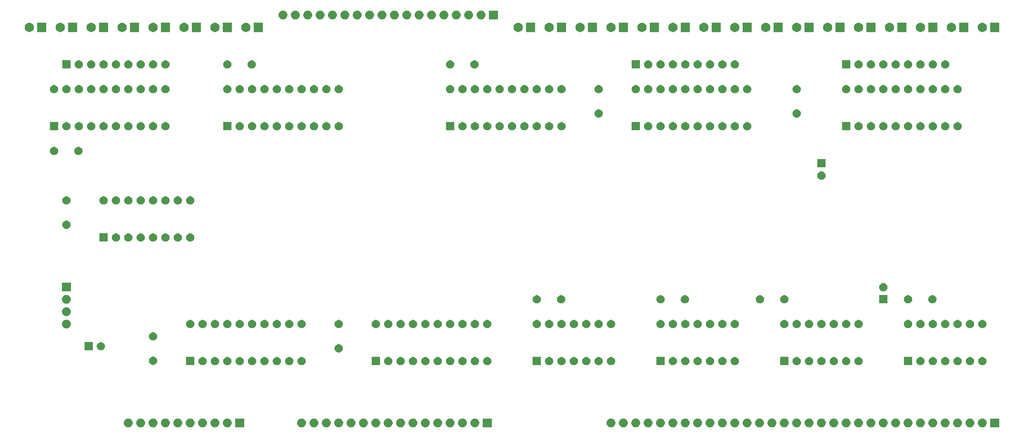
<source format=gbr>
G04 #@! TF.GenerationSoftware,KiCad,Pcbnew,(5.1.5)-3*
G04 #@! TF.CreationDate,2020-11-29T18:51:24-08:00*
G04 #@! TF.ProjectId,alu_res_flags,616c755f-7265-4735-9f66-6c6167732e6b,rev?*
G04 #@! TF.SameCoordinates,Original*
G04 #@! TF.FileFunction,Soldermask,Bot*
G04 #@! TF.FilePolarity,Negative*
%FSLAX46Y46*%
G04 Gerber Fmt 4.6, Leading zero omitted, Abs format (unit mm)*
G04 Created by KiCad (PCBNEW (5.1.5)-3) date 2020-11-29 18:51:24*
%MOMM*%
%LPD*%
G04 APERTURE LIST*
%ADD10C,0.100000*%
G04 APERTURE END LIST*
D10*
G36*
X208393512Y-148963927D02*
G01*
X208542812Y-148993624D01*
X208706784Y-149061544D01*
X208854354Y-149160147D01*
X208979853Y-149285646D01*
X209078456Y-149433216D01*
X209146376Y-149597188D01*
X209181000Y-149771259D01*
X209181000Y-149948741D01*
X209146376Y-150122812D01*
X209078456Y-150286784D01*
X208979853Y-150434354D01*
X208854354Y-150559853D01*
X208706784Y-150658456D01*
X208542812Y-150726376D01*
X208393512Y-150756073D01*
X208368742Y-150761000D01*
X208191258Y-150761000D01*
X208166488Y-150756073D01*
X208017188Y-150726376D01*
X207853216Y-150658456D01*
X207705646Y-150559853D01*
X207580147Y-150434354D01*
X207481544Y-150286784D01*
X207413624Y-150122812D01*
X207379000Y-149948741D01*
X207379000Y-149771259D01*
X207413624Y-149597188D01*
X207481544Y-149433216D01*
X207580147Y-149285646D01*
X207705646Y-149160147D01*
X207853216Y-149061544D01*
X208017188Y-148993624D01*
X208166488Y-148963927D01*
X208191258Y-148959000D01*
X208368742Y-148959000D01*
X208393512Y-148963927D01*
G37*
G36*
X205853512Y-148963927D02*
G01*
X206002812Y-148993624D01*
X206166784Y-149061544D01*
X206314354Y-149160147D01*
X206439853Y-149285646D01*
X206538456Y-149433216D01*
X206606376Y-149597188D01*
X206641000Y-149771259D01*
X206641000Y-149948741D01*
X206606376Y-150122812D01*
X206538456Y-150286784D01*
X206439853Y-150434354D01*
X206314354Y-150559853D01*
X206166784Y-150658456D01*
X206002812Y-150726376D01*
X205853512Y-150756073D01*
X205828742Y-150761000D01*
X205651258Y-150761000D01*
X205626488Y-150756073D01*
X205477188Y-150726376D01*
X205313216Y-150658456D01*
X205165646Y-150559853D01*
X205040147Y-150434354D01*
X204941544Y-150286784D01*
X204873624Y-150122812D01*
X204839000Y-149948741D01*
X204839000Y-149771259D01*
X204873624Y-149597188D01*
X204941544Y-149433216D01*
X205040147Y-149285646D01*
X205165646Y-149160147D01*
X205313216Y-149061544D01*
X205477188Y-148993624D01*
X205626488Y-148963927D01*
X205651258Y-148959000D01*
X205828742Y-148959000D01*
X205853512Y-148963927D01*
G37*
G36*
X172833512Y-148963927D02*
G01*
X172982812Y-148993624D01*
X173146784Y-149061544D01*
X173294354Y-149160147D01*
X173419853Y-149285646D01*
X173518456Y-149433216D01*
X173586376Y-149597188D01*
X173621000Y-149771259D01*
X173621000Y-149948741D01*
X173586376Y-150122812D01*
X173518456Y-150286784D01*
X173419853Y-150434354D01*
X173294354Y-150559853D01*
X173146784Y-150658456D01*
X172982812Y-150726376D01*
X172833512Y-150756073D01*
X172808742Y-150761000D01*
X172631258Y-150761000D01*
X172606488Y-150756073D01*
X172457188Y-150726376D01*
X172293216Y-150658456D01*
X172145646Y-150559853D01*
X172020147Y-150434354D01*
X171921544Y-150286784D01*
X171853624Y-150122812D01*
X171819000Y-149948741D01*
X171819000Y-149771259D01*
X171853624Y-149597188D01*
X171921544Y-149433216D01*
X172020147Y-149285646D01*
X172145646Y-149160147D01*
X172293216Y-149061544D01*
X172457188Y-148993624D01*
X172606488Y-148963927D01*
X172631258Y-148959000D01*
X172808742Y-148959000D01*
X172833512Y-148963927D01*
G37*
G36*
X175373512Y-148963927D02*
G01*
X175522812Y-148993624D01*
X175686784Y-149061544D01*
X175834354Y-149160147D01*
X175959853Y-149285646D01*
X176058456Y-149433216D01*
X176126376Y-149597188D01*
X176161000Y-149771259D01*
X176161000Y-149948741D01*
X176126376Y-150122812D01*
X176058456Y-150286784D01*
X175959853Y-150434354D01*
X175834354Y-150559853D01*
X175686784Y-150658456D01*
X175522812Y-150726376D01*
X175373512Y-150756073D01*
X175348742Y-150761000D01*
X175171258Y-150761000D01*
X175146488Y-150756073D01*
X174997188Y-150726376D01*
X174833216Y-150658456D01*
X174685646Y-150559853D01*
X174560147Y-150434354D01*
X174461544Y-150286784D01*
X174393624Y-150122812D01*
X174359000Y-149948741D01*
X174359000Y-149771259D01*
X174393624Y-149597188D01*
X174461544Y-149433216D01*
X174560147Y-149285646D01*
X174685646Y-149160147D01*
X174833216Y-149061544D01*
X174997188Y-148993624D01*
X175146488Y-148963927D01*
X175171258Y-148959000D01*
X175348742Y-148959000D01*
X175373512Y-148963927D01*
G37*
G36*
X177913512Y-148963927D02*
G01*
X178062812Y-148993624D01*
X178226784Y-149061544D01*
X178374354Y-149160147D01*
X178499853Y-149285646D01*
X178598456Y-149433216D01*
X178666376Y-149597188D01*
X178701000Y-149771259D01*
X178701000Y-149948741D01*
X178666376Y-150122812D01*
X178598456Y-150286784D01*
X178499853Y-150434354D01*
X178374354Y-150559853D01*
X178226784Y-150658456D01*
X178062812Y-150726376D01*
X177913512Y-150756073D01*
X177888742Y-150761000D01*
X177711258Y-150761000D01*
X177686488Y-150756073D01*
X177537188Y-150726376D01*
X177373216Y-150658456D01*
X177225646Y-150559853D01*
X177100147Y-150434354D01*
X177001544Y-150286784D01*
X176933624Y-150122812D01*
X176899000Y-149948741D01*
X176899000Y-149771259D01*
X176933624Y-149597188D01*
X177001544Y-149433216D01*
X177100147Y-149285646D01*
X177225646Y-149160147D01*
X177373216Y-149061544D01*
X177537188Y-148993624D01*
X177686488Y-148963927D01*
X177711258Y-148959000D01*
X177888742Y-148959000D01*
X177913512Y-148963927D01*
G37*
G36*
X180453512Y-148963927D02*
G01*
X180602812Y-148993624D01*
X180766784Y-149061544D01*
X180914354Y-149160147D01*
X181039853Y-149285646D01*
X181138456Y-149433216D01*
X181206376Y-149597188D01*
X181241000Y-149771259D01*
X181241000Y-149948741D01*
X181206376Y-150122812D01*
X181138456Y-150286784D01*
X181039853Y-150434354D01*
X180914354Y-150559853D01*
X180766784Y-150658456D01*
X180602812Y-150726376D01*
X180453512Y-150756073D01*
X180428742Y-150761000D01*
X180251258Y-150761000D01*
X180226488Y-150756073D01*
X180077188Y-150726376D01*
X179913216Y-150658456D01*
X179765646Y-150559853D01*
X179640147Y-150434354D01*
X179541544Y-150286784D01*
X179473624Y-150122812D01*
X179439000Y-149948741D01*
X179439000Y-149771259D01*
X179473624Y-149597188D01*
X179541544Y-149433216D01*
X179640147Y-149285646D01*
X179765646Y-149160147D01*
X179913216Y-149061544D01*
X180077188Y-148993624D01*
X180226488Y-148963927D01*
X180251258Y-148959000D01*
X180428742Y-148959000D01*
X180453512Y-148963927D01*
G37*
G36*
X182993512Y-148963927D02*
G01*
X183142812Y-148993624D01*
X183306784Y-149061544D01*
X183454354Y-149160147D01*
X183579853Y-149285646D01*
X183678456Y-149433216D01*
X183746376Y-149597188D01*
X183781000Y-149771259D01*
X183781000Y-149948741D01*
X183746376Y-150122812D01*
X183678456Y-150286784D01*
X183579853Y-150434354D01*
X183454354Y-150559853D01*
X183306784Y-150658456D01*
X183142812Y-150726376D01*
X182993512Y-150756073D01*
X182968742Y-150761000D01*
X182791258Y-150761000D01*
X182766488Y-150756073D01*
X182617188Y-150726376D01*
X182453216Y-150658456D01*
X182305646Y-150559853D01*
X182180147Y-150434354D01*
X182081544Y-150286784D01*
X182013624Y-150122812D01*
X181979000Y-149948741D01*
X181979000Y-149771259D01*
X182013624Y-149597188D01*
X182081544Y-149433216D01*
X182180147Y-149285646D01*
X182305646Y-149160147D01*
X182453216Y-149061544D01*
X182617188Y-148993624D01*
X182766488Y-148963927D01*
X182791258Y-148959000D01*
X182968742Y-148959000D01*
X182993512Y-148963927D01*
G37*
G36*
X185533512Y-148963927D02*
G01*
X185682812Y-148993624D01*
X185846784Y-149061544D01*
X185994354Y-149160147D01*
X186119853Y-149285646D01*
X186218456Y-149433216D01*
X186286376Y-149597188D01*
X186321000Y-149771259D01*
X186321000Y-149948741D01*
X186286376Y-150122812D01*
X186218456Y-150286784D01*
X186119853Y-150434354D01*
X185994354Y-150559853D01*
X185846784Y-150658456D01*
X185682812Y-150726376D01*
X185533512Y-150756073D01*
X185508742Y-150761000D01*
X185331258Y-150761000D01*
X185306488Y-150756073D01*
X185157188Y-150726376D01*
X184993216Y-150658456D01*
X184845646Y-150559853D01*
X184720147Y-150434354D01*
X184621544Y-150286784D01*
X184553624Y-150122812D01*
X184519000Y-149948741D01*
X184519000Y-149771259D01*
X184553624Y-149597188D01*
X184621544Y-149433216D01*
X184720147Y-149285646D01*
X184845646Y-149160147D01*
X184993216Y-149061544D01*
X185157188Y-148993624D01*
X185306488Y-148963927D01*
X185331258Y-148959000D01*
X185508742Y-148959000D01*
X185533512Y-148963927D01*
G37*
G36*
X188073512Y-148963927D02*
G01*
X188222812Y-148993624D01*
X188386784Y-149061544D01*
X188534354Y-149160147D01*
X188659853Y-149285646D01*
X188758456Y-149433216D01*
X188826376Y-149597188D01*
X188861000Y-149771259D01*
X188861000Y-149948741D01*
X188826376Y-150122812D01*
X188758456Y-150286784D01*
X188659853Y-150434354D01*
X188534354Y-150559853D01*
X188386784Y-150658456D01*
X188222812Y-150726376D01*
X188073512Y-150756073D01*
X188048742Y-150761000D01*
X187871258Y-150761000D01*
X187846488Y-150756073D01*
X187697188Y-150726376D01*
X187533216Y-150658456D01*
X187385646Y-150559853D01*
X187260147Y-150434354D01*
X187161544Y-150286784D01*
X187093624Y-150122812D01*
X187059000Y-149948741D01*
X187059000Y-149771259D01*
X187093624Y-149597188D01*
X187161544Y-149433216D01*
X187260147Y-149285646D01*
X187385646Y-149160147D01*
X187533216Y-149061544D01*
X187697188Y-148993624D01*
X187846488Y-148963927D01*
X187871258Y-148959000D01*
X188048742Y-148959000D01*
X188073512Y-148963927D01*
G37*
G36*
X190613512Y-148963927D02*
G01*
X190762812Y-148993624D01*
X190926784Y-149061544D01*
X191074354Y-149160147D01*
X191199853Y-149285646D01*
X191298456Y-149433216D01*
X191366376Y-149597188D01*
X191401000Y-149771259D01*
X191401000Y-149948741D01*
X191366376Y-150122812D01*
X191298456Y-150286784D01*
X191199853Y-150434354D01*
X191074354Y-150559853D01*
X190926784Y-150658456D01*
X190762812Y-150726376D01*
X190613512Y-150756073D01*
X190588742Y-150761000D01*
X190411258Y-150761000D01*
X190386488Y-150756073D01*
X190237188Y-150726376D01*
X190073216Y-150658456D01*
X189925646Y-150559853D01*
X189800147Y-150434354D01*
X189701544Y-150286784D01*
X189633624Y-150122812D01*
X189599000Y-149948741D01*
X189599000Y-149771259D01*
X189633624Y-149597188D01*
X189701544Y-149433216D01*
X189800147Y-149285646D01*
X189925646Y-149160147D01*
X190073216Y-149061544D01*
X190237188Y-148993624D01*
X190386488Y-148963927D01*
X190411258Y-148959000D01*
X190588742Y-148959000D01*
X190613512Y-148963927D01*
G37*
G36*
X193153512Y-148963927D02*
G01*
X193302812Y-148993624D01*
X193466784Y-149061544D01*
X193614354Y-149160147D01*
X193739853Y-149285646D01*
X193838456Y-149433216D01*
X193906376Y-149597188D01*
X193941000Y-149771259D01*
X193941000Y-149948741D01*
X193906376Y-150122812D01*
X193838456Y-150286784D01*
X193739853Y-150434354D01*
X193614354Y-150559853D01*
X193466784Y-150658456D01*
X193302812Y-150726376D01*
X193153512Y-150756073D01*
X193128742Y-150761000D01*
X192951258Y-150761000D01*
X192926488Y-150756073D01*
X192777188Y-150726376D01*
X192613216Y-150658456D01*
X192465646Y-150559853D01*
X192340147Y-150434354D01*
X192241544Y-150286784D01*
X192173624Y-150122812D01*
X192139000Y-149948741D01*
X192139000Y-149771259D01*
X192173624Y-149597188D01*
X192241544Y-149433216D01*
X192340147Y-149285646D01*
X192465646Y-149160147D01*
X192613216Y-149061544D01*
X192777188Y-148993624D01*
X192926488Y-148963927D01*
X192951258Y-148959000D01*
X193128742Y-148959000D01*
X193153512Y-148963927D01*
G37*
G36*
X195693512Y-148963927D02*
G01*
X195842812Y-148993624D01*
X196006784Y-149061544D01*
X196154354Y-149160147D01*
X196279853Y-149285646D01*
X196378456Y-149433216D01*
X196446376Y-149597188D01*
X196481000Y-149771259D01*
X196481000Y-149948741D01*
X196446376Y-150122812D01*
X196378456Y-150286784D01*
X196279853Y-150434354D01*
X196154354Y-150559853D01*
X196006784Y-150658456D01*
X195842812Y-150726376D01*
X195693512Y-150756073D01*
X195668742Y-150761000D01*
X195491258Y-150761000D01*
X195466488Y-150756073D01*
X195317188Y-150726376D01*
X195153216Y-150658456D01*
X195005646Y-150559853D01*
X194880147Y-150434354D01*
X194781544Y-150286784D01*
X194713624Y-150122812D01*
X194679000Y-149948741D01*
X194679000Y-149771259D01*
X194713624Y-149597188D01*
X194781544Y-149433216D01*
X194880147Y-149285646D01*
X195005646Y-149160147D01*
X195153216Y-149061544D01*
X195317188Y-148993624D01*
X195466488Y-148963927D01*
X195491258Y-148959000D01*
X195668742Y-148959000D01*
X195693512Y-148963927D01*
G37*
G36*
X198233512Y-148963927D02*
G01*
X198382812Y-148993624D01*
X198546784Y-149061544D01*
X198694354Y-149160147D01*
X198819853Y-149285646D01*
X198918456Y-149433216D01*
X198986376Y-149597188D01*
X199021000Y-149771259D01*
X199021000Y-149948741D01*
X198986376Y-150122812D01*
X198918456Y-150286784D01*
X198819853Y-150434354D01*
X198694354Y-150559853D01*
X198546784Y-150658456D01*
X198382812Y-150726376D01*
X198233512Y-150756073D01*
X198208742Y-150761000D01*
X198031258Y-150761000D01*
X198006488Y-150756073D01*
X197857188Y-150726376D01*
X197693216Y-150658456D01*
X197545646Y-150559853D01*
X197420147Y-150434354D01*
X197321544Y-150286784D01*
X197253624Y-150122812D01*
X197219000Y-149948741D01*
X197219000Y-149771259D01*
X197253624Y-149597188D01*
X197321544Y-149433216D01*
X197420147Y-149285646D01*
X197545646Y-149160147D01*
X197693216Y-149061544D01*
X197857188Y-148993624D01*
X198006488Y-148963927D01*
X198031258Y-148959000D01*
X198208742Y-148959000D01*
X198233512Y-148963927D01*
G37*
G36*
X200773512Y-148963927D02*
G01*
X200922812Y-148993624D01*
X201086784Y-149061544D01*
X201234354Y-149160147D01*
X201359853Y-149285646D01*
X201458456Y-149433216D01*
X201526376Y-149597188D01*
X201561000Y-149771259D01*
X201561000Y-149948741D01*
X201526376Y-150122812D01*
X201458456Y-150286784D01*
X201359853Y-150434354D01*
X201234354Y-150559853D01*
X201086784Y-150658456D01*
X200922812Y-150726376D01*
X200773512Y-150756073D01*
X200748742Y-150761000D01*
X200571258Y-150761000D01*
X200546488Y-150756073D01*
X200397188Y-150726376D01*
X200233216Y-150658456D01*
X200085646Y-150559853D01*
X199960147Y-150434354D01*
X199861544Y-150286784D01*
X199793624Y-150122812D01*
X199759000Y-149948741D01*
X199759000Y-149771259D01*
X199793624Y-149597188D01*
X199861544Y-149433216D01*
X199960147Y-149285646D01*
X200085646Y-149160147D01*
X200233216Y-149061544D01*
X200397188Y-148993624D01*
X200546488Y-148963927D01*
X200571258Y-148959000D01*
X200748742Y-148959000D01*
X200773512Y-148963927D01*
G37*
G36*
X203313512Y-148963927D02*
G01*
X203462812Y-148993624D01*
X203626784Y-149061544D01*
X203774354Y-149160147D01*
X203899853Y-149285646D01*
X203998456Y-149433216D01*
X204066376Y-149597188D01*
X204101000Y-149771259D01*
X204101000Y-149948741D01*
X204066376Y-150122812D01*
X203998456Y-150286784D01*
X203899853Y-150434354D01*
X203774354Y-150559853D01*
X203626784Y-150658456D01*
X203462812Y-150726376D01*
X203313512Y-150756073D01*
X203288742Y-150761000D01*
X203111258Y-150761000D01*
X203086488Y-150756073D01*
X202937188Y-150726376D01*
X202773216Y-150658456D01*
X202625646Y-150559853D01*
X202500147Y-150434354D01*
X202401544Y-150286784D01*
X202333624Y-150122812D01*
X202299000Y-149948741D01*
X202299000Y-149771259D01*
X202333624Y-149597188D01*
X202401544Y-149433216D01*
X202500147Y-149285646D01*
X202625646Y-149160147D01*
X202773216Y-149061544D01*
X202937188Y-148993624D01*
X203086488Y-148963927D01*
X203111258Y-148959000D01*
X203288742Y-148959000D01*
X203313512Y-148963927D01*
G37*
G36*
X236333512Y-148963927D02*
G01*
X236482812Y-148993624D01*
X236646784Y-149061544D01*
X236794354Y-149160147D01*
X236919853Y-149285646D01*
X237018456Y-149433216D01*
X237086376Y-149597188D01*
X237121000Y-149771259D01*
X237121000Y-149948741D01*
X237086376Y-150122812D01*
X237018456Y-150286784D01*
X236919853Y-150434354D01*
X236794354Y-150559853D01*
X236646784Y-150658456D01*
X236482812Y-150726376D01*
X236333512Y-150756073D01*
X236308742Y-150761000D01*
X236131258Y-150761000D01*
X236106488Y-150756073D01*
X235957188Y-150726376D01*
X235793216Y-150658456D01*
X235645646Y-150559853D01*
X235520147Y-150434354D01*
X235421544Y-150286784D01*
X235353624Y-150122812D01*
X235319000Y-149948741D01*
X235319000Y-149771259D01*
X235353624Y-149597188D01*
X235421544Y-149433216D01*
X235520147Y-149285646D01*
X235645646Y-149160147D01*
X235793216Y-149061544D01*
X235957188Y-148993624D01*
X236106488Y-148963927D01*
X236131258Y-148959000D01*
X236308742Y-148959000D01*
X236333512Y-148963927D01*
G37*
G36*
X210933512Y-148963927D02*
G01*
X211082812Y-148993624D01*
X211246784Y-149061544D01*
X211394354Y-149160147D01*
X211519853Y-149285646D01*
X211618456Y-149433216D01*
X211686376Y-149597188D01*
X211721000Y-149771259D01*
X211721000Y-149948741D01*
X211686376Y-150122812D01*
X211618456Y-150286784D01*
X211519853Y-150434354D01*
X211394354Y-150559853D01*
X211246784Y-150658456D01*
X211082812Y-150726376D01*
X210933512Y-150756073D01*
X210908742Y-150761000D01*
X210731258Y-150761000D01*
X210706488Y-150756073D01*
X210557188Y-150726376D01*
X210393216Y-150658456D01*
X210245646Y-150559853D01*
X210120147Y-150434354D01*
X210021544Y-150286784D01*
X209953624Y-150122812D01*
X209919000Y-149948741D01*
X209919000Y-149771259D01*
X209953624Y-149597188D01*
X210021544Y-149433216D01*
X210120147Y-149285646D01*
X210245646Y-149160147D01*
X210393216Y-149061544D01*
X210557188Y-148993624D01*
X210706488Y-148963927D01*
X210731258Y-148959000D01*
X210908742Y-148959000D01*
X210933512Y-148963927D01*
G37*
G36*
X213473512Y-148963927D02*
G01*
X213622812Y-148993624D01*
X213786784Y-149061544D01*
X213934354Y-149160147D01*
X214059853Y-149285646D01*
X214158456Y-149433216D01*
X214226376Y-149597188D01*
X214261000Y-149771259D01*
X214261000Y-149948741D01*
X214226376Y-150122812D01*
X214158456Y-150286784D01*
X214059853Y-150434354D01*
X213934354Y-150559853D01*
X213786784Y-150658456D01*
X213622812Y-150726376D01*
X213473512Y-150756073D01*
X213448742Y-150761000D01*
X213271258Y-150761000D01*
X213246488Y-150756073D01*
X213097188Y-150726376D01*
X212933216Y-150658456D01*
X212785646Y-150559853D01*
X212660147Y-150434354D01*
X212561544Y-150286784D01*
X212493624Y-150122812D01*
X212459000Y-149948741D01*
X212459000Y-149771259D01*
X212493624Y-149597188D01*
X212561544Y-149433216D01*
X212660147Y-149285646D01*
X212785646Y-149160147D01*
X212933216Y-149061544D01*
X213097188Y-148993624D01*
X213246488Y-148963927D01*
X213271258Y-148959000D01*
X213448742Y-148959000D01*
X213473512Y-148963927D01*
G37*
G36*
X216013512Y-148963927D02*
G01*
X216162812Y-148993624D01*
X216326784Y-149061544D01*
X216474354Y-149160147D01*
X216599853Y-149285646D01*
X216698456Y-149433216D01*
X216766376Y-149597188D01*
X216801000Y-149771259D01*
X216801000Y-149948741D01*
X216766376Y-150122812D01*
X216698456Y-150286784D01*
X216599853Y-150434354D01*
X216474354Y-150559853D01*
X216326784Y-150658456D01*
X216162812Y-150726376D01*
X216013512Y-150756073D01*
X215988742Y-150761000D01*
X215811258Y-150761000D01*
X215786488Y-150756073D01*
X215637188Y-150726376D01*
X215473216Y-150658456D01*
X215325646Y-150559853D01*
X215200147Y-150434354D01*
X215101544Y-150286784D01*
X215033624Y-150122812D01*
X214999000Y-149948741D01*
X214999000Y-149771259D01*
X215033624Y-149597188D01*
X215101544Y-149433216D01*
X215200147Y-149285646D01*
X215325646Y-149160147D01*
X215473216Y-149061544D01*
X215637188Y-148993624D01*
X215786488Y-148963927D01*
X215811258Y-148959000D01*
X215988742Y-148959000D01*
X216013512Y-148963927D01*
G37*
G36*
X218553512Y-148963927D02*
G01*
X218702812Y-148993624D01*
X218866784Y-149061544D01*
X219014354Y-149160147D01*
X219139853Y-149285646D01*
X219238456Y-149433216D01*
X219306376Y-149597188D01*
X219341000Y-149771259D01*
X219341000Y-149948741D01*
X219306376Y-150122812D01*
X219238456Y-150286784D01*
X219139853Y-150434354D01*
X219014354Y-150559853D01*
X218866784Y-150658456D01*
X218702812Y-150726376D01*
X218553512Y-150756073D01*
X218528742Y-150761000D01*
X218351258Y-150761000D01*
X218326488Y-150756073D01*
X218177188Y-150726376D01*
X218013216Y-150658456D01*
X217865646Y-150559853D01*
X217740147Y-150434354D01*
X217641544Y-150286784D01*
X217573624Y-150122812D01*
X217539000Y-149948741D01*
X217539000Y-149771259D01*
X217573624Y-149597188D01*
X217641544Y-149433216D01*
X217740147Y-149285646D01*
X217865646Y-149160147D01*
X218013216Y-149061544D01*
X218177188Y-148993624D01*
X218326488Y-148963927D01*
X218351258Y-148959000D01*
X218528742Y-148959000D01*
X218553512Y-148963927D01*
G37*
G36*
X221093512Y-148963927D02*
G01*
X221242812Y-148993624D01*
X221406784Y-149061544D01*
X221554354Y-149160147D01*
X221679853Y-149285646D01*
X221778456Y-149433216D01*
X221846376Y-149597188D01*
X221881000Y-149771259D01*
X221881000Y-149948741D01*
X221846376Y-150122812D01*
X221778456Y-150286784D01*
X221679853Y-150434354D01*
X221554354Y-150559853D01*
X221406784Y-150658456D01*
X221242812Y-150726376D01*
X221093512Y-150756073D01*
X221068742Y-150761000D01*
X220891258Y-150761000D01*
X220866488Y-150756073D01*
X220717188Y-150726376D01*
X220553216Y-150658456D01*
X220405646Y-150559853D01*
X220280147Y-150434354D01*
X220181544Y-150286784D01*
X220113624Y-150122812D01*
X220079000Y-149948741D01*
X220079000Y-149771259D01*
X220113624Y-149597188D01*
X220181544Y-149433216D01*
X220280147Y-149285646D01*
X220405646Y-149160147D01*
X220553216Y-149061544D01*
X220717188Y-148993624D01*
X220866488Y-148963927D01*
X220891258Y-148959000D01*
X221068742Y-148959000D01*
X221093512Y-148963927D01*
G37*
G36*
X223633512Y-148963927D02*
G01*
X223782812Y-148993624D01*
X223946784Y-149061544D01*
X224094354Y-149160147D01*
X224219853Y-149285646D01*
X224318456Y-149433216D01*
X224386376Y-149597188D01*
X224421000Y-149771259D01*
X224421000Y-149948741D01*
X224386376Y-150122812D01*
X224318456Y-150286784D01*
X224219853Y-150434354D01*
X224094354Y-150559853D01*
X223946784Y-150658456D01*
X223782812Y-150726376D01*
X223633512Y-150756073D01*
X223608742Y-150761000D01*
X223431258Y-150761000D01*
X223406488Y-150756073D01*
X223257188Y-150726376D01*
X223093216Y-150658456D01*
X222945646Y-150559853D01*
X222820147Y-150434354D01*
X222721544Y-150286784D01*
X222653624Y-150122812D01*
X222619000Y-149948741D01*
X222619000Y-149771259D01*
X222653624Y-149597188D01*
X222721544Y-149433216D01*
X222820147Y-149285646D01*
X222945646Y-149160147D01*
X223093216Y-149061544D01*
X223257188Y-148993624D01*
X223406488Y-148963927D01*
X223431258Y-148959000D01*
X223608742Y-148959000D01*
X223633512Y-148963927D01*
G37*
G36*
X226173512Y-148963927D02*
G01*
X226322812Y-148993624D01*
X226486784Y-149061544D01*
X226634354Y-149160147D01*
X226759853Y-149285646D01*
X226858456Y-149433216D01*
X226926376Y-149597188D01*
X226961000Y-149771259D01*
X226961000Y-149948741D01*
X226926376Y-150122812D01*
X226858456Y-150286784D01*
X226759853Y-150434354D01*
X226634354Y-150559853D01*
X226486784Y-150658456D01*
X226322812Y-150726376D01*
X226173512Y-150756073D01*
X226148742Y-150761000D01*
X225971258Y-150761000D01*
X225946488Y-150756073D01*
X225797188Y-150726376D01*
X225633216Y-150658456D01*
X225485646Y-150559853D01*
X225360147Y-150434354D01*
X225261544Y-150286784D01*
X225193624Y-150122812D01*
X225159000Y-149948741D01*
X225159000Y-149771259D01*
X225193624Y-149597188D01*
X225261544Y-149433216D01*
X225360147Y-149285646D01*
X225485646Y-149160147D01*
X225633216Y-149061544D01*
X225797188Y-148993624D01*
X225946488Y-148963927D01*
X225971258Y-148959000D01*
X226148742Y-148959000D01*
X226173512Y-148963927D01*
G37*
G36*
X228713512Y-148963927D02*
G01*
X228862812Y-148993624D01*
X229026784Y-149061544D01*
X229174354Y-149160147D01*
X229299853Y-149285646D01*
X229398456Y-149433216D01*
X229466376Y-149597188D01*
X229501000Y-149771259D01*
X229501000Y-149948741D01*
X229466376Y-150122812D01*
X229398456Y-150286784D01*
X229299853Y-150434354D01*
X229174354Y-150559853D01*
X229026784Y-150658456D01*
X228862812Y-150726376D01*
X228713512Y-150756073D01*
X228688742Y-150761000D01*
X228511258Y-150761000D01*
X228486488Y-150756073D01*
X228337188Y-150726376D01*
X228173216Y-150658456D01*
X228025646Y-150559853D01*
X227900147Y-150434354D01*
X227801544Y-150286784D01*
X227733624Y-150122812D01*
X227699000Y-149948741D01*
X227699000Y-149771259D01*
X227733624Y-149597188D01*
X227801544Y-149433216D01*
X227900147Y-149285646D01*
X228025646Y-149160147D01*
X228173216Y-149061544D01*
X228337188Y-148993624D01*
X228486488Y-148963927D01*
X228511258Y-148959000D01*
X228688742Y-148959000D01*
X228713512Y-148963927D01*
G37*
G36*
X231253512Y-148963927D02*
G01*
X231402812Y-148993624D01*
X231566784Y-149061544D01*
X231714354Y-149160147D01*
X231839853Y-149285646D01*
X231938456Y-149433216D01*
X232006376Y-149597188D01*
X232041000Y-149771259D01*
X232041000Y-149948741D01*
X232006376Y-150122812D01*
X231938456Y-150286784D01*
X231839853Y-150434354D01*
X231714354Y-150559853D01*
X231566784Y-150658456D01*
X231402812Y-150726376D01*
X231253512Y-150756073D01*
X231228742Y-150761000D01*
X231051258Y-150761000D01*
X231026488Y-150756073D01*
X230877188Y-150726376D01*
X230713216Y-150658456D01*
X230565646Y-150559853D01*
X230440147Y-150434354D01*
X230341544Y-150286784D01*
X230273624Y-150122812D01*
X230239000Y-149948741D01*
X230239000Y-149771259D01*
X230273624Y-149597188D01*
X230341544Y-149433216D01*
X230440147Y-149285646D01*
X230565646Y-149160147D01*
X230713216Y-149061544D01*
X230877188Y-148993624D01*
X231026488Y-148963927D01*
X231051258Y-148959000D01*
X231228742Y-148959000D01*
X231253512Y-148963927D01*
G37*
G36*
X233793512Y-148963927D02*
G01*
X233942812Y-148993624D01*
X234106784Y-149061544D01*
X234254354Y-149160147D01*
X234379853Y-149285646D01*
X234478456Y-149433216D01*
X234546376Y-149597188D01*
X234581000Y-149771259D01*
X234581000Y-149948741D01*
X234546376Y-150122812D01*
X234478456Y-150286784D01*
X234379853Y-150434354D01*
X234254354Y-150559853D01*
X234106784Y-150658456D01*
X233942812Y-150726376D01*
X233793512Y-150756073D01*
X233768742Y-150761000D01*
X233591258Y-150761000D01*
X233566488Y-150756073D01*
X233417188Y-150726376D01*
X233253216Y-150658456D01*
X233105646Y-150559853D01*
X232980147Y-150434354D01*
X232881544Y-150286784D01*
X232813624Y-150122812D01*
X232779000Y-149948741D01*
X232779000Y-149771259D01*
X232813624Y-149597188D01*
X232881544Y-149433216D01*
X232980147Y-149285646D01*
X233105646Y-149160147D01*
X233253216Y-149061544D01*
X233417188Y-148993624D01*
X233566488Y-148963927D01*
X233591258Y-148959000D01*
X233768742Y-148959000D01*
X233793512Y-148963927D01*
G37*
G36*
X238873512Y-148963927D02*
G01*
X239022812Y-148993624D01*
X239186784Y-149061544D01*
X239334354Y-149160147D01*
X239459853Y-149285646D01*
X239558456Y-149433216D01*
X239626376Y-149597188D01*
X239661000Y-149771259D01*
X239661000Y-149948741D01*
X239626376Y-150122812D01*
X239558456Y-150286784D01*
X239459853Y-150434354D01*
X239334354Y-150559853D01*
X239186784Y-150658456D01*
X239022812Y-150726376D01*
X238873512Y-150756073D01*
X238848742Y-150761000D01*
X238671258Y-150761000D01*
X238646488Y-150756073D01*
X238497188Y-150726376D01*
X238333216Y-150658456D01*
X238185646Y-150559853D01*
X238060147Y-150434354D01*
X237961544Y-150286784D01*
X237893624Y-150122812D01*
X237859000Y-149948741D01*
X237859000Y-149771259D01*
X237893624Y-149597188D01*
X237961544Y-149433216D01*
X238060147Y-149285646D01*
X238185646Y-149160147D01*
X238333216Y-149061544D01*
X238497188Y-148993624D01*
X238646488Y-148963927D01*
X238671258Y-148959000D01*
X238848742Y-148959000D01*
X238873512Y-148963927D01*
G37*
G36*
X241413512Y-148963927D02*
G01*
X241562812Y-148993624D01*
X241726784Y-149061544D01*
X241874354Y-149160147D01*
X241999853Y-149285646D01*
X242098456Y-149433216D01*
X242166376Y-149597188D01*
X242201000Y-149771259D01*
X242201000Y-149948741D01*
X242166376Y-150122812D01*
X242098456Y-150286784D01*
X241999853Y-150434354D01*
X241874354Y-150559853D01*
X241726784Y-150658456D01*
X241562812Y-150726376D01*
X241413512Y-150756073D01*
X241388742Y-150761000D01*
X241211258Y-150761000D01*
X241186488Y-150756073D01*
X241037188Y-150726376D01*
X240873216Y-150658456D01*
X240725646Y-150559853D01*
X240600147Y-150434354D01*
X240501544Y-150286784D01*
X240433624Y-150122812D01*
X240399000Y-149948741D01*
X240399000Y-149771259D01*
X240433624Y-149597188D01*
X240501544Y-149433216D01*
X240600147Y-149285646D01*
X240725646Y-149160147D01*
X240873216Y-149061544D01*
X241037188Y-148993624D01*
X241186488Y-148963927D01*
X241211258Y-148959000D01*
X241388742Y-148959000D01*
X241413512Y-148963927D01*
G37*
G36*
X119493512Y-148963927D02*
G01*
X119642812Y-148993624D01*
X119806784Y-149061544D01*
X119954354Y-149160147D01*
X120079853Y-149285646D01*
X120178456Y-149433216D01*
X120246376Y-149597188D01*
X120281000Y-149771259D01*
X120281000Y-149948741D01*
X120246376Y-150122812D01*
X120178456Y-150286784D01*
X120079853Y-150434354D01*
X119954354Y-150559853D01*
X119806784Y-150658456D01*
X119642812Y-150726376D01*
X119493512Y-150756073D01*
X119468742Y-150761000D01*
X119291258Y-150761000D01*
X119266488Y-150756073D01*
X119117188Y-150726376D01*
X118953216Y-150658456D01*
X118805646Y-150559853D01*
X118680147Y-150434354D01*
X118581544Y-150286784D01*
X118513624Y-150122812D01*
X118479000Y-149948741D01*
X118479000Y-149771259D01*
X118513624Y-149597188D01*
X118581544Y-149433216D01*
X118680147Y-149285646D01*
X118805646Y-149160147D01*
X118953216Y-149061544D01*
X119117188Y-148993624D01*
X119266488Y-148963927D01*
X119291258Y-148959000D01*
X119468742Y-148959000D01*
X119493512Y-148963927D01*
G37*
G36*
X76313512Y-148963927D02*
G01*
X76462812Y-148993624D01*
X76626784Y-149061544D01*
X76774354Y-149160147D01*
X76899853Y-149285646D01*
X76998456Y-149433216D01*
X77066376Y-149597188D01*
X77101000Y-149771259D01*
X77101000Y-149948741D01*
X77066376Y-150122812D01*
X76998456Y-150286784D01*
X76899853Y-150434354D01*
X76774354Y-150559853D01*
X76626784Y-150658456D01*
X76462812Y-150726376D01*
X76313512Y-150756073D01*
X76288742Y-150761000D01*
X76111258Y-150761000D01*
X76086488Y-150756073D01*
X75937188Y-150726376D01*
X75773216Y-150658456D01*
X75625646Y-150559853D01*
X75500147Y-150434354D01*
X75401544Y-150286784D01*
X75333624Y-150122812D01*
X75299000Y-149948741D01*
X75299000Y-149771259D01*
X75333624Y-149597188D01*
X75401544Y-149433216D01*
X75500147Y-149285646D01*
X75625646Y-149160147D01*
X75773216Y-149061544D01*
X75937188Y-148993624D01*
X76086488Y-148963927D01*
X76111258Y-148959000D01*
X76288742Y-148959000D01*
X76313512Y-148963927D01*
G37*
G36*
X246493512Y-148963927D02*
G01*
X246642812Y-148993624D01*
X246806784Y-149061544D01*
X246954354Y-149160147D01*
X247079853Y-149285646D01*
X247178456Y-149433216D01*
X247246376Y-149597188D01*
X247281000Y-149771259D01*
X247281000Y-149948741D01*
X247246376Y-150122812D01*
X247178456Y-150286784D01*
X247079853Y-150434354D01*
X246954354Y-150559853D01*
X246806784Y-150658456D01*
X246642812Y-150726376D01*
X246493512Y-150756073D01*
X246468742Y-150761000D01*
X246291258Y-150761000D01*
X246266488Y-150756073D01*
X246117188Y-150726376D01*
X245953216Y-150658456D01*
X245805646Y-150559853D01*
X245680147Y-150434354D01*
X245581544Y-150286784D01*
X245513624Y-150122812D01*
X245479000Y-149948741D01*
X245479000Y-149771259D01*
X245513624Y-149597188D01*
X245581544Y-149433216D01*
X245680147Y-149285646D01*
X245805646Y-149160147D01*
X245953216Y-149061544D01*
X246117188Y-148993624D01*
X246266488Y-148963927D01*
X246291258Y-148959000D01*
X246468742Y-148959000D01*
X246493512Y-148963927D01*
G37*
G36*
X249033512Y-148963927D02*
G01*
X249182812Y-148993624D01*
X249346784Y-149061544D01*
X249494354Y-149160147D01*
X249619853Y-149285646D01*
X249718456Y-149433216D01*
X249786376Y-149597188D01*
X249821000Y-149771259D01*
X249821000Y-149948741D01*
X249786376Y-150122812D01*
X249718456Y-150286784D01*
X249619853Y-150434354D01*
X249494354Y-150559853D01*
X249346784Y-150658456D01*
X249182812Y-150726376D01*
X249033512Y-150756073D01*
X249008742Y-150761000D01*
X248831258Y-150761000D01*
X248806488Y-150756073D01*
X248657188Y-150726376D01*
X248493216Y-150658456D01*
X248345646Y-150559853D01*
X248220147Y-150434354D01*
X248121544Y-150286784D01*
X248053624Y-150122812D01*
X248019000Y-149948741D01*
X248019000Y-149771259D01*
X248053624Y-149597188D01*
X248121544Y-149433216D01*
X248220147Y-149285646D01*
X248345646Y-149160147D01*
X248493216Y-149061544D01*
X248657188Y-148993624D01*
X248806488Y-148963927D01*
X248831258Y-148959000D01*
X249008742Y-148959000D01*
X249033512Y-148963927D01*
G37*
G36*
X252361000Y-150761000D02*
G01*
X250559000Y-150761000D01*
X250559000Y-148959000D01*
X252361000Y-148959000D01*
X252361000Y-150761000D01*
G37*
G36*
X148221000Y-150761000D02*
G01*
X146419000Y-150761000D01*
X146419000Y-148959000D01*
X148221000Y-148959000D01*
X148221000Y-150761000D01*
G37*
G36*
X144893512Y-148963927D02*
G01*
X145042812Y-148993624D01*
X145206784Y-149061544D01*
X145354354Y-149160147D01*
X145479853Y-149285646D01*
X145578456Y-149433216D01*
X145646376Y-149597188D01*
X145681000Y-149771259D01*
X145681000Y-149948741D01*
X145646376Y-150122812D01*
X145578456Y-150286784D01*
X145479853Y-150434354D01*
X145354354Y-150559853D01*
X145206784Y-150658456D01*
X145042812Y-150726376D01*
X144893512Y-150756073D01*
X144868742Y-150761000D01*
X144691258Y-150761000D01*
X144666488Y-150756073D01*
X144517188Y-150726376D01*
X144353216Y-150658456D01*
X144205646Y-150559853D01*
X144080147Y-150434354D01*
X143981544Y-150286784D01*
X143913624Y-150122812D01*
X143879000Y-149948741D01*
X143879000Y-149771259D01*
X143913624Y-149597188D01*
X143981544Y-149433216D01*
X144080147Y-149285646D01*
X144205646Y-149160147D01*
X144353216Y-149061544D01*
X144517188Y-148993624D01*
X144666488Y-148963927D01*
X144691258Y-148959000D01*
X144868742Y-148959000D01*
X144893512Y-148963927D01*
G37*
G36*
X142353512Y-148963927D02*
G01*
X142502812Y-148993624D01*
X142666784Y-149061544D01*
X142814354Y-149160147D01*
X142939853Y-149285646D01*
X143038456Y-149433216D01*
X143106376Y-149597188D01*
X143141000Y-149771259D01*
X143141000Y-149948741D01*
X143106376Y-150122812D01*
X143038456Y-150286784D01*
X142939853Y-150434354D01*
X142814354Y-150559853D01*
X142666784Y-150658456D01*
X142502812Y-150726376D01*
X142353512Y-150756073D01*
X142328742Y-150761000D01*
X142151258Y-150761000D01*
X142126488Y-150756073D01*
X141977188Y-150726376D01*
X141813216Y-150658456D01*
X141665646Y-150559853D01*
X141540147Y-150434354D01*
X141441544Y-150286784D01*
X141373624Y-150122812D01*
X141339000Y-149948741D01*
X141339000Y-149771259D01*
X141373624Y-149597188D01*
X141441544Y-149433216D01*
X141540147Y-149285646D01*
X141665646Y-149160147D01*
X141813216Y-149061544D01*
X141977188Y-148993624D01*
X142126488Y-148963927D01*
X142151258Y-148959000D01*
X142328742Y-148959000D01*
X142353512Y-148963927D01*
G37*
G36*
X139813512Y-148963927D02*
G01*
X139962812Y-148993624D01*
X140126784Y-149061544D01*
X140274354Y-149160147D01*
X140399853Y-149285646D01*
X140498456Y-149433216D01*
X140566376Y-149597188D01*
X140601000Y-149771259D01*
X140601000Y-149948741D01*
X140566376Y-150122812D01*
X140498456Y-150286784D01*
X140399853Y-150434354D01*
X140274354Y-150559853D01*
X140126784Y-150658456D01*
X139962812Y-150726376D01*
X139813512Y-150756073D01*
X139788742Y-150761000D01*
X139611258Y-150761000D01*
X139586488Y-150756073D01*
X139437188Y-150726376D01*
X139273216Y-150658456D01*
X139125646Y-150559853D01*
X139000147Y-150434354D01*
X138901544Y-150286784D01*
X138833624Y-150122812D01*
X138799000Y-149948741D01*
X138799000Y-149771259D01*
X138833624Y-149597188D01*
X138901544Y-149433216D01*
X139000147Y-149285646D01*
X139125646Y-149160147D01*
X139273216Y-149061544D01*
X139437188Y-148993624D01*
X139586488Y-148963927D01*
X139611258Y-148959000D01*
X139788742Y-148959000D01*
X139813512Y-148963927D01*
G37*
G36*
X137273512Y-148963927D02*
G01*
X137422812Y-148993624D01*
X137586784Y-149061544D01*
X137734354Y-149160147D01*
X137859853Y-149285646D01*
X137958456Y-149433216D01*
X138026376Y-149597188D01*
X138061000Y-149771259D01*
X138061000Y-149948741D01*
X138026376Y-150122812D01*
X137958456Y-150286784D01*
X137859853Y-150434354D01*
X137734354Y-150559853D01*
X137586784Y-150658456D01*
X137422812Y-150726376D01*
X137273512Y-150756073D01*
X137248742Y-150761000D01*
X137071258Y-150761000D01*
X137046488Y-150756073D01*
X136897188Y-150726376D01*
X136733216Y-150658456D01*
X136585646Y-150559853D01*
X136460147Y-150434354D01*
X136361544Y-150286784D01*
X136293624Y-150122812D01*
X136259000Y-149948741D01*
X136259000Y-149771259D01*
X136293624Y-149597188D01*
X136361544Y-149433216D01*
X136460147Y-149285646D01*
X136585646Y-149160147D01*
X136733216Y-149061544D01*
X136897188Y-148993624D01*
X137046488Y-148963927D01*
X137071258Y-148959000D01*
X137248742Y-148959000D01*
X137273512Y-148963927D01*
G37*
G36*
X134733512Y-148963927D02*
G01*
X134882812Y-148993624D01*
X135046784Y-149061544D01*
X135194354Y-149160147D01*
X135319853Y-149285646D01*
X135418456Y-149433216D01*
X135486376Y-149597188D01*
X135521000Y-149771259D01*
X135521000Y-149948741D01*
X135486376Y-150122812D01*
X135418456Y-150286784D01*
X135319853Y-150434354D01*
X135194354Y-150559853D01*
X135046784Y-150658456D01*
X134882812Y-150726376D01*
X134733512Y-150756073D01*
X134708742Y-150761000D01*
X134531258Y-150761000D01*
X134506488Y-150756073D01*
X134357188Y-150726376D01*
X134193216Y-150658456D01*
X134045646Y-150559853D01*
X133920147Y-150434354D01*
X133821544Y-150286784D01*
X133753624Y-150122812D01*
X133719000Y-149948741D01*
X133719000Y-149771259D01*
X133753624Y-149597188D01*
X133821544Y-149433216D01*
X133920147Y-149285646D01*
X134045646Y-149160147D01*
X134193216Y-149061544D01*
X134357188Y-148993624D01*
X134506488Y-148963927D01*
X134531258Y-148959000D01*
X134708742Y-148959000D01*
X134733512Y-148963927D01*
G37*
G36*
X132193512Y-148963927D02*
G01*
X132342812Y-148993624D01*
X132506784Y-149061544D01*
X132654354Y-149160147D01*
X132779853Y-149285646D01*
X132878456Y-149433216D01*
X132946376Y-149597188D01*
X132981000Y-149771259D01*
X132981000Y-149948741D01*
X132946376Y-150122812D01*
X132878456Y-150286784D01*
X132779853Y-150434354D01*
X132654354Y-150559853D01*
X132506784Y-150658456D01*
X132342812Y-150726376D01*
X132193512Y-150756073D01*
X132168742Y-150761000D01*
X131991258Y-150761000D01*
X131966488Y-150756073D01*
X131817188Y-150726376D01*
X131653216Y-150658456D01*
X131505646Y-150559853D01*
X131380147Y-150434354D01*
X131281544Y-150286784D01*
X131213624Y-150122812D01*
X131179000Y-149948741D01*
X131179000Y-149771259D01*
X131213624Y-149597188D01*
X131281544Y-149433216D01*
X131380147Y-149285646D01*
X131505646Y-149160147D01*
X131653216Y-149061544D01*
X131817188Y-148993624D01*
X131966488Y-148963927D01*
X131991258Y-148959000D01*
X132168742Y-148959000D01*
X132193512Y-148963927D01*
G37*
G36*
X129653512Y-148963927D02*
G01*
X129802812Y-148993624D01*
X129966784Y-149061544D01*
X130114354Y-149160147D01*
X130239853Y-149285646D01*
X130338456Y-149433216D01*
X130406376Y-149597188D01*
X130441000Y-149771259D01*
X130441000Y-149948741D01*
X130406376Y-150122812D01*
X130338456Y-150286784D01*
X130239853Y-150434354D01*
X130114354Y-150559853D01*
X129966784Y-150658456D01*
X129802812Y-150726376D01*
X129653512Y-150756073D01*
X129628742Y-150761000D01*
X129451258Y-150761000D01*
X129426488Y-150756073D01*
X129277188Y-150726376D01*
X129113216Y-150658456D01*
X128965646Y-150559853D01*
X128840147Y-150434354D01*
X128741544Y-150286784D01*
X128673624Y-150122812D01*
X128639000Y-149948741D01*
X128639000Y-149771259D01*
X128673624Y-149597188D01*
X128741544Y-149433216D01*
X128840147Y-149285646D01*
X128965646Y-149160147D01*
X129113216Y-149061544D01*
X129277188Y-148993624D01*
X129426488Y-148963927D01*
X129451258Y-148959000D01*
X129628742Y-148959000D01*
X129653512Y-148963927D01*
G37*
G36*
X127113512Y-148963927D02*
G01*
X127262812Y-148993624D01*
X127426784Y-149061544D01*
X127574354Y-149160147D01*
X127699853Y-149285646D01*
X127798456Y-149433216D01*
X127866376Y-149597188D01*
X127901000Y-149771259D01*
X127901000Y-149948741D01*
X127866376Y-150122812D01*
X127798456Y-150286784D01*
X127699853Y-150434354D01*
X127574354Y-150559853D01*
X127426784Y-150658456D01*
X127262812Y-150726376D01*
X127113512Y-150756073D01*
X127088742Y-150761000D01*
X126911258Y-150761000D01*
X126886488Y-150756073D01*
X126737188Y-150726376D01*
X126573216Y-150658456D01*
X126425646Y-150559853D01*
X126300147Y-150434354D01*
X126201544Y-150286784D01*
X126133624Y-150122812D01*
X126099000Y-149948741D01*
X126099000Y-149771259D01*
X126133624Y-149597188D01*
X126201544Y-149433216D01*
X126300147Y-149285646D01*
X126425646Y-149160147D01*
X126573216Y-149061544D01*
X126737188Y-148993624D01*
X126886488Y-148963927D01*
X126911258Y-148959000D01*
X127088742Y-148959000D01*
X127113512Y-148963927D01*
G37*
G36*
X124573512Y-148963927D02*
G01*
X124722812Y-148993624D01*
X124886784Y-149061544D01*
X125034354Y-149160147D01*
X125159853Y-149285646D01*
X125258456Y-149433216D01*
X125326376Y-149597188D01*
X125361000Y-149771259D01*
X125361000Y-149948741D01*
X125326376Y-150122812D01*
X125258456Y-150286784D01*
X125159853Y-150434354D01*
X125034354Y-150559853D01*
X124886784Y-150658456D01*
X124722812Y-150726376D01*
X124573512Y-150756073D01*
X124548742Y-150761000D01*
X124371258Y-150761000D01*
X124346488Y-150756073D01*
X124197188Y-150726376D01*
X124033216Y-150658456D01*
X123885646Y-150559853D01*
X123760147Y-150434354D01*
X123661544Y-150286784D01*
X123593624Y-150122812D01*
X123559000Y-149948741D01*
X123559000Y-149771259D01*
X123593624Y-149597188D01*
X123661544Y-149433216D01*
X123760147Y-149285646D01*
X123885646Y-149160147D01*
X124033216Y-149061544D01*
X124197188Y-148993624D01*
X124346488Y-148963927D01*
X124371258Y-148959000D01*
X124548742Y-148959000D01*
X124573512Y-148963927D01*
G37*
G36*
X122033512Y-148963927D02*
G01*
X122182812Y-148993624D01*
X122346784Y-149061544D01*
X122494354Y-149160147D01*
X122619853Y-149285646D01*
X122718456Y-149433216D01*
X122786376Y-149597188D01*
X122821000Y-149771259D01*
X122821000Y-149948741D01*
X122786376Y-150122812D01*
X122718456Y-150286784D01*
X122619853Y-150434354D01*
X122494354Y-150559853D01*
X122346784Y-150658456D01*
X122182812Y-150726376D01*
X122033512Y-150756073D01*
X122008742Y-150761000D01*
X121831258Y-150761000D01*
X121806488Y-150756073D01*
X121657188Y-150726376D01*
X121493216Y-150658456D01*
X121345646Y-150559853D01*
X121220147Y-150434354D01*
X121121544Y-150286784D01*
X121053624Y-150122812D01*
X121019000Y-149948741D01*
X121019000Y-149771259D01*
X121053624Y-149597188D01*
X121121544Y-149433216D01*
X121220147Y-149285646D01*
X121345646Y-149160147D01*
X121493216Y-149061544D01*
X121657188Y-148993624D01*
X121806488Y-148963927D01*
X121831258Y-148959000D01*
X122008742Y-148959000D01*
X122033512Y-148963927D01*
G37*
G36*
X116953512Y-148963927D02*
G01*
X117102812Y-148993624D01*
X117266784Y-149061544D01*
X117414354Y-149160147D01*
X117539853Y-149285646D01*
X117638456Y-149433216D01*
X117706376Y-149597188D01*
X117741000Y-149771259D01*
X117741000Y-149948741D01*
X117706376Y-150122812D01*
X117638456Y-150286784D01*
X117539853Y-150434354D01*
X117414354Y-150559853D01*
X117266784Y-150658456D01*
X117102812Y-150726376D01*
X116953512Y-150756073D01*
X116928742Y-150761000D01*
X116751258Y-150761000D01*
X116726488Y-150756073D01*
X116577188Y-150726376D01*
X116413216Y-150658456D01*
X116265646Y-150559853D01*
X116140147Y-150434354D01*
X116041544Y-150286784D01*
X115973624Y-150122812D01*
X115939000Y-149948741D01*
X115939000Y-149771259D01*
X115973624Y-149597188D01*
X116041544Y-149433216D01*
X116140147Y-149285646D01*
X116265646Y-149160147D01*
X116413216Y-149061544D01*
X116577188Y-148993624D01*
X116726488Y-148963927D01*
X116751258Y-148959000D01*
X116928742Y-148959000D01*
X116953512Y-148963927D01*
G37*
G36*
X73773512Y-148963927D02*
G01*
X73922812Y-148993624D01*
X74086784Y-149061544D01*
X74234354Y-149160147D01*
X74359853Y-149285646D01*
X74458456Y-149433216D01*
X74526376Y-149597188D01*
X74561000Y-149771259D01*
X74561000Y-149948741D01*
X74526376Y-150122812D01*
X74458456Y-150286784D01*
X74359853Y-150434354D01*
X74234354Y-150559853D01*
X74086784Y-150658456D01*
X73922812Y-150726376D01*
X73773512Y-150756073D01*
X73748742Y-150761000D01*
X73571258Y-150761000D01*
X73546488Y-150756073D01*
X73397188Y-150726376D01*
X73233216Y-150658456D01*
X73085646Y-150559853D01*
X72960147Y-150434354D01*
X72861544Y-150286784D01*
X72793624Y-150122812D01*
X72759000Y-149948741D01*
X72759000Y-149771259D01*
X72793624Y-149597188D01*
X72861544Y-149433216D01*
X72960147Y-149285646D01*
X73085646Y-149160147D01*
X73233216Y-149061544D01*
X73397188Y-148993624D01*
X73546488Y-148963927D01*
X73571258Y-148959000D01*
X73748742Y-148959000D01*
X73773512Y-148963927D01*
G37*
G36*
X78853512Y-148963927D02*
G01*
X79002812Y-148993624D01*
X79166784Y-149061544D01*
X79314354Y-149160147D01*
X79439853Y-149285646D01*
X79538456Y-149433216D01*
X79606376Y-149597188D01*
X79641000Y-149771259D01*
X79641000Y-149948741D01*
X79606376Y-150122812D01*
X79538456Y-150286784D01*
X79439853Y-150434354D01*
X79314354Y-150559853D01*
X79166784Y-150658456D01*
X79002812Y-150726376D01*
X78853512Y-150756073D01*
X78828742Y-150761000D01*
X78651258Y-150761000D01*
X78626488Y-150756073D01*
X78477188Y-150726376D01*
X78313216Y-150658456D01*
X78165646Y-150559853D01*
X78040147Y-150434354D01*
X77941544Y-150286784D01*
X77873624Y-150122812D01*
X77839000Y-149948741D01*
X77839000Y-149771259D01*
X77873624Y-149597188D01*
X77941544Y-149433216D01*
X78040147Y-149285646D01*
X78165646Y-149160147D01*
X78313216Y-149061544D01*
X78477188Y-148993624D01*
X78626488Y-148963927D01*
X78651258Y-148959000D01*
X78828742Y-148959000D01*
X78853512Y-148963927D01*
G37*
G36*
X81393512Y-148963927D02*
G01*
X81542812Y-148993624D01*
X81706784Y-149061544D01*
X81854354Y-149160147D01*
X81979853Y-149285646D01*
X82078456Y-149433216D01*
X82146376Y-149597188D01*
X82181000Y-149771259D01*
X82181000Y-149948741D01*
X82146376Y-150122812D01*
X82078456Y-150286784D01*
X81979853Y-150434354D01*
X81854354Y-150559853D01*
X81706784Y-150658456D01*
X81542812Y-150726376D01*
X81393512Y-150756073D01*
X81368742Y-150761000D01*
X81191258Y-150761000D01*
X81166488Y-150756073D01*
X81017188Y-150726376D01*
X80853216Y-150658456D01*
X80705646Y-150559853D01*
X80580147Y-150434354D01*
X80481544Y-150286784D01*
X80413624Y-150122812D01*
X80379000Y-149948741D01*
X80379000Y-149771259D01*
X80413624Y-149597188D01*
X80481544Y-149433216D01*
X80580147Y-149285646D01*
X80705646Y-149160147D01*
X80853216Y-149061544D01*
X81017188Y-148993624D01*
X81166488Y-148963927D01*
X81191258Y-148959000D01*
X81368742Y-148959000D01*
X81393512Y-148963927D01*
G37*
G36*
X83933512Y-148963927D02*
G01*
X84082812Y-148993624D01*
X84246784Y-149061544D01*
X84394354Y-149160147D01*
X84519853Y-149285646D01*
X84618456Y-149433216D01*
X84686376Y-149597188D01*
X84721000Y-149771259D01*
X84721000Y-149948741D01*
X84686376Y-150122812D01*
X84618456Y-150286784D01*
X84519853Y-150434354D01*
X84394354Y-150559853D01*
X84246784Y-150658456D01*
X84082812Y-150726376D01*
X83933512Y-150756073D01*
X83908742Y-150761000D01*
X83731258Y-150761000D01*
X83706488Y-150756073D01*
X83557188Y-150726376D01*
X83393216Y-150658456D01*
X83245646Y-150559853D01*
X83120147Y-150434354D01*
X83021544Y-150286784D01*
X82953624Y-150122812D01*
X82919000Y-149948741D01*
X82919000Y-149771259D01*
X82953624Y-149597188D01*
X83021544Y-149433216D01*
X83120147Y-149285646D01*
X83245646Y-149160147D01*
X83393216Y-149061544D01*
X83557188Y-148993624D01*
X83706488Y-148963927D01*
X83731258Y-148959000D01*
X83908742Y-148959000D01*
X83933512Y-148963927D01*
G37*
G36*
X86473512Y-148963927D02*
G01*
X86622812Y-148993624D01*
X86786784Y-149061544D01*
X86934354Y-149160147D01*
X87059853Y-149285646D01*
X87158456Y-149433216D01*
X87226376Y-149597188D01*
X87261000Y-149771259D01*
X87261000Y-149948741D01*
X87226376Y-150122812D01*
X87158456Y-150286784D01*
X87059853Y-150434354D01*
X86934354Y-150559853D01*
X86786784Y-150658456D01*
X86622812Y-150726376D01*
X86473512Y-150756073D01*
X86448742Y-150761000D01*
X86271258Y-150761000D01*
X86246488Y-150756073D01*
X86097188Y-150726376D01*
X85933216Y-150658456D01*
X85785646Y-150559853D01*
X85660147Y-150434354D01*
X85561544Y-150286784D01*
X85493624Y-150122812D01*
X85459000Y-149948741D01*
X85459000Y-149771259D01*
X85493624Y-149597188D01*
X85561544Y-149433216D01*
X85660147Y-149285646D01*
X85785646Y-149160147D01*
X85933216Y-149061544D01*
X86097188Y-148993624D01*
X86246488Y-148963927D01*
X86271258Y-148959000D01*
X86448742Y-148959000D01*
X86473512Y-148963927D01*
G37*
G36*
X89013512Y-148963927D02*
G01*
X89162812Y-148993624D01*
X89326784Y-149061544D01*
X89474354Y-149160147D01*
X89599853Y-149285646D01*
X89698456Y-149433216D01*
X89766376Y-149597188D01*
X89801000Y-149771259D01*
X89801000Y-149948741D01*
X89766376Y-150122812D01*
X89698456Y-150286784D01*
X89599853Y-150434354D01*
X89474354Y-150559853D01*
X89326784Y-150658456D01*
X89162812Y-150726376D01*
X89013512Y-150756073D01*
X88988742Y-150761000D01*
X88811258Y-150761000D01*
X88786488Y-150756073D01*
X88637188Y-150726376D01*
X88473216Y-150658456D01*
X88325646Y-150559853D01*
X88200147Y-150434354D01*
X88101544Y-150286784D01*
X88033624Y-150122812D01*
X87999000Y-149948741D01*
X87999000Y-149771259D01*
X88033624Y-149597188D01*
X88101544Y-149433216D01*
X88200147Y-149285646D01*
X88325646Y-149160147D01*
X88473216Y-149061544D01*
X88637188Y-148993624D01*
X88786488Y-148963927D01*
X88811258Y-148959000D01*
X88988742Y-148959000D01*
X89013512Y-148963927D01*
G37*
G36*
X94093512Y-148963927D02*
G01*
X94242812Y-148993624D01*
X94406784Y-149061544D01*
X94554354Y-149160147D01*
X94679853Y-149285646D01*
X94778456Y-149433216D01*
X94846376Y-149597188D01*
X94881000Y-149771259D01*
X94881000Y-149948741D01*
X94846376Y-150122812D01*
X94778456Y-150286784D01*
X94679853Y-150434354D01*
X94554354Y-150559853D01*
X94406784Y-150658456D01*
X94242812Y-150726376D01*
X94093512Y-150756073D01*
X94068742Y-150761000D01*
X93891258Y-150761000D01*
X93866488Y-150756073D01*
X93717188Y-150726376D01*
X93553216Y-150658456D01*
X93405646Y-150559853D01*
X93280147Y-150434354D01*
X93181544Y-150286784D01*
X93113624Y-150122812D01*
X93079000Y-149948741D01*
X93079000Y-149771259D01*
X93113624Y-149597188D01*
X93181544Y-149433216D01*
X93280147Y-149285646D01*
X93405646Y-149160147D01*
X93553216Y-149061544D01*
X93717188Y-148993624D01*
X93866488Y-148963927D01*
X93891258Y-148959000D01*
X94068742Y-148959000D01*
X94093512Y-148963927D01*
G37*
G36*
X243953512Y-148963927D02*
G01*
X244102812Y-148993624D01*
X244266784Y-149061544D01*
X244414354Y-149160147D01*
X244539853Y-149285646D01*
X244638456Y-149433216D01*
X244706376Y-149597188D01*
X244741000Y-149771259D01*
X244741000Y-149948741D01*
X244706376Y-150122812D01*
X244638456Y-150286784D01*
X244539853Y-150434354D01*
X244414354Y-150559853D01*
X244266784Y-150658456D01*
X244102812Y-150726376D01*
X243953512Y-150756073D01*
X243928742Y-150761000D01*
X243751258Y-150761000D01*
X243726488Y-150756073D01*
X243577188Y-150726376D01*
X243413216Y-150658456D01*
X243265646Y-150559853D01*
X243140147Y-150434354D01*
X243041544Y-150286784D01*
X242973624Y-150122812D01*
X242939000Y-149948741D01*
X242939000Y-149771259D01*
X242973624Y-149597188D01*
X243041544Y-149433216D01*
X243140147Y-149285646D01*
X243265646Y-149160147D01*
X243413216Y-149061544D01*
X243577188Y-148993624D01*
X243726488Y-148963927D01*
X243751258Y-148959000D01*
X243928742Y-148959000D01*
X243953512Y-148963927D01*
G37*
G36*
X114413512Y-148963927D02*
G01*
X114562812Y-148993624D01*
X114726784Y-149061544D01*
X114874354Y-149160147D01*
X114999853Y-149285646D01*
X115098456Y-149433216D01*
X115166376Y-149597188D01*
X115201000Y-149771259D01*
X115201000Y-149948741D01*
X115166376Y-150122812D01*
X115098456Y-150286784D01*
X114999853Y-150434354D01*
X114874354Y-150559853D01*
X114726784Y-150658456D01*
X114562812Y-150726376D01*
X114413512Y-150756073D01*
X114388742Y-150761000D01*
X114211258Y-150761000D01*
X114186488Y-150756073D01*
X114037188Y-150726376D01*
X113873216Y-150658456D01*
X113725646Y-150559853D01*
X113600147Y-150434354D01*
X113501544Y-150286784D01*
X113433624Y-150122812D01*
X113399000Y-149948741D01*
X113399000Y-149771259D01*
X113433624Y-149597188D01*
X113501544Y-149433216D01*
X113600147Y-149285646D01*
X113725646Y-149160147D01*
X113873216Y-149061544D01*
X114037188Y-148993624D01*
X114186488Y-148963927D01*
X114211258Y-148959000D01*
X114388742Y-148959000D01*
X114413512Y-148963927D01*
G37*
G36*
X111873512Y-148963927D02*
G01*
X112022812Y-148993624D01*
X112186784Y-149061544D01*
X112334354Y-149160147D01*
X112459853Y-149285646D01*
X112558456Y-149433216D01*
X112626376Y-149597188D01*
X112661000Y-149771259D01*
X112661000Y-149948741D01*
X112626376Y-150122812D01*
X112558456Y-150286784D01*
X112459853Y-150434354D01*
X112334354Y-150559853D01*
X112186784Y-150658456D01*
X112022812Y-150726376D01*
X111873512Y-150756073D01*
X111848742Y-150761000D01*
X111671258Y-150761000D01*
X111646488Y-150756073D01*
X111497188Y-150726376D01*
X111333216Y-150658456D01*
X111185646Y-150559853D01*
X111060147Y-150434354D01*
X110961544Y-150286784D01*
X110893624Y-150122812D01*
X110859000Y-149948741D01*
X110859000Y-149771259D01*
X110893624Y-149597188D01*
X110961544Y-149433216D01*
X111060147Y-149285646D01*
X111185646Y-149160147D01*
X111333216Y-149061544D01*
X111497188Y-148993624D01*
X111646488Y-148963927D01*
X111671258Y-148959000D01*
X111848742Y-148959000D01*
X111873512Y-148963927D01*
G37*
G36*
X109333512Y-148963927D02*
G01*
X109482812Y-148993624D01*
X109646784Y-149061544D01*
X109794354Y-149160147D01*
X109919853Y-149285646D01*
X110018456Y-149433216D01*
X110086376Y-149597188D01*
X110121000Y-149771259D01*
X110121000Y-149948741D01*
X110086376Y-150122812D01*
X110018456Y-150286784D01*
X109919853Y-150434354D01*
X109794354Y-150559853D01*
X109646784Y-150658456D01*
X109482812Y-150726376D01*
X109333512Y-150756073D01*
X109308742Y-150761000D01*
X109131258Y-150761000D01*
X109106488Y-150756073D01*
X108957188Y-150726376D01*
X108793216Y-150658456D01*
X108645646Y-150559853D01*
X108520147Y-150434354D01*
X108421544Y-150286784D01*
X108353624Y-150122812D01*
X108319000Y-149948741D01*
X108319000Y-149771259D01*
X108353624Y-149597188D01*
X108421544Y-149433216D01*
X108520147Y-149285646D01*
X108645646Y-149160147D01*
X108793216Y-149061544D01*
X108957188Y-148993624D01*
X109106488Y-148963927D01*
X109131258Y-148959000D01*
X109308742Y-148959000D01*
X109333512Y-148963927D01*
G37*
G36*
X91553512Y-148963927D02*
G01*
X91702812Y-148993624D01*
X91866784Y-149061544D01*
X92014354Y-149160147D01*
X92139853Y-149285646D01*
X92238456Y-149433216D01*
X92306376Y-149597188D01*
X92341000Y-149771259D01*
X92341000Y-149948741D01*
X92306376Y-150122812D01*
X92238456Y-150286784D01*
X92139853Y-150434354D01*
X92014354Y-150559853D01*
X91866784Y-150658456D01*
X91702812Y-150726376D01*
X91553512Y-150756073D01*
X91528742Y-150761000D01*
X91351258Y-150761000D01*
X91326488Y-150756073D01*
X91177188Y-150726376D01*
X91013216Y-150658456D01*
X90865646Y-150559853D01*
X90740147Y-150434354D01*
X90641544Y-150286784D01*
X90573624Y-150122812D01*
X90539000Y-149948741D01*
X90539000Y-149771259D01*
X90573624Y-149597188D01*
X90641544Y-149433216D01*
X90740147Y-149285646D01*
X90865646Y-149160147D01*
X91013216Y-149061544D01*
X91177188Y-148993624D01*
X91326488Y-148963927D01*
X91351258Y-148959000D01*
X91528742Y-148959000D01*
X91553512Y-148963927D01*
G37*
G36*
X97421000Y-150761000D02*
G01*
X95619000Y-150761000D01*
X95619000Y-148959000D01*
X97421000Y-148959000D01*
X97421000Y-150761000D01*
G37*
G36*
X167888228Y-136341703D02*
G01*
X168043100Y-136405853D01*
X168182481Y-136498985D01*
X168301015Y-136617519D01*
X168394147Y-136756900D01*
X168458297Y-136911772D01*
X168491000Y-137076184D01*
X168491000Y-137243816D01*
X168458297Y-137408228D01*
X168394147Y-137563100D01*
X168301015Y-137702481D01*
X168182481Y-137821015D01*
X168043100Y-137914147D01*
X167888228Y-137978297D01*
X167723816Y-138011000D01*
X167556184Y-138011000D01*
X167391772Y-137978297D01*
X167236900Y-137914147D01*
X167097519Y-137821015D01*
X166978985Y-137702481D01*
X166885853Y-137563100D01*
X166821703Y-137408228D01*
X166789000Y-137243816D01*
X166789000Y-137076184D01*
X166821703Y-136911772D01*
X166885853Y-136756900D01*
X166978985Y-136617519D01*
X167097519Y-136498985D01*
X167236900Y-136405853D01*
X167391772Y-136341703D01*
X167556184Y-136309000D01*
X167723816Y-136309000D01*
X167888228Y-136341703D01*
G37*
G36*
X101848228Y-136341703D02*
G01*
X102003100Y-136405853D01*
X102142481Y-136498985D01*
X102261015Y-136617519D01*
X102354147Y-136756900D01*
X102418297Y-136911772D01*
X102451000Y-137076184D01*
X102451000Y-137243816D01*
X102418297Y-137408228D01*
X102354147Y-137563100D01*
X102261015Y-137702481D01*
X102142481Y-137821015D01*
X102003100Y-137914147D01*
X101848228Y-137978297D01*
X101683816Y-138011000D01*
X101516184Y-138011000D01*
X101351772Y-137978297D01*
X101196900Y-137914147D01*
X101057519Y-137821015D01*
X100938985Y-137702481D01*
X100845853Y-137563100D01*
X100781703Y-137408228D01*
X100749000Y-137243816D01*
X100749000Y-137076184D01*
X100781703Y-136911772D01*
X100845853Y-136756900D01*
X100938985Y-136617519D01*
X101057519Y-136498985D01*
X101196900Y-136405853D01*
X101351772Y-136341703D01*
X101516184Y-136309000D01*
X101683816Y-136309000D01*
X101848228Y-136341703D01*
G37*
G36*
X223768228Y-136341703D02*
G01*
X223923100Y-136405853D01*
X224062481Y-136498985D01*
X224181015Y-136617519D01*
X224274147Y-136756900D01*
X224338297Y-136911772D01*
X224371000Y-137076184D01*
X224371000Y-137243816D01*
X224338297Y-137408228D01*
X224274147Y-137563100D01*
X224181015Y-137702481D01*
X224062481Y-137821015D01*
X223923100Y-137914147D01*
X223768228Y-137978297D01*
X223603816Y-138011000D01*
X223436184Y-138011000D01*
X223271772Y-137978297D01*
X223116900Y-137914147D01*
X222977519Y-137821015D01*
X222858985Y-137702481D01*
X222765853Y-137563100D01*
X222701703Y-137408228D01*
X222669000Y-137243816D01*
X222669000Y-137076184D01*
X222701703Y-136911772D01*
X222765853Y-136756900D01*
X222858985Y-136617519D01*
X222977519Y-136498985D01*
X223116900Y-136405853D01*
X223271772Y-136341703D01*
X223436184Y-136309000D01*
X223603816Y-136309000D01*
X223768228Y-136341703D01*
G37*
G36*
X221228228Y-136341703D02*
G01*
X221383100Y-136405853D01*
X221522481Y-136498985D01*
X221641015Y-136617519D01*
X221734147Y-136756900D01*
X221798297Y-136911772D01*
X221831000Y-137076184D01*
X221831000Y-137243816D01*
X221798297Y-137408228D01*
X221734147Y-137563100D01*
X221641015Y-137702481D01*
X221522481Y-137821015D01*
X221383100Y-137914147D01*
X221228228Y-137978297D01*
X221063816Y-138011000D01*
X220896184Y-138011000D01*
X220731772Y-137978297D01*
X220576900Y-137914147D01*
X220437519Y-137821015D01*
X220318985Y-137702481D01*
X220225853Y-137563100D01*
X220161703Y-137408228D01*
X220129000Y-137243816D01*
X220129000Y-137076184D01*
X220161703Y-136911772D01*
X220225853Y-136756900D01*
X220318985Y-136617519D01*
X220437519Y-136498985D01*
X220576900Y-136405853D01*
X220731772Y-136341703D01*
X220896184Y-136309000D01*
X221063816Y-136309000D01*
X221228228Y-136341703D01*
G37*
G36*
X218688228Y-136341703D02*
G01*
X218843100Y-136405853D01*
X218982481Y-136498985D01*
X219101015Y-136617519D01*
X219194147Y-136756900D01*
X219258297Y-136911772D01*
X219291000Y-137076184D01*
X219291000Y-137243816D01*
X219258297Y-137408228D01*
X219194147Y-137563100D01*
X219101015Y-137702481D01*
X218982481Y-137821015D01*
X218843100Y-137914147D01*
X218688228Y-137978297D01*
X218523816Y-138011000D01*
X218356184Y-138011000D01*
X218191772Y-137978297D01*
X218036900Y-137914147D01*
X217897519Y-137821015D01*
X217778985Y-137702481D01*
X217685853Y-137563100D01*
X217621703Y-137408228D01*
X217589000Y-137243816D01*
X217589000Y-137076184D01*
X217621703Y-136911772D01*
X217685853Y-136756900D01*
X217778985Y-136617519D01*
X217897519Y-136498985D01*
X218036900Y-136405853D01*
X218191772Y-136341703D01*
X218356184Y-136309000D01*
X218523816Y-136309000D01*
X218688228Y-136341703D01*
G37*
G36*
X216148228Y-136341703D02*
G01*
X216303100Y-136405853D01*
X216442481Y-136498985D01*
X216561015Y-136617519D01*
X216654147Y-136756900D01*
X216718297Y-136911772D01*
X216751000Y-137076184D01*
X216751000Y-137243816D01*
X216718297Y-137408228D01*
X216654147Y-137563100D01*
X216561015Y-137702481D01*
X216442481Y-137821015D01*
X216303100Y-137914147D01*
X216148228Y-137978297D01*
X215983816Y-138011000D01*
X215816184Y-138011000D01*
X215651772Y-137978297D01*
X215496900Y-137914147D01*
X215357519Y-137821015D01*
X215238985Y-137702481D01*
X215145853Y-137563100D01*
X215081703Y-137408228D01*
X215049000Y-137243816D01*
X215049000Y-137076184D01*
X215081703Y-136911772D01*
X215145853Y-136756900D01*
X215238985Y-136617519D01*
X215357519Y-136498985D01*
X215496900Y-136405853D01*
X215651772Y-136341703D01*
X215816184Y-136309000D01*
X215983816Y-136309000D01*
X216148228Y-136341703D01*
G37*
G36*
X213608228Y-136341703D02*
G01*
X213763100Y-136405853D01*
X213902481Y-136498985D01*
X214021015Y-136617519D01*
X214114147Y-136756900D01*
X214178297Y-136911772D01*
X214211000Y-137076184D01*
X214211000Y-137243816D01*
X214178297Y-137408228D01*
X214114147Y-137563100D01*
X214021015Y-137702481D01*
X213902481Y-137821015D01*
X213763100Y-137914147D01*
X213608228Y-137978297D01*
X213443816Y-138011000D01*
X213276184Y-138011000D01*
X213111772Y-137978297D01*
X212956900Y-137914147D01*
X212817519Y-137821015D01*
X212698985Y-137702481D01*
X212605853Y-137563100D01*
X212541703Y-137408228D01*
X212509000Y-137243816D01*
X212509000Y-137076184D01*
X212541703Y-136911772D01*
X212605853Y-136756900D01*
X212698985Y-136617519D01*
X212817519Y-136498985D01*
X212956900Y-136405853D01*
X213111772Y-136341703D01*
X213276184Y-136309000D01*
X213443816Y-136309000D01*
X213608228Y-136341703D01*
G37*
G36*
X211068228Y-136341703D02*
G01*
X211223100Y-136405853D01*
X211362481Y-136498985D01*
X211481015Y-136617519D01*
X211574147Y-136756900D01*
X211638297Y-136911772D01*
X211671000Y-137076184D01*
X211671000Y-137243816D01*
X211638297Y-137408228D01*
X211574147Y-137563100D01*
X211481015Y-137702481D01*
X211362481Y-137821015D01*
X211223100Y-137914147D01*
X211068228Y-137978297D01*
X210903816Y-138011000D01*
X210736184Y-138011000D01*
X210571772Y-137978297D01*
X210416900Y-137914147D01*
X210277519Y-137821015D01*
X210158985Y-137702481D01*
X210065853Y-137563100D01*
X210001703Y-137408228D01*
X209969000Y-137243816D01*
X209969000Y-137076184D01*
X210001703Y-136911772D01*
X210065853Y-136756900D01*
X210158985Y-136617519D01*
X210277519Y-136498985D01*
X210416900Y-136405853D01*
X210571772Y-136341703D01*
X210736184Y-136309000D01*
X210903816Y-136309000D01*
X211068228Y-136341703D01*
G37*
G36*
X209131000Y-138011000D02*
G01*
X207429000Y-138011000D01*
X207429000Y-136309000D01*
X209131000Y-136309000D01*
X209131000Y-138011000D01*
G37*
G36*
X172968228Y-136341703D02*
G01*
X173123100Y-136405853D01*
X173262481Y-136498985D01*
X173381015Y-136617519D01*
X173474147Y-136756900D01*
X173538297Y-136911772D01*
X173571000Y-137076184D01*
X173571000Y-137243816D01*
X173538297Y-137408228D01*
X173474147Y-137563100D01*
X173381015Y-137702481D01*
X173262481Y-137821015D01*
X173123100Y-137914147D01*
X172968228Y-137978297D01*
X172803816Y-138011000D01*
X172636184Y-138011000D01*
X172471772Y-137978297D01*
X172316900Y-137914147D01*
X172177519Y-137821015D01*
X172058985Y-137702481D01*
X171965853Y-137563100D01*
X171901703Y-137408228D01*
X171869000Y-137243816D01*
X171869000Y-137076184D01*
X171901703Y-136911772D01*
X171965853Y-136756900D01*
X172058985Y-136617519D01*
X172177519Y-136498985D01*
X172316900Y-136405853D01*
X172471772Y-136341703D01*
X172636184Y-136309000D01*
X172803816Y-136309000D01*
X172968228Y-136341703D01*
G37*
G36*
X170428228Y-136341703D02*
G01*
X170583100Y-136405853D01*
X170722481Y-136498985D01*
X170841015Y-136617519D01*
X170934147Y-136756900D01*
X170998297Y-136911772D01*
X171031000Y-137076184D01*
X171031000Y-137243816D01*
X170998297Y-137408228D01*
X170934147Y-137563100D01*
X170841015Y-137702481D01*
X170722481Y-137821015D01*
X170583100Y-137914147D01*
X170428228Y-137978297D01*
X170263816Y-138011000D01*
X170096184Y-138011000D01*
X169931772Y-137978297D01*
X169776900Y-137914147D01*
X169637519Y-137821015D01*
X169518985Y-137702481D01*
X169425853Y-137563100D01*
X169361703Y-137408228D01*
X169329000Y-137243816D01*
X169329000Y-137076184D01*
X169361703Y-136911772D01*
X169425853Y-136756900D01*
X169518985Y-136617519D01*
X169637519Y-136498985D01*
X169776900Y-136405853D01*
X169931772Y-136341703D01*
X170096184Y-136309000D01*
X170263816Y-136309000D01*
X170428228Y-136341703D01*
G37*
G36*
X145028228Y-136341703D02*
G01*
X145183100Y-136405853D01*
X145322481Y-136498985D01*
X145441015Y-136617519D01*
X145534147Y-136756900D01*
X145598297Y-136911772D01*
X145631000Y-137076184D01*
X145631000Y-137243816D01*
X145598297Y-137408228D01*
X145534147Y-137563100D01*
X145441015Y-137702481D01*
X145322481Y-137821015D01*
X145183100Y-137914147D01*
X145028228Y-137978297D01*
X144863816Y-138011000D01*
X144696184Y-138011000D01*
X144531772Y-137978297D01*
X144376900Y-137914147D01*
X144237519Y-137821015D01*
X144118985Y-137702481D01*
X144025853Y-137563100D01*
X143961703Y-137408228D01*
X143929000Y-137243816D01*
X143929000Y-137076184D01*
X143961703Y-136911772D01*
X144025853Y-136756900D01*
X144118985Y-136617519D01*
X144237519Y-136498985D01*
X144376900Y-136405853D01*
X144531772Y-136341703D01*
X144696184Y-136309000D01*
X144863816Y-136309000D01*
X145028228Y-136341703D01*
G37*
G36*
X165348228Y-136341703D02*
G01*
X165503100Y-136405853D01*
X165642481Y-136498985D01*
X165761015Y-136617519D01*
X165854147Y-136756900D01*
X165918297Y-136911772D01*
X165951000Y-137076184D01*
X165951000Y-137243816D01*
X165918297Y-137408228D01*
X165854147Y-137563100D01*
X165761015Y-137702481D01*
X165642481Y-137821015D01*
X165503100Y-137914147D01*
X165348228Y-137978297D01*
X165183816Y-138011000D01*
X165016184Y-138011000D01*
X164851772Y-137978297D01*
X164696900Y-137914147D01*
X164557519Y-137821015D01*
X164438985Y-137702481D01*
X164345853Y-137563100D01*
X164281703Y-137408228D01*
X164249000Y-137243816D01*
X164249000Y-137076184D01*
X164281703Y-136911772D01*
X164345853Y-136756900D01*
X164438985Y-136617519D01*
X164557519Y-136498985D01*
X164696900Y-136405853D01*
X164851772Y-136341703D01*
X165016184Y-136309000D01*
X165183816Y-136309000D01*
X165348228Y-136341703D01*
G37*
G36*
X162808228Y-136341703D02*
G01*
X162963100Y-136405853D01*
X163102481Y-136498985D01*
X163221015Y-136617519D01*
X163314147Y-136756900D01*
X163378297Y-136911772D01*
X163411000Y-137076184D01*
X163411000Y-137243816D01*
X163378297Y-137408228D01*
X163314147Y-137563100D01*
X163221015Y-137702481D01*
X163102481Y-137821015D01*
X162963100Y-137914147D01*
X162808228Y-137978297D01*
X162643816Y-138011000D01*
X162476184Y-138011000D01*
X162311772Y-137978297D01*
X162156900Y-137914147D01*
X162017519Y-137821015D01*
X161898985Y-137702481D01*
X161805853Y-137563100D01*
X161741703Y-137408228D01*
X161709000Y-137243816D01*
X161709000Y-137076184D01*
X161741703Y-136911772D01*
X161805853Y-136756900D01*
X161898985Y-136617519D01*
X162017519Y-136498985D01*
X162156900Y-136405853D01*
X162311772Y-136341703D01*
X162476184Y-136309000D01*
X162643816Y-136309000D01*
X162808228Y-136341703D01*
G37*
G36*
X160268228Y-136341703D02*
G01*
X160423100Y-136405853D01*
X160562481Y-136498985D01*
X160681015Y-136617519D01*
X160774147Y-136756900D01*
X160838297Y-136911772D01*
X160871000Y-137076184D01*
X160871000Y-137243816D01*
X160838297Y-137408228D01*
X160774147Y-137563100D01*
X160681015Y-137702481D01*
X160562481Y-137821015D01*
X160423100Y-137914147D01*
X160268228Y-137978297D01*
X160103816Y-138011000D01*
X159936184Y-138011000D01*
X159771772Y-137978297D01*
X159616900Y-137914147D01*
X159477519Y-137821015D01*
X159358985Y-137702481D01*
X159265853Y-137563100D01*
X159201703Y-137408228D01*
X159169000Y-137243816D01*
X159169000Y-137076184D01*
X159201703Y-136911772D01*
X159265853Y-136756900D01*
X159358985Y-136617519D01*
X159477519Y-136498985D01*
X159616900Y-136405853D01*
X159771772Y-136341703D01*
X159936184Y-136309000D01*
X160103816Y-136309000D01*
X160268228Y-136341703D01*
G37*
G36*
X158331000Y-138011000D02*
G01*
X156629000Y-138011000D01*
X156629000Y-136309000D01*
X158331000Y-136309000D01*
X158331000Y-138011000D01*
G37*
G36*
X198368228Y-136341703D02*
G01*
X198523100Y-136405853D01*
X198662481Y-136498985D01*
X198781015Y-136617519D01*
X198874147Y-136756900D01*
X198938297Y-136911772D01*
X198971000Y-137076184D01*
X198971000Y-137243816D01*
X198938297Y-137408228D01*
X198874147Y-137563100D01*
X198781015Y-137702481D01*
X198662481Y-137821015D01*
X198523100Y-137914147D01*
X198368228Y-137978297D01*
X198203816Y-138011000D01*
X198036184Y-138011000D01*
X197871772Y-137978297D01*
X197716900Y-137914147D01*
X197577519Y-137821015D01*
X197458985Y-137702481D01*
X197365853Y-137563100D01*
X197301703Y-137408228D01*
X197269000Y-137243816D01*
X197269000Y-137076184D01*
X197301703Y-136911772D01*
X197365853Y-136756900D01*
X197458985Y-136617519D01*
X197577519Y-136498985D01*
X197716900Y-136405853D01*
X197871772Y-136341703D01*
X198036184Y-136309000D01*
X198203816Y-136309000D01*
X198368228Y-136341703D01*
G37*
G36*
X195828228Y-136341703D02*
G01*
X195983100Y-136405853D01*
X196122481Y-136498985D01*
X196241015Y-136617519D01*
X196334147Y-136756900D01*
X196398297Y-136911772D01*
X196431000Y-137076184D01*
X196431000Y-137243816D01*
X196398297Y-137408228D01*
X196334147Y-137563100D01*
X196241015Y-137702481D01*
X196122481Y-137821015D01*
X195983100Y-137914147D01*
X195828228Y-137978297D01*
X195663816Y-138011000D01*
X195496184Y-138011000D01*
X195331772Y-137978297D01*
X195176900Y-137914147D01*
X195037519Y-137821015D01*
X194918985Y-137702481D01*
X194825853Y-137563100D01*
X194761703Y-137408228D01*
X194729000Y-137243816D01*
X194729000Y-137076184D01*
X194761703Y-136911772D01*
X194825853Y-136756900D01*
X194918985Y-136617519D01*
X195037519Y-136498985D01*
X195176900Y-136405853D01*
X195331772Y-136341703D01*
X195496184Y-136309000D01*
X195663816Y-136309000D01*
X195828228Y-136341703D01*
G37*
G36*
X193288228Y-136341703D02*
G01*
X193443100Y-136405853D01*
X193582481Y-136498985D01*
X193701015Y-136617519D01*
X193794147Y-136756900D01*
X193858297Y-136911772D01*
X193891000Y-137076184D01*
X193891000Y-137243816D01*
X193858297Y-137408228D01*
X193794147Y-137563100D01*
X193701015Y-137702481D01*
X193582481Y-137821015D01*
X193443100Y-137914147D01*
X193288228Y-137978297D01*
X193123816Y-138011000D01*
X192956184Y-138011000D01*
X192791772Y-137978297D01*
X192636900Y-137914147D01*
X192497519Y-137821015D01*
X192378985Y-137702481D01*
X192285853Y-137563100D01*
X192221703Y-137408228D01*
X192189000Y-137243816D01*
X192189000Y-137076184D01*
X192221703Y-136911772D01*
X192285853Y-136756900D01*
X192378985Y-136617519D01*
X192497519Y-136498985D01*
X192636900Y-136405853D01*
X192791772Y-136341703D01*
X192956184Y-136309000D01*
X193123816Y-136309000D01*
X193288228Y-136341703D01*
G37*
G36*
X190748228Y-136341703D02*
G01*
X190903100Y-136405853D01*
X191042481Y-136498985D01*
X191161015Y-136617519D01*
X191254147Y-136756900D01*
X191318297Y-136911772D01*
X191351000Y-137076184D01*
X191351000Y-137243816D01*
X191318297Y-137408228D01*
X191254147Y-137563100D01*
X191161015Y-137702481D01*
X191042481Y-137821015D01*
X190903100Y-137914147D01*
X190748228Y-137978297D01*
X190583816Y-138011000D01*
X190416184Y-138011000D01*
X190251772Y-137978297D01*
X190096900Y-137914147D01*
X189957519Y-137821015D01*
X189838985Y-137702481D01*
X189745853Y-137563100D01*
X189681703Y-137408228D01*
X189649000Y-137243816D01*
X189649000Y-137076184D01*
X189681703Y-136911772D01*
X189745853Y-136756900D01*
X189838985Y-136617519D01*
X189957519Y-136498985D01*
X190096900Y-136405853D01*
X190251772Y-136341703D01*
X190416184Y-136309000D01*
X190583816Y-136309000D01*
X190748228Y-136341703D01*
G37*
G36*
X188208228Y-136341703D02*
G01*
X188363100Y-136405853D01*
X188502481Y-136498985D01*
X188621015Y-136617519D01*
X188714147Y-136756900D01*
X188778297Y-136911772D01*
X188811000Y-137076184D01*
X188811000Y-137243816D01*
X188778297Y-137408228D01*
X188714147Y-137563100D01*
X188621015Y-137702481D01*
X188502481Y-137821015D01*
X188363100Y-137914147D01*
X188208228Y-137978297D01*
X188043816Y-138011000D01*
X187876184Y-138011000D01*
X187711772Y-137978297D01*
X187556900Y-137914147D01*
X187417519Y-137821015D01*
X187298985Y-137702481D01*
X187205853Y-137563100D01*
X187141703Y-137408228D01*
X187109000Y-137243816D01*
X187109000Y-137076184D01*
X187141703Y-136911772D01*
X187205853Y-136756900D01*
X187298985Y-136617519D01*
X187417519Y-136498985D01*
X187556900Y-136405853D01*
X187711772Y-136341703D01*
X187876184Y-136309000D01*
X188043816Y-136309000D01*
X188208228Y-136341703D01*
G37*
G36*
X185668228Y-136341703D02*
G01*
X185823100Y-136405853D01*
X185962481Y-136498985D01*
X186081015Y-136617519D01*
X186174147Y-136756900D01*
X186238297Y-136911772D01*
X186271000Y-137076184D01*
X186271000Y-137243816D01*
X186238297Y-137408228D01*
X186174147Y-137563100D01*
X186081015Y-137702481D01*
X185962481Y-137821015D01*
X185823100Y-137914147D01*
X185668228Y-137978297D01*
X185503816Y-138011000D01*
X185336184Y-138011000D01*
X185171772Y-137978297D01*
X185016900Y-137914147D01*
X184877519Y-137821015D01*
X184758985Y-137702481D01*
X184665853Y-137563100D01*
X184601703Y-137408228D01*
X184569000Y-137243816D01*
X184569000Y-137076184D01*
X184601703Y-136911772D01*
X184665853Y-136756900D01*
X184758985Y-136617519D01*
X184877519Y-136498985D01*
X185016900Y-136405853D01*
X185171772Y-136341703D01*
X185336184Y-136309000D01*
X185503816Y-136309000D01*
X185668228Y-136341703D01*
G37*
G36*
X183731000Y-138011000D02*
G01*
X182029000Y-138011000D01*
X182029000Y-136309000D01*
X183731000Y-136309000D01*
X183731000Y-138011000D01*
G37*
G36*
X147568228Y-136341703D02*
G01*
X147723100Y-136405853D01*
X147862481Y-136498985D01*
X147981015Y-136617519D01*
X148074147Y-136756900D01*
X148138297Y-136911772D01*
X148171000Y-137076184D01*
X148171000Y-137243816D01*
X148138297Y-137408228D01*
X148074147Y-137563100D01*
X147981015Y-137702481D01*
X147862481Y-137821015D01*
X147723100Y-137914147D01*
X147568228Y-137978297D01*
X147403816Y-138011000D01*
X147236184Y-138011000D01*
X147071772Y-137978297D01*
X146916900Y-137914147D01*
X146777519Y-137821015D01*
X146658985Y-137702481D01*
X146565853Y-137563100D01*
X146501703Y-137408228D01*
X146469000Y-137243816D01*
X146469000Y-137076184D01*
X146501703Y-136911772D01*
X146565853Y-136756900D01*
X146658985Y-136617519D01*
X146777519Y-136498985D01*
X146916900Y-136405853D01*
X147071772Y-136341703D01*
X147236184Y-136309000D01*
X147403816Y-136309000D01*
X147568228Y-136341703D01*
G37*
G36*
X236468228Y-136341703D02*
G01*
X236623100Y-136405853D01*
X236762481Y-136498985D01*
X236881015Y-136617519D01*
X236974147Y-136756900D01*
X237038297Y-136911772D01*
X237071000Y-137076184D01*
X237071000Y-137243816D01*
X237038297Y-137408228D01*
X236974147Y-137563100D01*
X236881015Y-137702481D01*
X236762481Y-137821015D01*
X236623100Y-137914147D01*
X236468228Y-137978297D01*
X236303816Y-138011000D01*
X236136184Y-138011000D01*
X235971772Y-137978297D01*
X235816900Y-137914147D01*
X235677519Y-137821015D01*
X235558985Y-137702481D01*
X235465853Y-137563100D01*
X235401703Y-137408228D01*
X235369000Y-137243816D01*
X235369000Y-137076184D01*
X235401703Y-136911772D01*
X235465853Y-136756900D01*
X235558985Y-136617519D01*
X235677519Y-136498985D01*
X235816900Y-136405853D01*
X235971772Y-136341703D01*
X236136184Y-136309000D01*
X236303816Y-136309000D01*
X236468228Y-136341703D01*
G37*
G36*
X104388228Y-136341703D02*
G01*
X104543100Y-136405853D01*
X104682481Y-136498985D01*
X104801015Y-136617519D01*
X104894147Y-136756900D01*
X104958297Y-136911772D01*
X104991000Y-137076184D01*
X104991000Y-137243816D01*
X104958297Y-137408228D01*
X104894147Y-137563100D01*
X104801015Y-137702481D01*
X104682481Y-137821015D01*
X104543100Y-137914147D01*
X104388228Y-137978297D01*
X104223816Y-138011000D01*
X104056184Y-138011000D01*
X103891772Y-137978297D01*
X103736900Y-137914147D01*
X103597519Y-137821015D01*
X103478985Y-137702481D01*
X103385853Y-137563100D01*
X103321703Y-137408228D01*
X103289000Y-137243816D01*
X103289000Y-137076184D01*
X103321703Y-136911772D01*
X103385853Y-136756900D01*
X103478985Y-136617519D01*
X103597519Y-136498985D01*
X103736900Y-136405853D01*
X103891772Y-136341703D01*
X104056184Y-136309000D01*
X104223816Y-136309000D01*
X104388228Y-136341703D01*
G37*
G36*
X106928228Y-136341703D02*
G01*
X107083100Y-136405853D01*
X107222481Y-136498985D01*
X107341015Y-136617519D01*
X107434147Y-136756900D01*
X107498297Y-136911772D01*
X107531000Y-137076184D01*
X107531000Y-137243816D01*
X107498297Y-137408228D01*
X107434147Y-137563100D01*
X107341015Y-137702481D01*
X107222481Y-137821015D01*
X107083100Y-137914147D01*
X106928228Y-137978297D01*
X106763816Y-138011000D01*
X106596184Y-138011000D01*
X106431772Y-137978297D01*
X106276900Y-137914147D01*
X106137519Y-137821015D01*
X106018985Y-137702481D01*
X105925853Y-137563100D01*
X105861703Y-137408228D01*
X105829000Y-137243816D01*
X105829000Y-137076184D01*
X105861703Y-136911772D01*
X105925853Y-136756900D01*
X106018985Y-136617519D01*
X106137519Y-136498985D01*
X106276900Y-136405853D01*
X106431772Y-136341703D01*
X106596184Y-136309000D01*
X106763816Y-136309000D01*
X106928228Y-136341703D01*
G37*
G36*
X109468228Y-136341703D02*
G01*
X109623100Y-136405853D01*
X109762481Y-136498985D01*
X109881015Y-136617519D01*
X109974147Y-136756900D01*
X110038297Y-136911772D01*
X110071000Y-137076184D01*
X110071000Y-137243816D01*
X110038297Y-137408228D01*
X109974147Y-137563100D01*
X109881015Y-137702481D01*
X109762481Y-137821015D01*
X109623100Y-137914147D01*
X109468228Y-137978297D01*
X109303816Y-138011000D01*
X109136184Y-138011000D01*
X108971772Y-137978297D01*
X108816900Y-137914147D01*
X108677519Y-137821015D01*
X108558985Y-137702481D01*
X108465853Y-137563100D01*
X108401703Y-137408228D01*
X108369000Y-137243816D01*
X108369000Y-137076184D01*
X108401703Y-136911772D01*
X108465853Y-136756900D01*
X108558985Y-136617519D01*
X108677519Y-136498985D01*
X108816900Y-136405853D01*
X108971772Y-136341703D01*
X109136184Y-136309000D01*
X109303816Y-136309000D01*
X109468228Y-136341703D01*
G37*
G36*
X125311000Y-138011000D02*
G01*
X123609000Y-138011000D01*
X123609000Y-136309000D01*
X125311000Y-136309000D01*
X125311000Y-138011000D01*
G37*
G36*
X127248228Y-136341703D02*
G01*
X127403100Y-136405853D01*
X127542481Y-136498985D01*
X127661015Y-136617519D01*
X127754147Y-136756900D01*
X127818297Y-136911772D01*
X127851000Y-137076184D01*
X127851000Y-137243816D01*
X127818297Y-137408228D01*
X127754147Y-137563100D01*
X127661015Y-137702481D01*
X127542481Y-137821015D01*
X127403100Y-137914147D01*
X127248228Y-137978297D01*
X127083816Y-138011000D01*
X126916184Y-138011000D01*
X126751772Y-137978297D01*
X126596900Y-137914147D01*
X126457519Y-137821015D01*
X126338985Y-137702481D01*
X126245853Y-137563100D01*
X126181703Y-137408228D01*
X126149000Y-137243816D01*
X126149000Y-137076184D01*
X126181703Y-136911772D01*
X126245853Y-136756900D01*
X126338985Y-136617519D01*
X126457519Y-136498985D01*
X126596900Y-136405853D01*
X126751772Y-136341703D01*
X126916184Y-136309000D01*
X127083816Y-136309000D01*
X127248228Y-136341703D01*
G37*
G36*
X129788228Y-136341703D02*
G01*
X129943100Y-136405853D01*
X130082481Y-136498985D01*
X130201015Y-136617519D01*
X130294147Y-136756900D01*
X130358297Y-136911772D01*
X130391000Y-137076184D01*
X130391000Y-137243816D01*
X130358297Y-137408228D01*
X130294147Y-137563100D01*
X130201015Y-137702481D01*
X130082481Y-137821015D01*
X129943100Y-137914147D01*
X129788228Y-137978297D01*
X129623816Y-138011000D01*
X129456184Y-138011000D01*
X129291772Y-137978297D01*
X129136900Y-137914147D01*
X128997519Y-137821015D01*
X128878985Y-137702481D01*
X128785853Y-137563100D01*
X128721703Y-137408228D01*
X128689000Y-137243816D01*
X128689000Y-137076184D01*
X128721703Y-136911772D01*
X128785853Y-136756900D01*
X128878985Y-136617519D01*
X128997519Y-136498985D01*
X129136900Y-136405853D01*
X129291772Y-136341703D01*
X129456184Y-136309000D01*
X129623816Y-136309000D01*
X129788228Y-136341703D01*
G37*
G36*
X132328228Y-136341703D02*
G01*
X132483100Y-136405853D01*
X132622481Y-136498985D01*
X132741015Y-136617519D01*
X132834147Y-136756900D01*
X132898297Y-136911772D01*
X132931000Y-137076184D01*
X132931000Y-137243816D01*
X132898297Y-137408228D01*
X132834147Y-137563100D01*
X132741015Y-137702481D01*
X132622481Y-137821015D01*
X132483100Y-137914147D01*
X132328228Y-137978297D01*
X132163816Y-138011000D01*
X131996184Y-138011000D01*
X131831772Y-137978297D01*
X131676900Y-137914147D01*
X131537519Y-137821015D01*
X131418985Y-137702481D01*
X131325853Y-137563100D01*
X131261703Y-137408228D01*
X131229000Y-137243816D01*
X131229000Y-137076184D01*
X131261703Y-136911772D01*
X131325853Y-136756900D01*
X131418985Y-136617519D01*
X131537519Y-136498985D01*
X131676900Y-136405853D01*
X131831772Y-136341703D01*
X131996184Y-136309000D01*
X132163816Y-136309000D01*
X132328228Y-136341703D01*
G37*
G36*
X134868228Y-136341703D02*
G01*
X135023100Y-136405853D01*
X135162481Y-136498985D01*
X135281015Y-136617519D01*
X135374147Y-136756900D01*
X135438297Y-136911772D01*
X135471000Y-137076184D01*
X135471000Y-137243816D01*
X135438297Y-137408228D01*
X135374147Y-137563100D01*
X135281015Y-137702481D01*
X135162481Y-137821015D01*
X135023100Y-137914147D01*
X134868228Y-137978297D01*
X134703816Y-138011000D01*
X134536184Y-138011000D01*
X134371772Y-137978297D01*
X134216900Y-137914147D01*
X134077519Y-137821015D01*
X133958985Y-137702481D01*
X133865853Y-137563100D01*
X133801703Y-137408228D01*
X133769000Y-137243816D01*
X133769000Y-137076184D01*
X133801703Y-136911772D01*
X133865853Y-136756900D01*
X133958985Y-136617519D01*
X134077519Y-136498985D01*
X134216900Y-136405853D01*
X134371772Y-136341703D01*
X134536184Y-136309000D01*
X134703816Y-136309000D01*
X134868228Y-136341703D01*
G37*
G36*
X137408228Y-136341703D02*
G01*
X137563100Y-136405853D01*
X137702481Y-136498985D01*
X137821015Y-136617519D01*
X137914147Y-136756900D01*
X137978297Y-136911772D01*
X138011000Y-137076184D01*
X138011000Y-137243816D01*
X137978297Y-137408228D01*
X137914147Y-137563100D01*
X137821015Y-137702481D01*
X137702481Y-137821015D01*
X137563100Y-137914147D01*
X137408228Y-137978297D01*
X137243816Y-138011000D01*
X137076184Y-138011000D01*
X136911772Y-137978297D01*
X136756900Y-137914147D01*
X136617519Y-137821015D01*
X136498985Y-137702481D01*
X136405853Y-137563100D01*
X136341703Y-137408228D01*
X136309000Y-137243816D01*
X136309000Y-137076184D01*
X136341703Y-136911772D01*
X136405853Y-136756900D01*
X136498985Y-136617519D01*
X136617519Y-136498985D01*
X136756900Y-136405853D01*
X136911772Y-136341703D01*
X137076184Y-136309000D01*
X137243816Y-136309000D01*
X137408228Y-136341703D01*
G37*
G36*
X139948228Y-136341703D02*
G01*
X140103100Y-136405853D01*
X140242481Y-136498985D01*
X140361015Y-136617519D01*
X140454147Y-136756900D01*
X140518297Y-136911772D01*
X140551000Y-137076184D01*
X140551000Y-137243816D01*
X140518297Y-137408228D01*
X140454147Y-137563100D01*
X140361015Y-137702481D01*
X140242481Y-137821015D01*
X140103100Y-137914147D01*
X139948228Y-137978297D01*
X139783816Y-138011000D01*
X139616184Y-138011000D01*
X139451772Y-137978297D01*
X139296900Y-137914147D01*
X139157519Y-137821015D01*
X139038985Y-137702481D01*
X138945853Y-137563100D01*
X138881703Y-137408228D01*
X138849000Y-137243816D01*
X138849000Y-137076184D01*
X138881703Y-136911772D01*
X138945853Y-136756900D01*
X139038985Y-136617519D01*
X139157519Y-136498985D01*
X139296900Y-136405853D01*
X139451772Y-136341703D01*
X139616184Y-136309000D01*
X139783816Y-136309000D01*
X139948228Y-136341703D01*
G37*
G36*
X142488228Y-136341703D02*
G01*
X142643100Y-136405853D01*
X142782481Y-136498985D01*
X142901015Y-136617519D01*
X142994147Y-136756900D01*
X143058297Y-136911772D01*
X143091000Y-137076184D01*
X143091000Y-137243816D01*
X143058297Y-137408228D01*
X142994147Y-137563100D01*
X142901015Y-137702481D01*
X142782481Y-137821015D01*
X142643100Y-137914147D01*
X142488228Y-137978297D01*
X142323816Y-138011000D01*
X142156184Y-138011000D01*
X141991772Y-137978297D01*
X141836900Y-137914147D01*
X141697519Y-137821015D01*
X141578985Y-137702481D01*
X141485853Y-137563100D01*
X141421703Y-137408228D01*
X141389000Y-137243816D01*
X141389000Y-137076184D01*
X141421703Y-136911772D01*
X141485853Y-136756900D01*
X141578985Y-136617519D01*
X141697519Y-136498985D01*
X141836900Y-136405853D01*
X141991772Y-136341703D01*
X142156184Y-136309000D01*
X142323816Y-136309000D01*
X142488228Y-136341703D01*
G37*
G36*
X96768228Y-136341703D02*
G01*
X96923100Y-136405853D01*
X97062481Y-136498985D01*
X97181015Y-136617519D01*
X97274147Y-136756900D01*
X97338297Y-136911772D01*
X97371000Y-137076184D01*
X97371000Y-137243816D01*
X97338297Y-137408228D01*
X97274147Y-137563100D01*
X97181015Y-137702481D01*
X97062481Y-137821015D01*
X96923100Y-137914147D01*
X96768228Y-137978297D01*
X96603816Y-138011000D01*
X96436184Y-138011000D01*
X96271772Y-137978297D01*
X96116900Y-137914147D01*
X95977519Y-137821015D01*
X95858985Y-137702481D01*
X95765853Y-137563100D01*
X95701703Y-137408228D01*
X95669000Y-137243816D01*
X95669000Y-137076184D01*
X95701703Y-136911772D01*
X95765853Y-136756900D01*
X95858985Y-136617519D01*
X95977519Y-136498985D01*
X96116900Y-136405853D01*
X96271772Y-136341703D01*
X96436184Y-136309000D01*
X96603816Y-136309000D01*
X96768228Y-136341703D01*
G37*
G36*
X234531000Y-138011000D02*
G01*
X232829000Y-138011000D01*
X232829000Y-136309000D01*
X234531000Y-136309000D01*
X234531000Y-138011000D01*
G37*
G36*
X239008228Y-136341703D02*
G01*
X239163100Y-136405853D01*
X239302481Y-136498985D01*
X239421015Y-136617519D01*
X239514147Y-136756900D01*
X239578297Y-136911772D01*
X239611000Y-137076184D01*
X239611000Y-137243816D01*
X239578297Y-137408228D01*
X239514147Y-137563100D01*
X239421015Y-137702481D01*
X239302481Y-137821015D01*
X239163100Y-137914147D01*
X239008228Y-137978297D01*
X238843816Y-138011000D01*
X238676184Y-138011000D01*
X238511772Y-137978297D01*
X238356900Y-137914147D01*
X238217519Y-137821015D01*
X238098985Y-137702481D01*
X238005853Y-137563100D01*
X237941703Y-137408228D01*
X237909000Y-137243816D01*
X237909000Y-137076184D01*
X237941703Y-136911772D01*
X238005853Y-136756900D01*
X238098985Y-136617519D01*
X238217519Y-136498985D01*
X238356900Y-136405853D01*
X238511772Y-136341703D01*
X238676184Y-136309000D01*
X238843816Y-136309000D01*
X239008228Y-136341703D01*
G37*
G36*
X241548228Y-136341703D02*
G01*
X241703100Y-136405853D01*
X241842481Y-136498985D01*
X241961015Y-136617519D01*
X242054147Y-136756900D01*
X242118297Y-136911772D01*
X242151000Y-137076184D01*
X242151000Y-137243816D01*
X242118297Y-137408228D01*
X242054147Y-137563100D01*
X241961015Y-137702481D01*
X241842481Y-137821015D01*
X241703100Y-137914147D01*
X241548228Y-137978297D01*
X241383816Y-138011000D01*
X241216184Y-138011000D01*
X241051772Y-137978297D01*
X240896900Y-137914147D01*
X240757519Y-137821015D01*
X240638985Y-137702481D01*
X240545853Y-137563100D01*
X240481703Y-137408228D01*
X240449000Y-137243816D01*
X240449000Y-137076184D01*
X240481703Y-136911772D01*
X240545853Y-136756900D01*
X240638985Y-136617519D01*
X240757519Y-136498985D01*
X240896900Y-136405853D01*
X241051772Y-136341703D01*
X241216184Y-136309000D01*
X241383816Y-136309000D01*
X241548228Y-136341703D01*
G37*
G36*
X244088228Y-136341703D02*
G01*
X244243100Y-136405853D01*
X244382481Y-136498985D01*
X244501015Y-136617519D01*
X244594147Y-136756900D01*
X244658297Y-136911772D01*
X244691000Y-137076184D01*
X244691000Y-137243816D01*
X244658297Y-137408228D01*
X244594147Y-137563100D01*
X244501015Y-137702481D01*
X244382481Y-137821015D01*
X244243100Y-137914147D01*
X244088228Y-137978297D01*
X243923816Y-138011000D01*
X243756184Y-138011000D01*
X243591772Y-137978297D01*
X243436900Y-137914147D01*
X243297519Y-137821015D01*
X243178985Y-137702481D01*
X243085853Y-137563100D01*
X243021703Y-137408228D01*
X242989000Y-137243816D01*
X242989000Y-137076184D01*
X243021703Y-136911772D01*
X243085853Y-136756900D01*
X243178985Y-136617519D01*
X243297519Y-136498985D01*
X243436900Y-136405853D01*
X243591772Y-136341703D01*
X243756184Y-136309000D01*
X243923816Y-136309000D01*
X244088228Y-136341703D01*
G37*
G36*
X246628228Y-136341703D02*
G01*
X246783100Y-136405853D01*
X246922481Y-136498985D01*
X247041015Y-136617519D01*
X247134147Y-136756900D01*
X247198297Y-136911772D01*
X247231000Y-137076184D01*
X247231000Y-137243816D01*
X247198297Y-137408228D01*
X247134147Y-137563100D01*
X247041015Y-137702481D01*
X246922481Y-137821015D01*
X246783100Y-137914147D01*
X246628228Y-137978297D01*
X246463816Y-138011000D01*
X246296184Y-138011000D01*
X246131772Y-137978297D01*
X245976900Y-137914147D01*
X245837519Y-137821015D01*
X245718985Y-137702481D01*
X245625853Y-137563100D01*
X245561703Y-137408228D01*
X245529000Y-137243816D01*
X245529000Y-137076184D01*
X245561703Y-136911772D01*
X245625853Y-136756900D01*
X245718985Y-136617519D01*
X245837519Y-136498985D01*
X245976900Y-136405853D01*
X246131772Y-136341703D01*
X246296184Y-136309000D01*
X246463816Y-136309000D01*
X246628228Y-136341703D01*
G37*
G36*
X249168228Y-136341703D02*
G01*
X249323100Y-136405853D01*
X249462481Y-136498985D01*
X249581015Y-136617519D01*
X249674147Y-136756900D01*
X249738297Y-136911772D01*
X249771000Y-137076184D01*
X249771000Y-137243816D01*
X249738297Y-137408228D01*
X249674147Y-137563100D01*
X249581015Y-137702481D01*
X249462481Y-137821015D01*
X249323100Y-137914147D01*
X249168228Y-137978297D01*
X249003816Y-138011000D01*
X248836184Y-138011000D01*
X248671772Y-137978297D01*
X248516900Y-137914147D01*
X248377519Y-137821015D01*
X248258985Y-137702481D01*
X248165853Y-137563100D01*
X248101703Y-137408228D01*
X248069000Y-137243816D01*
X248069000Y-137076184D01*
X248101703Y-136911772D01*
X248165853Y-136756900D01*
X248258985Y-136617519D01*
X248377519Y-136498985D01*
X248516900Y-136405853D01*
X248671772Y-136341703D01*
X248836184Y-136309000D01*
X249003816Y-136309000D01*
X249168228Y-136341703D01*
G37*
G36*
X87211000Y-138011000D02*
G01*
X85509000Y-138011000D01*
X85509000Y-136309000D01*
X87211000Y-136309000D01*
X87211000Y-138011000D01*
G37*
G36*
X89148228Y-136341703D02*
G01*
X89303100Y-136405853D01*
X89442481Y-136498985D01*
X89561015Y-136617519D01*
X89654147Y-136756900D01*
X89718297Y-136911772D01*
X89751000Y-137076184D01*
X89751000Y-137243816D01*
X89718297Y-137408228D01*
X89654147Y-137563100D01*
X89561015Y-137702481D01*
X89442481Y-137821015D01*
X89303100Y-137914147D01*
X89148228Y-137978297D01*
X88983816Y-138011000D01*
X88816184Y-138011000D01*
X88651772Y-137978297D01*
X88496900Y-137914147D01*
X88357519Y-137821015D01*
X88238985Y-137702481D01*
X88145853Y-137563100D01*
X88081703Y-137408228D01*
X88049000Y-137243816D01*
X88049000Y-137076184D01*
X88081703Y-136911772D01*
X88145853Y-136756900D01*
X88238985Y-136617519D01*
X88357519Y-136498985D01*
X88496900Y-136405853D01*
X88651772Y-136341703D01*
X88816184Y-136309000D01*
X88983816Y-136309000D01*
X89148228Y-136341703D01*
G37*
G36*
X91688228Y-136341703D02*
G01*
X91843100Y-136405853D01*
X91982481Y-136498985D01*
X92101015Y-136617519D01*
X92194147Y-136756900D01*
X92258297Y-136911772D01*
X92291000Y-137076184D01*
X92291000Y-137243816D01*
X92258297Y-137408228D01*
X92194147Y-137563100D01*
X92101015Y-137702481D01*
X91982481Y-137821015D01*
X91843100Y-137914147D01*
X91688228Y-137978297D01*
X91523816Y-138011000D01*
X91356184Y-138011000D01*
X91191772Y-137978297D01*
X91036900Y-137914147D01*
X90897519Y-137821015D01*
X90778985Y-137702481D01*
X90685853Y-137563100D01*
X90621703Y-137408228D01*
X90589000Y-137243816D01*
X90589000Y-137076184D01*
X90621703Y-136911772D01*
X90685853Y-136756900D01*
X90778985Y-136617519D01*
X90897519Y-136498985D01*
X91036900Y-136405853D01*
X91191772Y-136341703D01*
X91356184Y-136309000D01*
X91523816Y-136309000D01*
X91688228Y-136341703D01*
G37*
G36*
X94228228Y-136341703D02*
G01*
X94383100Y-136405853D01*
X94522481Y-136498985D01*
X94641015Y-136617519D01*
X94734147Y-136756900D01*
X94798297Y-136911772D01*
X94831000Y-137076184D01*
X94831000Y-137243816D01*
X94798297Y-137408228D01*
X94734147Y-137563100D01*
X94641015Y-137702481D01*
X94522481Y-137821015D01*
X94383100Y-137914147D01*
X94228228Y-137978297D01*
X94063816Y-138011000D01*
X93896184Y-138011000D01*
X93731772Y-137978297D01*
X93576900Y-137914147D01*
X93437519Y-137821015D01*
X93318985Y-137702481D01*
X93225853Y-137563100D01*
X93161703Y-137408228D01*
X93129000Y-137243816D01*
X93129000Y-137076184D01*
X93161703Y-136911772D01*
X93225853Y-136756900D01*
X93318985Y-136617519D01*
X93437519Y-136498985D01*
X93576900Y-136405853D01*
X93731772Y-136341703D01*
X93896184Y-136309000D01*
X94063816Y-136309000D01*
X94228228Y-136341703D01*
G37*
G36*
X99308228Y-136341703D02*
G01*
X99463100Y-136405853D01*
X99602481Y-136498985D01*
X99721015Y-136617519D01*
X99814147Y-136756900D01*
X99878297Y-136911772D01*
X99911000Y-137076184D01*
X99911000Y-137243816D01*
X99878297Y-137408228D01*
X99814147Y-137563100D01*
X99721015Y-137702481D01*
X99602481Y-137821015D01*
X99463100Y-137914147D01*
X99308228Y-137978297D01*
X99143816Y-138011000D01*
X98976184Y-138011000D01*
X98811772Y-137978297D01*
X98656900Y-137914147D01*
X98517519Y-137821015D01*
X98398985Y-137702481D01*
X98305853Y-137563100D01*
X98241703Y-137408228D01*
X98209000Y-137243816D01*
X98209000Y-137076184D01*
X98241703Y-136911772D01*
X98305853Y-136756900D01*
X98398985Y-136617519D01*
X98517519Y-136498985D01*
X98656900Y-136405853D01*
X98811772Y-136341703D01*
X98976184Y-136309000D01*
X99143816Y-136309000D01*
X99308228Y-136341703D01*
G37*
G36*
X78988228Y-136261703D02*
G01*
X79143100Y-136325853D01*
X79282481Y-136418985D01*
X79401015Y-136537519D01*
X79494147Y-136676900D01*
X79558297Y-136831772D01*
X79591000Y-136996184D01*
X79591000Y-137163816D01*
X79558297Y-137328228D01*
X79494147Y-137483100D01*
X79401015Y-137622481D01*
X79282481Y-137741015D01*
X79143100Y-137834147D01*
X78988228Y-137898297D01*
X78823816Y-137931000D01*
X78656184Y-137931000D01*
X78491772Y-137898297D01*
X78336900Y-137834147D01*
X78197519Y-137741015D01*
X78078985Y-137622481D01*
X77985853Y-137483100D01*
X77921703Y-137328228D01*
X77889000Y-137163816D01*
X77889000Y-136996184D01*
X77921703Y-136831772D01*
X77985853Y-136676900D01*
X78078985Y-136537519D01*
X78197519Y-136418985D01*
X78336900Y-136325853D01*
X78491772Y-136261703D01*
X78656184Y-136229000D01*
X78823816Y-136229000D01*
X78988228Y-136261703D01*
G37*
G36*
X117088228Y-133721703D02*
G01*
X117243100Y-133785853D01*
X117382481Y-133878985D01*
X117501015Y-133997519D01*
X117594147Y-134136900D01*
X117658297Y-134291772D01*
X117691000Y-134456184D01*
X117691000Y-134623816D01*
X117658297Y-134788228D01*
X117594147Y-134943100D01*
X117501015Y-135082481D01*
X117382481Y-135201015D01*
X117243100Y-135294147D01*
X117088228Y-135358297D01*
X116923816Y-135391000D01*
X116756184Y-135391000D01*
X116591772Y-135358297D01*
X116436900Y-135294147D01*
X116297519Y-135201015D01*
X116178985Y-135082481D01*
X116085853Y-134943100D01*
X116021703Y-134788228D01*
X115989000Y-134623816D01*
X115989000Y-134456184D01*
X116021703Y-134291772D01*
X116085853Y-134136900D01*
X116178985Y-133997519D01*
X116297519Y-133878985D01*
X116436900Y-133785853D01*
X116591772Y-133721703D01*
X116756184Y-133689000D01*
X116923816Y-133689000D01*
X117088228Y-133721703D01*
G37*
G36*
X66383000Y-134963000D02*
G01*
X64681000Y-134963000D01*
X64681000Y-133261000D01*
X66383000Y-133261000D01*
X66383000Y-134963000D01*
G37*
G36*
X68280228Y-133293703D02*
G01*
X68435100Y-133357853D01*
X68574481Y-133450985D01*
X68693015Y-133569519D01*
X68786147Y-133708900D01*
X68850297Y-133863772D01*
X68883000Y-134028184D01*
X68883000Y-134195816D01*
X68850297Y-134360228D01*
X68786147Y-134515100D01*
X68693015Y-134654481D01*
X68574481Y-134773015D01*
X68435100Y-134866147D01*
X68280228Y-134930297D01*
X68115816Y-134963000D01*
X67948184Y-134963000D01*
X67783772Y-134930297D01*
X67628900Y-134866147D01*
X67489519Y-134773015D01*
X67370985Y-134654481D01*
X67277853Y-134515100D01*
X67213703Y-134360228D01*
X67181000Y-134195816D01*
X67181000Y-134028184D01*
X67213703Y-133863772D01*
X67277853Y-133708900D01*
X67370985Y-133569519D01*
X67489519Y-133450985D01*
X67628900Y-133357853D01*
X67783772Y-133293703D01*
X67948184Y-133261000D01*
X68115816Y-133261000D01*
X68280228Y-133293703D01*
G37*
G36*
X78988228Y-131261703D02*
G01*
X79143100Y-131325853D01*
X79282481Y-131418985D01*
X79401015Y-131537519D01*
X79494147Y-131676900D01*
X79558297Y-131831772D01*
X79591000Y-131996184D01*
X79591000Y-132163816D01*
X79558297Y-132328228D01*
X79494147Y-132483100D01*
X79401015Y-132622481D01*
X79282481Y-132741015D01*
X79143100Y-132834147D01*
X78988228Y-132898297D01*
X78823816Y-132931000D01*
X78656184Y-132931000D01*
X78491772Y-132898297D01*
X78336900Y-132834147D01*
X78197519Y-132741015D01*
X78078985Y-132622481D01*
X77985853Y-132483100D01*
X77921703Y-132328228D01*
X77889000Y-132163816D01*
X77889000Y-131996184D01*
X77921703Y-131831772D01*
X77985853Y-131676900D01*
X78078985Y-131537519D01*
X78197519Y-131418985D01*
X78336900Y-131325853D01*
X78491772Y-131261703D01*
X78656184Y-131229000D01*
X78823816Y-131229000D01*
X78988228Y-131261703D01*
G37*
G36*
X61073512Y-128643927D02*
G01*
X61222812Y-128673624D01*
X61386784Y-128741544D01*
X61534354Y-128840147D01*
X61659853Y-128965646D01*
X61758456Y-129113216D01*
X61826376Y-129277188D01*
X61861000Y-129451259D01*
X61861000Y-129628741D01*
X61826376Y-129802812D01*
X61758456Y-129966784D01*
X61659853Y-130114354D01*
X61534354Y-130239853D01*
X61386784Y-130338456D01*
X61222812Y-130406376D01*
X61073512Y-130436073D01*
X61048742Y-130441000D01*
X60871258Y-130441000D01*
X60846488Y-130436073D01*
X60697188Y-130406376D01*
X60533216Y-130338456D01*
X60385646Y-130239853D01*
X60260147Y-130114354D01*
X60161544Y-129966784D01*
X60093624Y-129802812D01*
X60059000Y-129628741D01*
X60059000Y-129451259D01*
X60093624Y-129277188D01*
X60161544Y-129113216D01*
X60260147Y-128965646D01*
X60385646Y-128840147D01*
X60533216Y-128741544D01*
X60697188Y-128673624D01*
X60846488Y-128643927D01*
X60871258Y-128639000D01*
X61048742Y-128639000D01*
X61073512Y-128643927D01*
G37*
G36*
X216148228Y-128721703D02*
G01*
X216303100Y-128785853D01*
X216442481Y-128878985D01*
X216561015Y-128997519D01*
X216654147Y-129136900D01*
X216718297Y-129291772D01*
X216751000Y-129456184D01*
X216751000Y-129623816D01*
X216718297Y-129788228D01*
X216654147Y-129943100D01*
X216561015Y-130082481D01*
X216442481Y-130201015D01*
X216303100Y-130294147D01*
X216148228Y-130358297D01*
X215983816Y-130391000D01*
X215816184Y-130391000D01*
X215651772Y-130358297D01*
X215496900Y-130294147D01*
X215357519Y-130201015D01*
X215238985Y-130082481D01*
X215145853Y-129943100D01*
X215081703Y-129788228D01*
X215049000Y-129623816D01*
X215049000Y-129456184D01*
X215081703Y-129291772D01*
X215145853Y-129136900D01*
X215238985Y-128997519D01*
X215357519Y-128878985D01*
X215496900Y-128785853D01*
X215651772Y-128721703D01*
X215816184Y-128689000D01*
X215983816Y-128689000D01*
X216148228Y-128721703D01*
G37*
G36*
X195828228Y-128721703D02*
G01*
X195983100Y-128785853D01*
X196122481Y-128878985D01*
X196241015Y-128997519D01*
X196334147Y-129136900D01*
X196398297Y-129291772D01*
X196431000Y-129456184D01*
X196431000Y-129623816D01*
X196398297Y-129788228D01*
X196334147Y-129943100D01*
X196241015Y-130082481D01*
X196122481Y-130201015D01*
X195983100Y-130294147D01*
X195828228Y-130358297D01*
X195663816Y-130391000D01*
X195496184Y-130391000D01*
X195331772Y-130358297D01*
X195176900Y-130294147D01*
X195037519Y-130201015D01*
X194918985Y-130082481D01*
X194825853Y-129943100D01*
X194761703Y-129788228D01*
X194729000Y-129623816D01*
X194729000Y-129456184D01*
X194761703Y-129291772D01*
X194825853Y-129136900D01*
X194918985Y-128997519D01*
X195037519Y-128878985D01*
X195176900Y-128785853D01*
X195331772Y-128721703D01*
X195496184Y-128689000D01*
X195663816Y-128689000D01*
X195828228Y-128721703D01*
G37*
G36*
X91688228Y-128721703D02*
G01*
X91843100Y-128785853D01*
X91982481Y-128878985D01*
X92101015Y-128997519D01*
X92194147Y-129136900D01*
X92258297Y-129291772D01*
X92291000Y-129456184D01*
X92291000Y-129623816D01*
X92258297Y-129788228D01*
X92194147Y-129943100D01*
X92101015Y-130082481D01*
X91982481Y-130201015D01*
X91843100Y-130294147D01*
X91688228Y-130358297D01*
X91523816Y-130391000D01*
X91356184Y-130391000D01*
X91191772Y-130358297D01*
X91036900Y-130294147D01*
X90897519Y-130201015D01*
X90778985Y-130082481D01*
X90685853Y-129943100D01*
X90621703Y-129788228D01*
X90589000Y-129623816D01*
X90589000Y-129456184D01*
X90621703Y-129291772D01*
X90685853Y-129136900D01*
X90778985Y-128997519D01*
X90897519Y-128878985D01*
X91036900Y-128785853D01*
X91191772Y-128721703D01*
X91356184Y-128689000D01*
X91523816Y-128689000D01*
X91688228Y-128721703D01*
G37*
G36*
X101848228Y-128721703D02*
G01*
X102003100Y-128785853D01*
X102142481Y-128878985D01*
X102261015Y-128997519D01*
X102354147Y-129136900D01*
X102418297Y-129291772D01*
X102451000Y-129456184D01*
X102451000Y-129623816D01*
X102418297Y-129788228D01*
X102354147Y-129943100D01*
X102261015Y-130082481D01*
X102142481Y-130201015D01*
X102003100Y-130294147D01*
X101848228Y-130358297D01*
X101683816Y-130391000D01*
X101516184Y-130391000D01*
X101351772Y-130358297D01*
X101196900Y-130294147D01*
X101057519Y-130201015D01*
X100938985Y-130082481D01*
X100845853Y-129943100D01*
X100781703Y-129788228D01*
X100749000Y-129623816D01*
X100749000Y-129456184D01*
X100781703Y-129291772D01*
X100845853Y-129136900D01*
X100938985Y-128997519D01*
X101057519Y-128878985D01*
X101196900Y-128785853D01*
X101351772Y-128721703D01*
X101516184Y-128689000D01*
X101683816Y-128689000D01*
X101848228Y-128721703D01*
G37*
G36*
X99308228Y-128721703D02*
G01*
X99463100Y-128785853D01*
X99602481Y-128878985D01*
X99721015Y-128997519D01*
X99814147Y-129136900D01*
X99878297Y-129291772D01*
X99911000Y-129456184D01*
X99911000Y-129623816D01*
X99878297Y-129788228D01*
X99814147Y-129943100D01*
X99721015Y-130082481D01*
X99602481Y-130201015D01*
X99463100Y-130294147D01*
X99308228Y-130358297D01*
X99143816Y-130391000D01*
X98976184Y-130391000D01*
X98811772Y-130358297D01*
X98656900Y-130294147D01*
X98517519Y-130201015D01*
X98398985Y-130082481D01*
X98305853Y-129943100D01*
X98241703Y-129788228D01*
X98209000Y-129623816D01*
X98209000Y-129456184D01*
X98241703Y-129291772D01*
X98305853Y-129136900D01*
X98398985Y-128997519D01*
X98517519Y-128878985D01*
X98656900Y-128785853D01*
X98811772Y-128721703D01*
X98976184Y-128689000D01*
X99143816Y-128689000D01*
X99308228Y-128721703D01*
G37*
G36*
X96768228Y-128721703D02*
G01*
X96923100Y-128785853D01*
X97062481Y-128878985D01*
X97181015Y-128997519D01*
X97274147Y-129136900D01*
X97338297Y-129291772D01*
X97371000Y-129456184D01*
X97371000Y-129623816D01*
X97338297Y-129788228D01*
X97274147Y-129943100D01*
X97181015Y-130082481D01*
X97062481Y-130201015D01*
X96923100Y-130294147D01*
X96768228Y-130358297D01*
X96603816Y-130391000D01*
X96436184Y-130391000D01*
X96271772Y-130358297D01*
X96116900Y-130294147D01*
X95977519Y-130201015D01*
X95858985Y-130082481D01*
X95765853Y-129943100D01*
X95701703Y-129788228D01*
X95669000Y-129623816D01*
X95669000Y-129456184D01*
X95701703Y-129291772D01*
X95765853Y-129136900D01*
X95858985Y-128997519D01*
X95977519Y-128878985D01*
X96116900Y-128785853D01*
X96271772Y-128721703D01*
X96436184Y-128689000D01*
X96603816Y-128689000D01*
X96768228Y-128721703D01*
G37*
G36*
X104388228Y-128721703D02*
G01*
X104543100Y-128785853D01*
X104682481Y-128878985D01*
X104801015Y-128997519D01*
X104894147Y-129136900D01*
X104958297Y-129291772D01*
X104991000Y-129456184D01*
X104991000Y-129623816D01*
X104958297Y-129788228D01*
X104894147Y-129943100D01*
X104801015Y-130082481D01*
X104682481Y-130201015D01*
X104543100Y-130294147D01*
X104388228Y-130358297D01*
X104223816Y-130391000D01*
X104056184Y-130391000D01*
X103891772Y-130358297D01*
X103736900Y-130294147D01*
X103597519Y-130201015D01*
X103478985Y-130082481D01*
X103385853Y-129943100D01*
X103321703Y-129788228D01*
X103289000Y-129623816D01*
X103289000Y-129456184D01*
X103321703Y-129291772D01*
X103385853Y-129136900D01*
X103478985Y-128997519D01*
X103597519Y-128878985D01*
X103736900Y-128785853D01*
X103891772Y-128721703D01*
X104056184Y-128689000D01*
X104223816Y-128689000D01*
X104388228Y-128721703D01*
G37*
G36*
X94228228Y-128721703D02*
G01*
X94383100Y-128785853D01*
X94522481Y-128878985D01*
X94641015Y-128997519D01*
X94734147Y-129136900D01*
X94798297Y-129291772D01*
X94831000Y-129456184D01*
X94831000Y-129623816D01*
X94798297Y-129788228D01*
X94734147Y-129943100D01*
X94641015Y-130082481D01*
X94522481Y-130201015D01*
X94383100Y-130294147D01*
X94228228Y-130358297D01*
X94063816Y-130391000D01*
X93896184Y-130391000D01*
X93731772Y-130358297D01*
X93576900Y-130294147D01*
X93437519Y-130201015D01*
X93318985Y-130082481D01*
X93225853Y-129943100D01*
X93161703Y-129788228D01*
X93129000Y-129623816D01*
X93129000Y-129456184D01*
X93161703Y-129291772D01*
X93225853Y-129136900D01*
X93318985Y-128997519D01*
X93437519Y-128878985D01*
X93576900Y-128785853D01*
X93731772Y-128721703D01*
X93896184Y-128689000D01*
X94063816Y-128689000D01*
X94228228Y-128721703D01*
G37*
G36*
X106928228Y-128721703D02*
G01*
X107083100Y-128785853D01*
X107222481Y-128878985D01*
X107341015Y-128997519D01*
X107434147Y-129136900D01*
X107498297Y-129291772D01*
X107531000Y-129456184D01*
X107531000Y-129623816D01*
X107498297Y-129788228D01*
X107434147Y-129943100D01*
X107341015Y-130082481D01*
X107222481Y-130201015D01*
X107083100Y-130294147D01*
X106928228Y-130358297D01*
X106763816Y-130391000D01*
X106596184Y-130391000D01*
X106431772Y-130358297D01*
X106276900Y-130294147D01*
X106137519Y-130201015D01*
X106018985Y-130082481D01*
X105925853Y-129943100D01*
X105861703Y-129788228D01*
X105829000Y-129623816D01*
X105829000Y-129456184D01*
X105861703Y-129291772D01*
X105925853Y-129136900D01*
X106018985Y-128997519D01*
X106137519Y-128878985D01*
X106276900Y-128785853D01*
X106431772Y-128721703D01*
X106596184Y-128689000D01*
X106763816Y-128689000D01*
X106928228Y-128721703D01*
G37*
G36*
X109468228Y-128721703D02*
G01*
X109623100Y-128785853D01*
X109762481Y-128878985D01*
X109881015Y-128997519D01*
X109974147Y-129136900D01*
X110038297Y-129291772D01*
X110071000Y-129456184D01*
X110071000Y-129623816D01*
X110038297Y-129788228D01*
X109974147Y-129943100D01*
X109881015Y-130082481D01*
X109762481Y-130201015D01*
X109623100Y-130294147D01*
X109468228Y-130358297D01*
X109303816Y-130391000D01*
X109136184Y-130391000D01*
X108971772Y-130358297D01*
X108816900Y-130294147D01*
X108677519Y-130201015D01*
X108558985Y-130082481D01*
X108465853Y-129943100D01*
X108401703Y-129788228D01*
X108369000Y-129623816D01*
X108369000Y-129456184D01*
X108401703Y-129291772D01*
X108465853Y-129136900D01*
X108558985Y-128997519D01*
X108677519Y-128878985D01*
X108816900Y-128785853D01*
X108971772Y-128721703D01*
X109136184Y-128689000D01*
X109303816Y-128689000D01*
X109468228Y-128721703D01*
G37*
G36*
X89148228Y-128721703D02*
G01*
X89303100Y-128785853D01*
X89442481Y-128878985D01*
X89561015Y-128997519D01*
X89654147Y-129136900D01*
X89718297Y-129291772D01*
X89751000Y-129456184D01*
X89751000Y-129623816D01*
X89718297Y-129788228D01*
X89654147Y-129943100D01*
X89561015Y-130082481D01*
X89442481Y-130201015D01*
X89303100Y-130294147D01*
X89148228Y-130358297D01*
X88983816Y-130391000D01*
X88816184Y-130391000D01*
X88651772Y-130358297D01*
X88496900Y-130294147D01*
X88357519Y-130201015D01*
X88238985Y-130082481D01*
X88145853Y-129943100D01*
X88081703Y-129788228D01*
X88049000Y-129623816D01*
X88049000Y-129456184D01*
X88081703Y-129291772D01*
X88145853Y-129136900D01*
X88238985Y-128997519D01*
X88357519Y-128878985D01*
X88496900Y-128785853D01*
X88651772Y-128721703D01*
X88816184Y-128689000D01*
X88983816Y-128689000D01*
X89148228Y-128721703D01*
G37*
G36*
X117088228Y-128721703D02*
G01*
X117243100Y-128785853D01*
X117382481Y-128878985D01*
X117501015Y-128997519D01*
X117594147Y-129136900D01*
X117658297Y-129291772D01*
X117691000Y-129456184D01*
X117691000Y-129623816D01*
X117658297Y-129788228D01*
X117594147Y-129943100D01*
X117501015Y-130082481D01*
X117382481Y-130201015D01*
X117243100Y-130294147D01*
X117088228Y-130358297D01*
X116923816Y-130391000D01*
X116756184Y-130391000D01*
X116591772Y-130358297D01*
X116436900Y-130294147D01*
X116297519Y-130201015D01*
X116178985Y-130082481D01*
X116085853Y-129943100D01*
X116021703Y-129788228D01*
X115989000Y-129623816D01*
X115989000Y-129456184D01*
X116021703Y-129291772D01*
X116085853Y-129136900D01*
X116178985Y-128997519D01*
X116297519Y-128878985D01*
X116436900Y-128785853D01*
X116591772Y-128721703D01*
X116756184Y-128689000D01*
X116923816Y-128689000D01*
X117088228Y-128721703D01*
G37*
G36*
X86608228Y-128721703D02*
G01*
X86763100Y-128785853D01*
X86902481Y-128878985D01*
X87021015Y-128997519D01*
X87114147Y-129136900D01*
X87178297Y-129291772D01*
X87211000Y-129456184D01*
X87211000Y-129623816D01*
X87178297Y-129788228D01*
X87114147Y-129943100D01*
X87021015Y-130082481D01*
X86902481Y-130201015D01*
X86763100Y-130294147D01*
X86608228Y-130358297D01*
X86443816Y-130391000D01*
X86276184Y-130391000D01*
X86111772Y-130358297D01*
X85956900Y-130294147D01*
X85817519Y-130201015D01*
X85698985Y-130082481D01*
X85605853Y-129943100D01*
X85541703Y-129788228D01*
X85509000Y-129623816D01*
X85509000Y-129456184D01*
X85541703Y-129291772D01*
X85605853Y-129136900D01*
X85698985Y-128997519D01*
X85817519Y-128878985D01*
X85956900Y-128785853D01*
X86111772Y-128721703D01*
X86276184Y-128689000D01*
X86443816Y-128689000D01*
X86608228Y-128721703D01*
G37*
G36*
X124708228Y-128721703D02*
G01*
X124863100Y-128785853D01*
X125002481Y-128878985D01*
X125121015Y-128997519D01*
X125214147Y-129136900D01*
X125278297Y-129291772D01*
X125311000Y-129456184D01*
X125311000Y-129623816D01*
X125278297Y-129788228D01*
X125214147Y-129943100D01*
X125121015Y-130082481D01*
X125002481Y-130201015D01*
X124863100Y-130294147D01*
X124708228Y-130358297D01*
X124543816Y-130391000D01*
X124376184Y-130391000D01*
X124211772Y-130358297D01*
X124056900Y-130294147D01*
X123917519Y-130201015D01*
X123798985Y-130082481D01*
X123705853Y-129943100D01*
X123641703Y-129788228D01*
X123609000Y-129623816D01*
X123609000Y-129456184D01*
X123641703Y-129291772D01*
X123705853Y-129136900D01*
X123798985Y-128997519D01*
X123917519Y-128878985D01*
X124056900Y-128785853D01*
X124211772Y-128721703D01*
X124376184Y-128689000D01*
X124543816Y-128689000D01*
X124708228Y-128721703D01*
G37*
G36*
X147568228Y-128721703D02*
G01*
X147723100Y-128785853D01*
X147862481Y-128878985D01*
X147981015Y-128997519D01*
X148074147Y-129136900D01*
X148138297Y-129291772D01*
X148171000Y-129456184D01*
X148171000Y-129623816D01*
X148138297Y-129788228D01*
X148074147Y-129943100D01*
X147981015Y-130082481D01*
X147862481Y-130201015D01*
X147723100Y-130294147D01*
X147568228Y-130358297D01*
X147403816Y-130391000D01*
X147236184Y-130391000D01*
X147071772Y-130358297D01*
X146916900Y-130294147D01*
X146777519Y-130201015D01*
X146658985Y-130082481D01*
X146565853Y-129943100D01*
X146501703Y-129788228D01*
X146469000Y-129623816D01*
X146469000Y-129456184D01*
X146501703Y-129291772D01*
X146565853Y-129136900D01*
X146658985Y-128997519D01*
X146777519Y-128878985D01*
X146916900Y-128785853D01*
X147071772Y-128721703D01*
X147236184Y-128689000D01*
X147403816Y-128689000D01*
X147568228Y-128721703D01*
G37*
G36*
X127248228Y-128721703D02*
G01*
X127403100Y-128785853D01*
X127542481Y-128878985D01*
X127661015Y-128997519D01*
X127754147Y-129136900D01*
X127818297Y-129291772D01*
X127851000Y-129456184D01*
X127851000Y-129623816D01*
X127818297Y-129788228D01*
X127754147Y-129943100D01*
X127661015Y-130082481D01*
X127542481Y-130201015D01*
X127403100Y-130294147D01*
X127248228Y-130358297D01*
X127083816Y-130391000D01*
X126916184Y-130391000D01*
X126751772Y-130358297D01*
X126596900Y-130294147D01*
X126457519Y-130201015D01*
X126338985Y-130082481D01*
X126245853Y-129943100D01*
X126181703Y-129788228D01*
X126149000Y-129623816D01*
X126149000Y-129456184D01*
X126181703Y-129291772D01*
X126245853Y-129136900D01*
X126338985Y-128997519D01*
X126457519Y-128878985D01*
X126596900Y-128785853D01*
X126751772Y-128721703D01*
X126916184Y-128689000D01*
X127083816Y-128689000D01*
X127248228Y-128721703D01*
G37*
G36*
X183128228Y-128721703D02*
G01*
X183283100Y-128785853D01*
X183422481Y-128878985D01*
X183541015Y-128997519D01*
X183634147Y-129136900D01*
X183698297Y-129291772D01*
X183731000Y-129456184D01*
X183731000Y-129623816D01*
X183698297Y-129788228D01*
X183634147Y-129943100D01*
X183541015Y-130082481D01*
X183422481Y-130201015D01*
X183283100Y-130294147D01*
X183128228Y-130358297D01*
X182963816Y-130391000D01*
X182796184Y-130391000D01*
X182631772Y-130358297D01*
X182476900Y-130294147D01*
X182337519Y-130201015D01*
X182218985Y-130082481D01*
X182125853Y-129943100D01*
X182061703Y-129788228D01*
X182029000Y-129623816D01*
X182029000Y-129456184D01*
X182061703Y-129291772D01*
X182125853Y-129136900D01*
X182218985Y-128997519D01*
X182337519Y-128878985D01*
X182476900Y-128785853D01*
X182631772Y-128721703D01*
X182796184Y-128689000D01*
X182963816Y-128689000D01*
X183128228Y-128721703D01*
G37*
G36*
X129788228Y-128721703D02*
G01*
X129943100Y-128785853D01*
X130082481Y-128878985D01*
X130201015Y-128997519D01*
X130294147Y-129136900D01*
X130358297Y-129291772D01*
X130391000Y-129456184D01*
X130391000Y-129623816D01*
X130358297Y-129788228D01*
X130294147Y-129943100D01*
X130201015Y-130082481D01*
X130082481Y-130201015D01*
X129943100Y-130294147D01*
X129788228Y-130358297D01*
X129623816Y-130391000D01*
X129456184Y-130391000D01*
X129291772Y-130358297D01*
X129136900Y-130294147D01*
X128997519Y-130201015D01*
X128878985Y-130082481D01*
X128785853Y-129943100D01*
X128721703Y-129788228D01*
X128689000Y-129623816D01*
X128689000Y-129456184D01*
X128721703Y-129291772D01*
X128785853Y-129136900D01*
X128878985Y-128997519D01*
X128997519Y-128878985D01*
X129136900Y-128785853D01*
X129291772Y-128721703D01*
X129456184Y-128689000D01*
X129623816Y-128689000D01*
X129788228Y-128721703D01*
G37*
G36*
X172968228Y-128721703D02*
G01*
X173123100Y-128785853D01*
X173262481Y-128878985D01*
X173381015Y-128997519D01*
X173474147Y-129136900D01*
X173538297Y-129291772D01*
X173571000Y-129456184D01*
X173571000Y-129623816D01*
X173538297Y-129788228D01*
X173474147Y-129943100D01*
X173381015Y-130082481D01*
X173262481Y-130201015D01*
X173123100Y-130294147D01*
X172968228Y-130358297D01*
X172803816Y-130391000D01*
X172636184Y-130391000D01*
X172471772Y-130358297D01*
X172316900Y-130294147D01*
X172177519Y-130201015D01*
X172058985Y-130082481D01*
X171965853Y-129943100D01*
X171901703Y-129788228D01*
X171869000Y-129623816D01*
X171869000Y-129456184D01*
X171901703Y-129291772D01*
X171965853Y-129136900D01*
X172058985Y-128997519D01*
X172177519Y-128878985D01*
X172316900Y-128785853D01*
X172471772Y-128721703D01*
X172636184Y-128689000D01*
X172803816Y-128689000D01*
X172968228Y-128721703D01*
G37*
G36*
X134868228Y-128721703D02*
G01*
X135023100Y-128785853D01*
X135162481Y-128878985D01*
X135281015Y-128997519D01*
X135374147Y-129136900D01*
X135438297Y-129291772D01*
X135471000Y-129456184D01*
X135471000Y-129623816D01*
X135438297Y-129788228D01*
X135374147Y-129943100D01*
X135281015Y-130082481D01*
X135162481Y-130201015D01*
X135023100Y-130294147D01*
X134868228Y-130358297D01*
X134703816Y-130391000D01*
X134536184Y-130391000D01*
X134371772Y-130358297D01*
X134216900Y-130294147D01*
X134077519Y-130201015D01*
X133958985Y-130082481D01*
X133865853Y-129943100D01*
X133801703Y-129788228D01*
X133769000Y-129623816D01*
X133769000Y-129456184D01*
X133801703Y-129291772D01*
X133865853Y-129136900D01*
X133958985Y-128997519D01*
X134077519Y-128878985D01*
X134216900Y-128785853D01*
X134371772Y-128721703D01*
X134536184Y-128689000D01*
X134703816Y-128689000D01*
X134868228Y-128721703D01*
G37*
G36*
X142488228Y-128721703D02*
G01*
X142643100Y-128785853D01*
X142782481Y-128878985D01*
X142901015Y-128997519D01*
X142994147Y-129136900D01*
X143058297Y-129291772D01*
X143091000Y-129456184D01*
X143091000Y-129623816D01*
X143058297Y-129788228D01*
X142994147Y-129943100D01*
X142901015Y-130082481D01*
X142782481Y-130201015D01*
X142643100Y-130294147D01*
X142488228Y-130358297D01*
X142323816Y-130391000D01*
X142156184Y-130391000D01*
X141991772Y-130358297D01*
X141836900Y-130294147D01*
X141697519Y-130201015D01*
X141578985Y-130082481D01*
X141485853Y-129943100D01*
X141421703Y-129788228D01*
X141389000Y-129623816D01*
X141389000Y-129456184D01*
X141421703Y-129291772D01*
X141485853Y-129136900D01*
X141578985Y-128997519D01*
X141697519Y-128878985D01*
X141836900Y-128785853D01*
X141991772Y-128721703D01*
X142156184Y-128689000D01*
X142323816Y-128689000D01*
X142488228Y-128721703D01*
G37*
G36*
X132328228Y-128721703D02*
G01*
X132483100Y-128785853D01*
X132622481Y-128878985D01*
X132741015Y-128997519D01*
X132834147Y-129136900D01*
X132898297Y-129291772D01*
X132931000Y-129456184D01*
X132931000Y-129623816D01*
X132898297Y-129788228D01*
X132834147Y-129943100D01*
X132741015Y-130082481D01*
X132622481Y-130201015D01*
X132483100Y-130294147D01*
X132328228Y-130358297D01*
X132163816Y-130391000D01*
X131996184Y-130391000D01*
X131831772Y-130358297D01*
X131676900Y-130294147D01*
X131537519Y-130201015D01*
X131418985Y-130082481D01*
X131325853Y-129943100D01*
X131261703Y-129788228D01*
X131229000Y-129623816D01*
X131229000Y-129456184D01*
X131261703Y-129291772D01*
X131325853Y-129136900D01*
X131418985Y-128997519D01*
X131537519Y-128878985D01*
X131676900Y-128785853D01*
X131831772Y-128721703D01*
X131996184Y-128689000D01*
X132163816Y-128689000D01*
X132328228Y-128721703D01*
G37*
G36*
X139948228Y-128721703D02*
G01*
X140103100Y-128785853D01*
X140242481Y-128878985D01*
X140361015Y-128997519D01*
X140454147Y-129136900D01*
X140518297Y-129291772D01*
X140551000Y-129456184D01*
X140551000Y-129623816D01*
X140518297Y-129788228D01*
X140454147Y-129943100D01*
X140361015Y-130082481D01*
X140242481Y-130201015D01*
X140103100Y-130294147D01*
X139948228Y-130358297D01*
X139783816Y-130391000D01*
X139616184Y-130391000D01*
X139451772Y-130358297D01*
X139296900Y-130294147D01*
X139157519Y-130201015D01*
X139038985Y-130082481D01*
X138945853Y-129943100D01*
X138881703Y-129788228D01*
X138849000Y-129623816D01*
X138849000Y-129456184D01*
X138881703Y-129291772D01*
X138945853Y-129136900D01*
X139038985Y-128997519D01*
X139157519Y-128878985D01*
X139296900Y-128785853D01*
X139451772Y-128721703D01*
X139616184Y-128689000D01*
X139783816Y-128689000D01*
X139948228Y-128721703D01*
G37*
G36*
X137408228Y-128721703D02*
G01*
X137563100Y-128785853D01*
X137702481Y-128878985D01*
X137821015Y-128997519D01*
X137914147Y-129136900D01*
X137978297Y-129291772D01*
X138011000Y-129456184D01*
X138011000Y-129623816D01*
X137978297Y-129788228D01*
X137914147Y-129943100D01*
X137821015Y-130082481D01*
X137702481Y-130201015D01*
X137563100Y-130294147D01*
X137408228Y-130358297D01*
X137243816Y-130391000D01*
X137076184Y-130391000D01*
X136911772Y-130358297D01*
X136756900Y-130294147D01*
X136617519Y-130201015D01*
X136498985Y-130082481D01*
X136405853Y-129943100D01*
X136341703Y-129788228D01*
X136309000Y-129623816D01*
X136309000Y-129456184D01*
X136341703Y-129291772D01*
X136405853Y-129136900D01*
X136498985Y-128997519D01*
X136617519Y-128878985D01*
X136756900Y-128785853D01*
X136911772Y-128721703D01*
X137076184Y-128689000D01*
X137243816Y-128689000D01*
X137408228Y-128721703D01*
G37*
G36*
X145028228Y-128721703D02*
G01*
X145183100Y-128785853D01*
X145322481Y-128878985D01*
X145441015Y-128997519D01*
X145534147Y-129136900D01*
X145598297Y-129291772D01*
X145631000Y-129456184D01*
X145631000Y-129623816D01*
X145598297Y-129788228D01*
X145534147Y-129943100D01*
X145441015Y-130082481D01*
X145322481Y-130201015D01*
X145183100Y-130294147D01*
X145028228Y-130358297D01*
X144863816Y-130391000D01*
X144696184Y-130391000D01*
X144531772Y-130358297D01*
X144376900Y-130294147D01*
X144237519Y-130201015D01*
X144118985Y-130082481D01*
X144025853Y-129943100D01*
X143961703Y-129788228D01*
X143929000Y-129623816D01*
X143929000Y-129456184D01*
X143961703Y-129291772D01*
X144025853Y-129136900D01*
X144118985Y-128997519D01*
X144237519Y-128878985D01*
X144376900Y-128785853D01*
X144531772Y-128721703D01*
X144696184Y-128689000D01*
X144863816Y-128689000D01*
X145028228Y-128721703D01*
G37*
G36*
X233928228Y-128721703D02*
G01*
X234083100Y-128785853D01*
X234222481Y-128878985D01*
X234341015Y-128997519D01*
X234434147Y-129136900D01*
X234498297Y-129291772D01*
X234531000Y-129456184D01*
X234531000Y-129623816D01*
X234498297Y-129788228D01*
X234434147Y-129943100D01*
X234341015Y-130082481D01*
X234222481Y-130201015D01*
X234083100Y-130294147D01*
X233928228Y-130358297D01*
X233763816Y-130391000D01*
X233596184Y-130391000D01*
X233431772Y-130358297D01*
X233276900Y-130294147D01*
X233137519Y-130201015D01*
X233018985Y-130082481D01*
X232925853Y-129943100D01*
X232861703Y-129788228D01*
X232829000Y-129623816D01*
X232829000Y-129456184D01*
X232861703Y-129291772D01*
X232925853Y-129136900D01*
X233018985Y-128997519D01*
X233137519Y-128878985D01*
X233276900Y-128785853D01*
X233431772Y-128721703D01*
X233596184Y-128689000D01*
X233763816Y-128689000D01*
X233928228Y-128721703D01*
G37*
G36*
X213608228Y-128721703D02*
G01*
X213763100Y-128785853D01*
X213902481Y-128878985D01*
X214021015Y-128997519D01*
X214114147Y-129136900D01*
X214178297Y-129291772D01*
X214211000Y-129456184D01*
X214211000Y-129623816D01*
X214178297Y-129788228D01*
X214114147Y-129943100D01*
X214021015Y-130082481D01*
X213902481Y-130201015D01*
X213763100Y-130294147D01*
X213608228Y-130358297D01*
X213443816Y-130391000D01*
X213276184Y-130391000D01*
X213111772Y-130358297D01*
X212956900Y-130294147D01*
X212817519Y-130201015D01*
X212698985Y-130082481D01*
X212605853Y-129943100D01*
X212541703Y-129788228D01*
X212509000Y-129623816D01*
X212509000Y-129456184D01*
X212541703Y-129291772D01*
X212605853Y-129136900D01*
X212698985Y-128997519D01*
X212817519Y-128878985D01*
X212956900Y-128785853D01*
X213111772Y-128721703D01*
X213276184Y-128689000D01*
X213443816Y-128689000D01*
X213608228Y-128721703D01*
G37*
G36*
X221228228Y-128721703D02*
G01*
X221383100Y-128785853D01*
X221522481Y-128878985D01*
X221641015Y-128997519D01*
X221734147Y-129136900D01*
X221798297Y-129291772D01*
X221831000Y-129456184D01*
X221831000Y-129623816D01*
X221798297Y-129788228D01*
X221734147Y-129943100D01*
X221641015Y-130082481D01*
X221522481Y-130201015D01*
X221383100Y-130294147D01*
X221228228Y-130358297D01*
X221063816Y-130391000D01*
X220896184Y-130391000D01*
X220731772Y-130358297D01*
X220576900Y-130294147D01*
X220437519Y-130201015D01*
X220318985Y-130082481D01*
X220225853Y-129943100D01*
X220161703Y-129788228D01*
X220129000Y-129623816D01*
X220129000Y-129456184D01*
X220161703Y-129291772D01*
X220225853Y-129136900D01*
X220318985Y-128997519D01*
X220437519Y-128878985D01*
X220576900Y-128785853D01*
X220731772Y-128721703D01*
X220896184Y-128689000D01*
X221063816Y-128689000D01*
X221228228Y-128721703D01*
G37*
G36*
X211068228Y-128721703D02*
G01*
X211223100Y-128785853D01*
X211362481Y-128878985D01*
X211481015Y-128997519D01*
X211574147Y-129136900D01*
X211638297Y-129291772D01*
X211671000Y-129456184D01*
X211671000Y-129623816D01*
X211638297Y-129788228D01*
X211574147Y-129943100D01*
X211481015Y-130082481D01*
X211362481Y-130201015D01*
X211223100Y-130294147D01*
X211068228Y-130358297D01*
X210903816Y-130391000D01*
X210736184Y-130391000D01*
X210571772Y-130358297D01*
X210416900Y-130294147D01*
X210277519Y-130201015D01*
X210158985Y-130082481D01*
X210065853Y-129943100D01*
X210001703Y-129788228D01*
X209969000Y-129623816D01*
X209969000Y-129456184D01*
X210001703Y-129291772D01*
X210065853Y-129136900D01*
X210158985Y-128997519D01*
X210277519Y-128878985D01*
X210416900Y-128785853D01*
X210571772Y-128721703D01*
X210736184Y-128689000D01*
X210903816Y-128689000D01*
X211068228Y-128721703D01*
G37*
G36*
X223768228Y-128721703D02*
G01*
X223923100Y-128785853D01*
X224062481Y-128878985D01*
X224181015Y-128997519D01*
X224274147Y-129136900D01*
X224338297Y-129291772D01*
X224371000Y-129456184D01*
X224371000Y-129623816D01*
X224338297Y-129788228D01*
X224274147Y-129943100D01*
X224181015Y-130082481D01*
X224062481Y-130201015D01*
X223923100Y-130294147D01*
X223768228Y-130358297D01*
X223603816Y-130391000D01*
X223436184Y-130391000D01*
X223271772Y-130358297D01*
X223116900Y-130294147D01*
X222977519Y-130201015D01*
X222858985Y-130082481D01*
X222765853Y-129943100D01*
X222701703Y-129788228D01*
X222669000Y-129623816D01*
X222669000Y-129456184D01*
X222701703Y-129291772D01*
X222765853Y-129136900D01*
X222858985Y-128997519D01*
X222977519Y-128878985D01*
X223116900Y-128785853D01*
X223271772Y-128721703D01*
X223436184Y-128689000D01*
X223603816Y-128689000D01*
X223768228Y-128721703D01*
G37*
G36*
X208528228Y-128721703D02*
G01*
X208683100Y-128785853D01*
X208822481Y-128878985D01*
X208941015Y-128997519D01*
X209034147Y-129136900D01*
X209098297Y-129291772D01*
X209131000Y-129456184D01*
X209131000Y-129623816D01*
X209098297Y-129788228D01*
X209034147Y-129943100D01*
X208941015Y-130082481D01*
X208822481Y-130201015D01*
X208683100Y-130294147D01*
X208528228Y-130358297D01*
X208363816Y-130391000D01*
X208196184Y-130391000D01*
X208031772Y-130358297D01*
X207876900Y-130294147D01*
X207737519Y-130201015D01*
X207618985Y-130082481D01*
X207525853Y-129943100D01*
X207461703Y-129788228D01*
X207429000Y-129623816D01*
X207429000Y-129456184D01*
X207461703Y-129291772D01*
X207525853Y-129136900D01*
X207618985Y-128997519D01*
X207737519Y-128878985D01*
X207876900Y-128785853D01*
X208031772Y-128721703D01*
X208196184Y-128689000D01*
X208363816Y-128689000D01*
X208528228Y-128721703D01*
G37*
G36*
X157728228Y-128721703D02*
G01*
X157883100Y-128785853D01*
X158022481Y-128878985D01*
X158141015Y-128997519D01*
X158234147Y-129136900D01*
X158298297Y-129291772D01*
X158331000Y-129456184D01*
X158331000Y-129623816D01*
X158298297Y-129788228D01*
X158234147Y-129943100D01*
X158141015Y-130082481D01*
X158022481Y-130201015D01*
X157883100Y-130294147D01*
X157728228Y-130358297D01*
X157563816Y-130391000D01*
X157396184Y-130391000D01*
X157231772Y-130358297D01*
X157076900Y-130294147D01*
X156937519Y-130201015D01*
X156818985Y-130082481D01*
X156725853Y-129943100D01*
X156661703Y-129788228D01*
X156629000Y-129623816D01*
X156629000Y-129456184D01*
X156661703Y-129291772D01*
X156725853Y-129136900D01*
X156818985Y-128997519D01*
X156937519Y-128878985D01*
X157076900Y-128785853D01*
X157231772Y-128721703D01*
X157396184Y-128689000D01*
X157563816Y-128689000D01*
X157728228Y-128721703D01*
G37*
G36*
X198368228Y-128721703D02*
G01*
X198523100Y-128785853D01*
X198662481Y-128878985D01*
X198781015Y-128997519D01*
X198874147Y-129136900D01*
X198938297Y-129291772D01*
X198971000Y-129456184D01*
X198971000Y-129623816D01*
X198938297Y-129788228D01*
X198874147Y-129943100D01*
X198781015Y-130082481D01*
X198662481Y-130201015D01*
X198523100Y-130294147D01*
X198368228Y-130358297D01*
X198203816Y-130391000D01*
X198036184Y-130391000D01*
X197871772Y-130358297D01*
X197716900Y-130294147D01*
X197577519Y-130201015D01*
X197458985Y-130082481D01*
X197365853Y-129943100D01*
X197301703Y-129788228D01*
X197269000Y-129623816D01*
X197269000Y-129456184D01*
X197301703Y-129291772D01*
X197365853Y-129136900D01*
X197458985Y-128997519D01*
X197577519Y-128878985D01*
X197716900Y-128785853D01*
X197871772Y-128721703D01*
X198036184Y-128689000D01*
X198203816Y-128689000D01*
X198368228Y-128721703D01*
G37*
G36*
X160268228Y-128721703D02*
G01*
X160423100Y-128785853D01*
X160562481Y-128878985D01*
X160681015Y-128997519D01*
X160774147Y-129136900D01*
X160838297Y-129291772D01*
X160871000Y-129456184D01*
X160871000Y-129623816D01*
X160838297Y-129788228D01*
X160774147Y-129943100D01*
X160681015Y-130082481D01*
X160562481Y-130201015D01*
X160423100Y-130294147D01*
X160268228Y-130358297D01*
X160103816Y-130391000D01*
X159936184Y-130391000D01*
X159771772Y-130358297D01*
X159616900Y-130294147D01*
X159477519Y-130201015D01*
X159358985Y-130082481D01*
X159265853Y-129943100D01*
X159201703Y-129788228D01*
X159169000Y-129623816D01*
X159169000Y-129456184D01*
X159201703Y-129291772D01*
X159265853Y-129136900D01*
X159358985Y-128997519D01*
X159477519Y-128878985D01*
X159616900Y-128785853D01*
X159771772Y-128721703D01*
X159936184Y-128689000D01*
X160103816Y-128689000D01*
X160268228Y-128721703D01*
G37*
G36*
X170428228Y-128721703D02*
G01*
X170583100Y-128785853D01*
X170722481Y-128878985D01*
X170841015Y-128997519D01*
X170934147Y-129136900D01*
X170998297Y-129291772D01*
X171031000Y-129456184D01*
X171031000Y-129623816D01*
X170998297Y-129788228D01*
X170934147Y-129943100D01*
X170841015Y-130082481D01*
X170722481Y-130201015D01*
X170583100Y-130294147D01*
X170428228Y-130358297D01*
X170263816Y-130391000D01*
X170096184Y-130391000D01*
X169931772Y-130358297D01*
X169776900Y-130294147D01*
X169637519Y-130201015D01*
X169518985Y-130082481D01*
X169425853Y-129943100D01*
X169361703Y-129788228D01*
X169329000Y-129623816D01*
X169329000Y-129456184D01*
X169361703Y-129291772D01*
X169425853Y-129136900D01*
X169518985Y-128997519D01*
X169637519Y-128878985D01*
X169776900Y-128785853D01*
X169931772Y-128721703D01*
X170096184Y-128689000D01*
X170263816Y-128689000D01*
X170428228Y-128721703D01*
G37*
G36*
X185668228Y-128721703D02*
G01*
X185823100Y-128785853D01*
X185962481Y-128878985D01*
X186081015Y-128997519D01*
X186174147Y-129136900D01*
X186238297Y-129291772D01*
X186271000Y-129456184D01*
X186271000Y-129623816D01*
X186238297Y-129788228D01*
X186174147Y-129943100D01*
X186081015Y-130082481D01*
X185962481Y-130201015D01*
X185823100Y-130294147D01*
X185668228Y-130358297D01*
X185503816Y-130391000D01*
X185336184Y-130391000D01*
X185171772Y-130358297D01*
X185016900Y-130294147D01*
X184877519Y-130201015D01*
X184758985Y-130082481D01*
X184665853Y-129943100D01*
X184601703Y-129788228D01*
X184569000Y-129623816D01*
X184569000Y-129456184D01*
X184601703Y-129291772D01*
X184665853Y-129136900D01*
X184758985Y-128997519D01*
X184877519Y-128878985D01*
X185016900Y-128785853D01*
X185171772Y-128721703D01*
X185336184Y-128689000D01*
X185503816Y-128689000D01*
X185668228Y-128721703D01*
G37*
G36*
X162808228Y-128721703D02*
G01*
X162963100Y-128785853D01*
X163102481Y-128878985D01*
X163221015Y-128997519D01*
X163314147Y-129136900D01*
X163378297Y-129291772D01*
X163411000Y-129456184D01*
X163411000Y-129623816D01*
X163378297Y-129788228D01*
X163314147Y-129943100D01*
X163221015Y-130082481D01*
X163102481Y-130201015D01*
X162963100Y-130294147D01*
X162808228Y-130358297D01*
X162643816Y-130391000D01*
X162476184Y-130391000D01*
X162311772Y-130358297D01*
X162156900Y-130294147D01*
X162017519Y-130201015D01*
X161898985Y-130082481D01*
X161805853Y-129943100D01*
X161741703Y-129788228D01*
X161709000Y-129623816D01*
X161709000Y-129456184D01*
X161741703Y-129291772D01*
X161805853Y-129136900D01*
X161898985Y-128997519D01*
X162017519Y-128878985D01*
X162156900Y-128785853D01*
X162311772Y-128721703D01*
X162476184Y-128689000D01*
X162643816Y-128689000D01*
X162808228Y-128721703D01*
G37*
G36*
X165348228Y-128721703D02*
G01*
X165503100Y-128785853D01*
X165642481Y-128878985D01*
X165761015Y-128997519D01*
X165854147Y-129136900D01*
X165918297Y-129291772D01*
X165951000Y-129456184D01*
X165951000Y-129623816D01*
X165918297Y-129788228D01*
X165854147Y-129943100D01*
X165761015Y-130082481D01*
X165642481Y-130201015D01*
X165503100Y-130294147D01*
X165348228Y-130358297D01*
X165183816Y-130391000D01*
X165016184Y-130391000D01*
X164851772Y-130358297D01*
X164696900Y-130294147D01*
X164557519Y-130201015D01*
X164438985Y-130082481D01*
X164345853Y-129943100D01*
X164281703Y-129788228D01*
X164249000Y-129623816D01*
X164249000Y-129456184D01*
X164281703Y-129291772D01*
X164345853Y-129136900D01*
X164438985Y-128997519D01*
X164557519Y-128878985D01*
X164696900Y-128785853D01*
X164851772Y-128721703D01*
X165016184Y-128689000D01*
X165183816Y-128689000D01*
X165348228Y-128721703D01*
G37*
G36*
X218688228Y-128721703D02*
G01*
X218843100Y-128785853D01*
X218982481Y-128878985D01*
X219101015Y-128997519D01*
X219194147Y-129136900D01*
X219258297Y-129291772D01*
X219291000Y-129456184D01*
X219291000Y-129623816D01*
X219258297Y-129788228D01*
X219194147Y-129943100D01*
X219101015Y-130082481D01*
X218982481Y-130201015D01*
X218843100Y-130294147D01*
X218688228Y-130358297D01*
X218523816Y-130391000D01*
X218356184Y-130391000D01*
X218191772Y-130358297D01*
X218036900Y-130294147D01*
X217897519Y-130201015D01*
X217778985Y-130082481D01*
X217685853Y-129943100D01*
X217621703Y-129788228D01*
X217589000Y-129623816D01*
X217589000Y-129456184D01*
X217621703Y-129291772D01*
X217685853Y-129136900D01*
X217778985Y-128997519D01*
X217897519Y-128878985D01*
X218036900Y-128785853D01*
X218191772Y-128721703D01*
X218356184Y-128689000D01*
X218523816Y-128689000D01*
X218688228Y-128721703D01*
G37*
G36*
X236468228Y-128721703D02*
G01*
X236623100Y-128785853D01*
X236762481Y-128878985D01*
X236881015Y-128997519D01*
X236974147Y-129136900D01*
X237038297Y-129291772D01*
X237071000Y-129456184D01*
X237071000Y-129623816D01*
X237038297Y-129788228D01*
X236974147Y-129943100D01*
X236881015Y-130082481D01*
X236762481Y-130201015D01*
X236623100Y-130294147D01*
X236468228Y-130358297D01*
X236303816Y-130391000D01*
X236136184Y-130391000D01*
X235971772Y-130358297D01*
X235816900Y-130294147D01*
X235677519Y-130201015D01*
X235558985Y-130082481D01*
X235465853Y-129943100D01*
X235401703Y-129788228D01*
X235369000Y-129623816D01*
X235369000Y-129456184D01*
X235401703Y-129291772D01*
X235465853Y-129136900D01*
X235558985Y-128997519D01*
X235677519Y-128878985D01*
X235816900Y-128785853D01*
X235971772Y-128721703D01*
X236136184Y-128689000D01*
X236303816Y-128689000D01*
X236468228Y-128721703D01*
G37*
G36*
X239008228Y-128721703D02*
G01*
X239163100Y-128785853D01*
X239302481Y-128878985D01*
X239421015Y-128997519D01*
X239514147Y-129136900D01*
X239578297Y-129291772D01*
X239611000Y-129456184D01*
X239611000Y-129623816D01*
X239578297Y-129788228D01*
X239514147Y-129943100D01*
X239421015Y-130082481D01*
X239302481Y-130201015D01*
X239163100Y-130294147D01*
X239008228Y-130358297D01*
X238843816Y-130391000D01*
X238676184Y-130391000D01*
X238511772Y-130358297D01*
X238356900Y-130294147D01*
X238217519Y-130201015D01*
X238098985Y-130082481D01*
X238005853Y-129943100D01*
X237941703Y-129788228D01*
X237909000Y-129623816D01*
X237909000Y-129456184D01*
X237941703Y-129291772D01*
X238005853Y-129136900D01*
X238098985Y-128997519D01*
X238217519Y-128878985D01*
X238356900Y-128785853D01*
X238511772Y-128721703D01*
X238676184Y-128689000D01*
X238843816Y-128689000D01*
X239008228Y-128721703D01*
G37*
G36*
X241548228Y-128721703D02*
G01*
X241703100Y-128785853D01*
X241842481Y-128878985D01*
X241961015Y-128997519D01*
X242054147Y-129136900D01*
X242118297Y-129291772D01*
X242151000Y-129456184D01*
X242151000Y-129623816D01*
X242118297Y-129788228D01*
X242054147Y-129943100D01*
X241961015Y-130082481D01*
X241842481Y-130201015D01*
X241703100Y-130294147D01*
X241548228Y-130358297D01*
X241383816Y-130391000D01*
X241216184Y-130391000D01*
X241051772Y-130358297D01*
X240896900Y-130294147D01*
X240757519Y-130201015D01*
X240638985Y-130082481D01*
X240545853Y-129943100D01*
X240481703Y-129788228D01*
X240449000Y-129623816D01*
X240449000Y-129456184D01*
X240481703Y-129291772D01*
X240545853Y-129136900D01*
X240638985Y-128997519D01*
X240757519Y-128878985D01*
X240896900Y-128785853D01*
X241051772Y-128721703D01*
X241216184Y-128689000D01*
X241383816Y-128689000D01*
X241548228Y-128721703D01*
G37*
G36*
X244088228Y-128721703D02*
G01*
X244243100Y-128785853D01*
X244382481Y-128878985D01*
X244501015Y-128997519D01*
X244594147Y-129136900D01*
X244658297Y-129291772D01*
X244691000Y-129456184D01*
X244691000Y-129623816D01*
X244658297Y-129788228D01*
X244594147Y-129943100D01*
X244501015Y-130082481D01*
X244382481Y-130201015D01*
X244243100Y-130294147D01*
X244088228Y-130358297D01*
X243923816Y-130391000D01*
X243756184Y-130391000D01*
X243591772Y-130358297D01*
X243436900Y-130294147D01*
X243297519Y-130201015D01*
X243178985Y-130082481D01*
X243085853Y-129943100D01*
X243021703Y-129788228D01*
X242989000Y-129623816D01*
X242989000Y-129456184D01*
X243021703Y-129291772D01*
X243085853Y-129136900D01*
X243178985Y-128997519D01*
X243297519Y-128878985D01*
X243436900Y-128785853D01*
X243591772Y-128721703D01*
X243756184Y-128689000D01*
X243923816Y-128689000D01*
X244088228Y-128721703D01*
G37*
G36*
X246628228Y-128721703D02*
G01*
X246783100Y-128785853D01*
X246922481Y-128878985D01*
X247041015Y-128997519D01*
X247134147Y-129136900D01*
X247198297Y-129291772D01*
X247231000Y-129456184D01*
X247231000Y-129623816D01*
X247198297Y-129788228D01*
X247134147Y-129943100D01*
X247041015Y-130082481D01*
X246922481Y-130201015D01*
X246783100Y-130294147D01*
X246628228Y-130358297D01*
X246463816Y-130391000D01*
X246296184Y-130391000D01*
X246131772Y-130358297D01*
X245976900Y-130294147D01*
X245837519Y-130201015D01*
X245718985Y-130082481D01*
X245625853Y-129943100D01*
X245561703Y-129788228D01*
X245529000Y-129623816D01*
X245529000Y-129456184D01*
X245561703Y-129291772D01*
X245625853Y-129136900D01*
X245718985Y-128997519D01*
X245837519Y-128878985D01*
X245976900Y-128785853D01*
X246131772Y-128721703D01*
X246296184Y-128689000D01*
X246463816Y-128689000D01*
X246628228Y-128721703D01*
G37*
G36*
X249168228Y-128721703D02*
G01*
X249323100Y-128785853D01*
X249462481Y-128878985D01*
X249581015Y-128997519D01*
X249674147Y-129136900D01*
X249738297Y-129291772D01*
X249771000Y-129456184D01*
X249771000Y-129623816D01*
X249738297Y-129788228D01*
X249674147Y-129943100D01*
X249581015Y-130082481D01*
X249462481Y-130201015D01*
X249323100Y-130294147D01*
X249168228Y-130358297D01*
X249003816Y-130391000D01*
X248836184Y-130391000D01*
X248671772Y-130358297D01*
X248516900Y-130294147D01*
X248377519Y-130201015D01*
X248258985Y-130082481D01*
X248165853Y-129943100D01*
X248101703Y-129788228D01*
X248069000Y-129623816D01*
X248069000Y-129456184D01*
X248101703Y-129291772D01*
X248165853Y-129136900D01*
X248258985Y-128997519D01*
X248377519Y-128878985D01*
X248516900Y-128785853D01*
X248671772Y-128721703D01*
X248836184Y-128689000D01*
X249003816Y-128689000D01*
X249168228Y-128721703D01*
G37*
G36*
X188208228Y-128721703D02*
G01*
X188363100Y-128785853D01*
X188502481Y-128878985D01*
X188621015Y-128997519D01*
X188714147Y-129136900D01*
X188778297Y-129291772D01*
X188811000Y-129456184D01*
X188811000Y-129623816D01*
X188778297Y-129788228D01*
X188714147Y-129943100D01*
X188621015Y-130082481D01*
X188502481Y-130201015D01*
X188363100Y-130294147D01*
X188208228Y-130358297D01*
X188043816Y-130391000D01*
X187876184Y-130391000D01*
X187711772Y-130358297D01*
X187556900Y-130294147D01*
X187417519Y-130201015D01*
X187298985Y-130082481D01*
X187205853Y-129943100D01*
X187141703Y-129788228D01*
X187109000Y-129623816D01*
X187109000Y-129456184D01*
X187141703Y-129291772D01*
X187205853Y-129136900D01*
X187298985Y-128997519D01*
X187417519Y-128878985D01*
X187556900Y-128785853D01*
X187711772Y-128721703D01*
X187876184Y-128689000D01*
X188043816Y-128689000D01*
X188208228Y-128721703D01*
G37*
G36*
X167888228Y-128721703D02*
G01*
X168043100Y-128785853D01*
X168182481Y-128878985D01*
X168301015Y-128997519D01*
X168394147Y-129136900D01*
X168458297Y-129291772D01*
X168491000Y-129456184D01*
X168491000Y-129623816D01*
X168458297Y-129788228D01*
X168394147Y-129943100D01*
X168301015Y-130082481D01*
X168182481Y-130201015D01*
X168043100Y-130294147D01*
X167888228Y-130358297D01*
X167723816Y-130391000D01*
X167556184Y-130391000D01*
X167391772Y-130358297D01*
X167236900Y-130294147D01*
X167097519Y-130201015D01*
X166978985Y-130082481D01*
X166885853Y-129943100D01*
X166821703Y-129788228D01*
X166789000Y-129623816D01*
X166789000Y-129456184D01*
X166821703Y-129291772D01*
X166885853Y-129136900D01*
X166978985Y-128997519D01*
X167097519Y-128878985D01*
X167236900Y-128785853D01*
X167391772Y-128721703D01*
X167556184Y-128689000D01*
X167723816Y-128689000D01*
X167888228Y-128721703D01*
G37*
G36*
X190748228Y-128721703D02*
G01*
X190903100Y-128785853D01*
X191042481Y-128878985D01*
X191161015Y-128997519D01*
X191254147Y-129136900D01*
X191318297Y-129291772D01*
X191351000Y-129456184D01*
X191351000Y-129623816D01*
X191318297Y-129788228D01*
X191254147Y-129943100D01*
X191161015Y-130082481D01*
X191042481Y-130201015D01*
X190903100Y-130294147D01*
X190748228Y-130358297D01*
X190583816Y-130391000D01*
X190416184Y-130391000D01*
X190251772Y-130358297D01*
X190096900Y-130294147D01*
X189957519Y-130201015D01*
X189838985Y-130082481D01*
X189745853Y-129943100D01*
X189681703Y-129788228D01*
X189649000Y-129623816D01*
X189649000Y-129456184D01*
X189681703Y-129291772D01*
X189745853Y-129136900D01*
X189838985Y-128997519D01*
X189957519Y-128878985D01*
X190096900Y-128785853D01*
X190251772Y-128721703D01*
X190416184Y-128689000D01*
X190583816Y-128689000D01*
X190748228Y-128721703D01*
G37*
G36*
X193288228Y-128721703D02*
G01*
X193443100Y-128785853D01*
X193582481Y-128878985D01*
X193701015Y-128997519D01*
X193794147Y-129136900D01*
X193858297Y-129291772D01*
X193891000Y-129456184D01*
X193891000Y-129623816D01*
X193858297Y-129788228D01*
X193794147Y-129943100D01*
X193701015Y-130082481D01*
X193582481Y-130201015D01*
X193443100Y-130294147D01*
X193288228Y-130358297D01*
X193123816Y-130391000D01*
X192956184Y-130391000D01*
X192791772Y-130358297D01*
X192636900Y-130294147D01*
X192497519Y-130201015D01*
X192378985Y-130082481D01*
X192285853Y-129943100D01*
X192221703Y-129788228D01*
X192189000Y-129623816D01*
X192189000Y-129456184D01*
X192221703Y-129291772D01*
X192285853Y-129136900D01*
X192378985Y-128997519D01*
X192497519Y-128878985D01*
X192636900Y-128785853D01*
X192791772Y-128721703D01*
X192956184Y-128689000D01*
X193123816Y-128689000D01*
X193288228Y-128721703D01*
G37*
G36*
X61073512Y-126103927D02*
G01*
X61222812Y-126133624D01*
X61386784Y-126201544D01*
X61534354Y-126300147D01*
X61659853Y-126425646D01*
X61758456Y-126573216D01*
X61826376Y-126737188D01*
X61861000Y-126911259D01*
X61861000Y-127088741D01*
X61826376Y-127262812D01*
X61758456Y-127426784D01*
X61659853Y-127574354D01*
X61534354Y-127699853D01*
X61386784Y-127798456D01*
X61222812Y-127866376D01*
X61073512Y-127896073D01*
X61048742Y-127901000D01*
X60871258Y-127901000D01*
X60846488Y-127896073D01*
X60697188Y-127866376D01*
X60533216Y-127798456D01*
X60385646Y-127699853D01*
X60260147Y-127574354D01*
X60161544Y-127426784D01*
X60093624Y-127262812D01*
X60059000Y-127088741D01*
X60059000Y-126911259D01*
X60093624Y-126737188D01*
X60161544Y-126573216D01*
X60260147Y-126425646D01*
X60385646Y-126300147D01*
X60533216Y-126201544D01*
X60697188Y-126133624D01*
X60846488Y-126103927D01*
X60871258Y-126099000D01*
X61048742Y-126099000D01*
X61073512Y-126103927D01*
G37*
G36*
X61073512Y-123563927D02*
G01*
X61222812Y-123593624D01*
X61386784Y-123661544D01*
X61534354Y-123760147D01*
X61659853Y-123885646D01*
X61758456Y-124033216D01*
X61826376Y-124197188D01*
X61861000Y-124371259D01*
X61861000Y-124548741D01*
X61826376Y-124722812D01*
X61758456Y-124886784D01*
X61659853Y-125034354D01*
X61534354Y-125159853D01*
X61386784Y-125258456D01*
X61222812Y-125326376D01*
X61073512Y-125356073D01*
X61048742Y-125361000D01*
X60871258Y-125361000D01*
X60846488Y-125356073D01*
X60697188Y-125326376D01*
X60533216Y-125258456D01*
X60385646Y-125159853D01*
X60260147Y-125034354D01*
X60161544Y-124886784D01*
X60093624Y-124722812D01*
X60059000Y-124548741D01*
X60059000Y-124371259D01*
X60093624Y-124197188D01*
X60161544Y-124033216D01*
X60260147Y-123885646D01*
X60385646Y-123760147D01*
X60533216Y-123661544D01*
X60697188Y-123593624D01*
X60846488Y-123563927D01*
X60871258Y-123559000D01*
X61048742Y-123559000D01*
X61073512Y-123563927D01*
G37*
G36*
X208528228Y-123641703D02*
G01*
X208683100Y-123705853D01*
X208822481Y-123798985D01*
X208941015Y-123917519D01*
X209034147Y-124056900D01*
X209098297Y-124211772D01*
X209131000Y-124376184D01*
X209131000Y-124543816D01*
X209098297Y-124708228D01*
X209034147Y-124863100D01*
X208941015Y-125002481D01*
X208822481Y-125121015D01*
X208683100Y-125214147D01*
X208528228Y-125278297D01*
X208363816Y-125311000D01*
X208196184Y-125311000D01*
X208031772Y-125278297D01*
X207876900Y-125214147D01*
X207737519Y-125121015D01*
X207618985Y-125002481D01*
X207525853Y-124863100D01*
X207461703Y-124708228D01*
X207429000Y-124543816D01*
X207429000Y-124376184D01*
X207461703Y-124211772D01*
X207525853Y-124056900D01*
X207618985Y-123917519D01*
X207737519Y-123798985D01*
X207876900Y-123705853D01*
X208031772Y-123641703D01*
X208196184Y-123609000D01*
X208363816Y-123609000D01*
X208528228Y-123641703D01*
G37*
G36*
X238928228Y-123641703D02*
G01*
X239083100Y-123705853D01*
X239222481Y-123798985D01*
X239341015Y-123917519D01*
X239434147Y-124056900D01*
X239498297Y-124211772D01*
X239531000Y-124376184D01*
X239531000Y-124543816D01*
X239498297Y-124708228D01*
X239434147Y-124863100D01*
X239341015Y-125002481D01*
X239222481Y-125121015D01*
X239083100Y-125214147D01*
X238928228Y-125278297D01*
X238763816Y-125311000D01*
X238596184Y-125311000D01*
X238431772Y-125278297D01*
X238276900Y-125214147D01*
X238137519Y-125121015D01*
X238018985Y-125002481D01*
X237925853Y-124863100D01*
X237861703Y-124708228D01*
X237829000Y-124543816D01*
X237829000Y-124376184D01*
X237861703Y-124211772D01*
X237925853Y-124056900D01*
X238018985Y-123917519D01*
X238137519Y-123798985D01*
X238276900Y-123705853D01*
X238431772Y-123641703D01*
X238596184Y-123609000D01*
X238763816Y-123609000D01*
X238928228Y-123641703D01*
G37*
G36*
X157728228Y-123641703D02*
G01*
X157883100Y-123705853D01*
X158022481Y-123798985D01*
X158141015Y-123917519D01*
X158234147Y-124056900D01*
X158298297Y-124211772D01*
X158331000Y-124376184D01*
X158331000Y-124543816D01*
X158298297Y-124708228D01*
X158234147Y-124863100D01*
X158141015Y-125002481D01*
X158022481Y-125121015D01*
X157883100Y-125214147D01*
X157728228Y-125278297D01*
X157563816Y-125311000D01*
X157396184Y-125311000D01*
X157231772Y-125278297D01*
X157076900Y-125214147D01*
X156937519Y-125121015D01*
X156818985Y-125002481D01*
X156725853Y-124863100D01*
X156661703Y-124708228D01*
X156629000Y-124543816D01*
X156629000Y-124376184D01*
X156661703Y-124211772D01*
X156725853Y-124056900D01*
X156818985Y-123917519D01*
X156937519Y-123798985D01*
X157076900Y-123705853D01*
X157231772Y-123641703D01*
X157396184Y-123609000D01*
X157563816Y-123609000D01*
X157728228Y-123641703D01*
G37*
G36*
X203528228Y-123641703D02*
G01*
X203683100Y-123705853D01*
X203822481Y-123798985D01*
X203941015Y-123917519D01*
X204034147Y-124056900D01*
X204098297Y-124211772D01*
X204131000Y-124376184D01*
X204131000Y-124543816D01*
X204098297Y-124708228D01*
X204034147Y-124863100D01*
X203941015Y-125002481D01*
X203822481Y-125121015D01*
X203683100Y-125214147D01*
X203528228Y-125278297D01*
X203363816Y-125311000D01*
X203196184Y-125311000D01*
X203031772Y-125278297D01*
X202876900Y-125214147D01*
X202737519Y-125121015D01*
X202618985Y-125002481D01*
X202525853Y-124863100D01*
X202461703Y-124708228D01*
X202429000Y-124543816D01*
X202429000Y-124376184D01*
X202461703Y-124211772D01*
X202525853Y-124056900D01*
X202618985Y-123917519D01*
X202737519Y-123798985D01*
X202876900Y-123705853D01*
X203031772Y-123641703D01*
X203196184Y-123609000D01*
X203363816Y-123609000D01*
X203528228Y-123641703D01*
G37*
G36*
X162728228Y-123641703D02*
G01*
X162883100Y-123705853D01*
X163022481Y-123798985D01*
X163141015Y-123917519D01*
X163234147Y-124056900D01*
X163298297Y-124211772D01*
X163331000Y-124376184D01*
X163331000Y-124543816D01*
X163298297Y-124708228D01*
X163234147Y-124863100D01*
X163141015Y-125002481D01*
X163022481Y-125121015D01*
X162883100Y-125214147D01*
X162728228Y-125278297D01*
X162563816Y-125311000D01*
X162396184Y-125311000D01*
X162231772Y-125278297D01*
X162076900Y-125214147D01*
X161937519Y-125121015D01*
X161818985Y-125002481D01*
X161725853Y-124863100D01*
X161661703Y-124708228D01*
X161629000Y-124543816D01*
X161629000Y-124376184D01*
X161661703Y-124211772D01*
X161725853Y-124056900D01*
X161818985Y-123917519D01*
X161937519Y-123798985D01*
X162076900Y-123705853D01*
X162231772Y-123641703D01*
X162396184Y-123609000D01*
X162563816Y-123609000D01*
X162728228Y-123641703D01*
G37*
G36*
X233928228Y-123641703D02*
G01*
X234083100Y-123705853D01*
X234222481Y-123798985D01*
X234341015Y-123917519D01*
X234434147Y-124056900D01*
X234498297Y-124211772D01*
X234531000Y-124376184D01*
X234531000Y-124543816D01*
X234498297Y-124708228D01*
X234434147Y-124863100D01*
X234341015Y-125002481D01*
X234222481Y-125121015D01*
X234083100Y-125214147D01*
X233928228Y-125278297D01*
X233763816Y-125311000D01*
X233596184Y-125311000D01*
X233431772Y-125278297D01*
X233276900Y-125214147D01*
X233137519Y-125121015D01*
X233018985Y-125002481D01*
X232925853Y-124863100D01*
X232861703Y-124708228D01*
X232829000Y-124543816D01*
X232829000Y-124376184D01*
X232861703Y-124211772D01*
X232925853Y-124056900D01*
X233018985Y-123917519D01*
X233137519Y-123798985D01*
X233276900Y-123705853D01*
X233431772Y-123641703D01*
X233596184Y-123609000D01*
X233763816Y-123609000D01*
X233928228Y-123641703D01*
G37*
G36*
X183128228Y-123641703D02*
G01*
X183283100Y-123705853D01*
X183422481Y-123798985D01*
X183541015Y-123917519D01*
X183634147Y-124056900D01*
X183698297Y-124211772D01*
X183731000Y-124376184D01*
X183731000Y-124543816D01*
X183698297Y-124708228D01*
X183634147Y-124863100D01*
X183541015Y-125002481D01*
X183422481Y-125121015D01*
X183283100Y-125214147D01*
X183128228Y-125278297D01*
X182963816Y-125311000D01*
X182796184Y-125311000D01*
X182631772Y-125278297D01*
X182476900Y-125214147D01*
X182337519Y-125121015D01*
X182218985Y-125002481D01*
X182125853Y-124863100D01*
X182061703Y-124708228D01*
X182029000Y-124543816D01*
X182029000Y-124376184D01*
X182061703Y-124211772D01*
X182125853Y-124056900D01*
X182218985Y-123917519D01*
X182337519Y-123798985D01*
X182476900Y-123705853D01*
X182631772Y-123641703D01*
X182796184Y-123609000D01*
X182963816Y-123609000D01*
X183128228Y-123641703D01*
G37*
G36*
X188128228Y-123641703D02*
G01*
X188283100Y-123705853D01*
X188422481Y-123798985D01*
X188541015Y-123917519D01*
X188634147Y-124056900D01*
X188698297Y-124211772D01*
X188731000Y-124376184D01*
X188731000Y-124543816D01*
X188698297Y-124708228D01*
X188634147Y-124863100D01*
X188541015Y-125002481D01*
X188422481Y-125121015D01*
X188283100Y-125214147D01*
X188128228Y-125278297D01*
X187963816Y-125311000D01*
X187796184Y-125311000D01*
X187631772Y-125278297D01*
X187476900Y-125214147D01*
X187337519Y-125121015D01*
X187218985Y-125002481D01*
X187125853Y-124863100D01*
X187061703Y-124708228D01*
X187029000Y-124543816D01*
X187029000Y-124376184D01*
X187061703Y-124211772D01*
X187125853Y-124056900D01*
X187218985Y-123917519D01*
X187337519Y-123798985D01*
X187476900Y-123705853D01*
X187631772Y-123641703D01*
X187796184Y-123609000D01*
X187963816Y-123609000D01*
X188128228Y-123641703D01*
G37*
G36*
X229451000Y-125311000D02*
G01*
X227749000Y-125311000D01*
X227749000Y-123609000D01*
X229451000Y-123609000D01*
X229451000Y-125311000D01*
G37*
G36*
X61861000Y-122821000D02*
G01*
X60059000Y-122821000D01*
X60059000Y-121019000D01*
X61861000Y-121019000D01*
X61861000Y-122821000D01*
G37*
G36*
X228848228Y-121141703D02*
G01*
X229003100Y-121205853D01*
X229142481Y-121298985D01*
X229261015Y-121417519D01*
X229354147Y-121556900D01*
X229418297Y-121711772D01*
X229451000Y-121876184D01*
X229451000Y-122043816D01*
X229418297Y-122208228D01*
X229354147Y-122363100D01*
X229261015Y-122502481D01*
X229142481Y-122621015D01*
X229003100Y-122714147D01*
X228848228Y-122778297D01*
X228683816Y-122811000D01*
X228516184Y-122811000D01*
X228351772Y-122778297D01*
X228196900Y-122714147D01*
X228057519Y-122621015D01*
X227938985Y-122502481D01*
X227845853Y-122363100D01*
X227781703Y-122208228D01*
X227749000Y-122043816D01*
X227749000Y-121876184D01*
X227781703Y-121711772D01*
X227845853Y-121556900D01*
X227938985Y-121417519D01*
X228057519Y-121298985D01*
X228196900Y-121205853D01*
X228351772Y-121141703D01*
X228516184Y-121109000D01*
X228683816Y-121109000D01*
X228848228Y-121141703D01*
G37*
G36*
X73908228Y-110941703D02*
G01*
X74063100Y-111005853D01*
X74202481Y-111098985D01*
X74321015Y-111217519D01*
X74414147Y-111356900D01*
X74478297Y-111511772D01*
X74511000Y-111676184D01*
X74511000Y-111843816D01*
X74478297Y-112008228D01*
X74414147Y-112163100D01*
X74321015Y-112302481D01*
X74202481Y-112421015D01*
X74063100Y-112514147D01*
X73908228Y-112578297D01*
X73743816Y-112611000D01*
X73576184Y-112611000D01*
X73411772Y-112578297D01*
X73256900Y-112514147D01*
X73117519Y-112421015D01*
X72998985Y-112302481D01*
X72905853Y-112163100D01*
X72841703Y-112008228D01*
X72809000Y-111843816D01*
X72809000Y-111676184D01*
X72841703Y-111511772D01*
X72905853Y-111356900D01*
X72998985Y-111217519D01*
X73117519Y-111098985D01*
X73256900Y-111005853D01*
X73411772Y-110941703D01*
X73576184Y-110909000D01*
X73743816Y-110909000D01*
X73908228Y-110941703D01*
G37*
G36*
X86608228Y-110941703D02*
G01*
X86763100Y-111005853D01*
X86902481Y-111098985D01*
X87021015Y-111217519D01*
X87114147Y-111356900D01*
X87178297Y-111511772D01*
X87211000Y-111676184D01*
X87211000Y-111843816D01*
X87178297Y-112008228D01*
X87114147Y-112163100D01*
X87021015Y-112302481D01*
X86902481Y-112421015D01*
X86763100Y-112514147D01*
X86608228Y-112578297D01*
X86443816Y-112611000D01*
X86276184Y-112611000D01*
X86111772Y-112578297D01*
X85956900Y-112514147D01*
X85817519Y-112421015D01*
X85698985Y-112302481D01*
X85605853Y-112163100D01*
X85541703Y-112008228D01*
X85509000Y-111843816D01*
X85509000Y-111676184D01*
X85541703Y-111511772D01*
X85605853Y-111356900D01*
X85698985Y-111217519D01*
X85817519Y-111098985D01*
X85956900Y-111005853D01*
X86111772Y-110941703D01*
X86276184Y-110909000D01*
X86443816Y-110909000D01*
X86608228Y-110941703D01*
G37*
G36*
X69431000Y-112611000D02*
G01*
X67729000Y-112611000D01*
X67729000Y-110909000D01*
X69431000Y-110909000D01*
X69431000Y-112611000D01*
G37*
G36*
X76448228Y-110941703D02*
G01*
X76603100Y-111005853D01*
X76742481Y-111098985D01*
X76861015Y-111217519D01*
X76954147Y-111356900D01*
X77018297Y-111511772D01*
X77051000Y-111676184D01*
X77051000Y-111843816D01*
X77018297Y-112008228D01*
X76954147Y-112163100D01*
X76861015Y-112302481D01*
X76742481Y-112421015D01*
X76603100Y-112514147D01*
X76448228Y-112578297D01*
X76283816Y-112611000D01*
X76116184Y-112611000D01*
X75951772Y-112578297D01*
X75796900Y-112514147D01*
X75657519Y-112421015D01*
X75538985Y-112302481D01*
X75445853Y-112163100D01*
X75381703Y-112008228D01*
X75349000Y-111843816D01*
X75349000Y-111676184D01*
X75381703Y-111511772D01*
X75445853Y-111356900D01*
X75538985Y-111217519D01*
X75657519Y-111098985D01*
X75796900Y-111005853D01*
X75951772Y-110941703D01*
X76116184Y-110909000D01*
X76283816Y-110909000D01*
X76448228Y-110941703D01*
G37*
G36*
X78988228Y-110941703D02*
G01*
X79143100Y-111005853D01*
X79282481Y-111098985D01*
X79401015Y-111217519D01*
X79494147Y-111356900D01*
X79558297Y-111511772D01*
X79591000Y-111676184D01*
X79591000Y-111843816D01*
X79558297Y-112008228D01*
X79494147Y-112163100D01*
X79401015Y-112302481D01*
X79282481Y-112421015D01*
X79143100Y-112514147D01*
X78988228Y-112578297D01*
X78823816Y-112611000D01*
X78656184Y-112611000D01*
X78491772Y-112578297D01*
X78336900Y-112514147D01*
X78197519Y-112421015D01*
X78078985Y-112302481D01*
X77985853Y-112163100D01*
X77921703Y-112008228D01*
X77889000Y-111843816D01*
X77889000Y-111676184D01*
X77921703Y-111511772D01*
X77985853Y-111356900D01*
X78078985Y-111217519D01*
X78197519Y-111098985D01*
X78336900Y-111005853D01*
X78491772Y-110941703D01*
X78656184Y-110909000D01*
X78823816Y-110909000D01*
X78988228Y-110941703D01*
G37*
G36*
X81528228Y-110941703D02*
G01*
X81683100Y-111005853D01*
X81822481Y-111098985D01*
X81941015Y-111217519D01*
X82034147Y-111356900D01*
X82098297Y-111511772D01*
X82131000Y-111676184D01*
X82131000Y-111843816D01*
X82098297Y-112008228D01*
X82034147Y-112163100D01*
X81941015Y-112302481D01*
X81822481Y-112421015D01*
X81683100Y-112514147D01*
X81528228Y-112578297D01*
X81363816Y-112611000D01*
X81196184Y-112611000D01*
X81031772Y-112578297D01*
X80876900Y-112514147D01*
X80737519Y-112421015D01*
X80618985Y-112302481D01*
X80525853Y-112163100D01*
X80461703Y-112008228D01*
X80429000Y-111843816D01*
X80429000Y-111676184D01*
X80461703Y-111511772D01*
X80525853Y-111356900D01*
X80618985Y-111217519D01*
X80737519Y-111098985D01*
X80876900Y-111005853D01*
X81031772Y-110941703D01*
X81196184Y-110909000D01*
X81363816Y-110909000D01*
X81528228Y-110941703D01*
G37*
G36*
X84068228Y-110941703D02*
G01*
X84223100Y-111005853D01*
X84362481Y-111098985D01*
X84481015Y-111217519D01*
X84574147Y-111356900D01*
X84638297Y-111511772D01*
X84671000Y-111676184D01*
X84671000Y-111843816D01*
X84638297Y-112008228D01*
X84574147Y-112163100D01*
X84481015Y-112302481D01*
X84362481Y-112421015D01*
X84223100Y-112514147D01*
X84068228Y-112578297D01*
X83903816Y-112611000D01*
X83736184Y-112611000D01*
X83571772Y-112578297D01*
X83416900Y-112514147D01*
X83277519Y-112421015D01*
X83158985Y-112302481D01*
X83065853Y-112163100D01*
X83001703Y-112008228D01*
X82969000Y-111843816D01*
X82969000Y-111676184D01*
X83001703Y-111511772D01*
X83065853Y-111356900D01*
X83158985Y-111217519D01*
X83277519Y-111098985D01*
X83416900Y-111005853D01*
X83571772Y-110941703D01*
X83736184Y-110909000D01*
X83903816Y-110909000D01*
X84068228Y-110941703D01*
G37*
G36*
X71368228Y-110941703D02*
G01*
X71523100Y-111005853D01*
X71662481Y-111098985D01*
X71781015Y-111217519D01*
X71874147Y-111356900D01*
X71938297Y-111511772D01*
X71971000Y-111676184D01*
X71971000Y-111843816D01*
X71938297Y-112008228D01*
X71874147Y-112163100D01*
X71781015Y-112302481D01*
X71662481Y-112421015D01*
X71523100Y-112514147D01*
X71368228Y-112578297D01*
X71203816Y-112611000D01*
X71036184Y-112611000D01*
X70871772Y-112578297D01*
X70716900Y-112514147D01*
X70577519Y-112421015D01*
X70458985Y-112302481D01*
X70365853Y-112163100D01*
X70301703Y-112008228D01*
X70269000Y-111843816D01*
X70269000Y-111676184D01*
X70301703Y-111511772D01*
X70365853Y-111356900D01*
X70458985Y-111217519D01*
X70577519Y-111098985D01*
X70716900Y-111005853D01*
X70871772Y-110941703D01*
X71036184Y-110909000D01*
X71203816Y-110909000D01*
X71368228Y-110941703D01*
G37*
G36*
X61208228Y-108321703D02*
G01*
X61363100Y-108385853D01*
X61502481Y-108478985D01*
X61621015Y-108597519D01*
X61714147Y-108736900D01*
X61778297Y-108891772D01*
X61811000Y-109056184D01*
X61811000Y-109223816D01*
X61778297Y-109388228D01*
X61714147Y-109543100D01*
X61621015Y-109682481D01*
X61502481Y-109801015D01*
X61363100Y-109894147D01*
X61208228Y-109958297D01*
X61043816Y-109991000D01*
X60876184Y-109991000D01*
X60711772Y-109958297D01*
X60556900Y-109894147D01*
X60417519Y-109801015D01*
X60298985Y-109682481D01*
X60205853Y-109543100D01*
X60141703Y-109388228D01*
X60109000Y-109223816D01*
X60109000Y-109056184D01*
X60141703Y-108891772D01*
X60205853Y-108736900D01*
X60298985Y-108597519D01*
X60417519Y-108478985D01*
X60556900Y-108385853D01*
X60711772Y-108321703D01*
X60876184Y-108289000D01*
X61043816Y-108289000D01*
X61208228Y-108321703D01*
G37*
G36*
X76448228Y-103321703D02*
G01*
X76603100Y-103385853D01*
X76742481Y-103478985D01*
X76861015Y-103597519D01*
X76954147Y-103736900D01*
X77018297Y-103891772D01*
X77051000Y-104056184D01*
X77051000Y-104223816D01*
X77018297Y-104388228D01*
X76954147Y-104543100D01*
X76861015Y-104682481D01*
X76742481Y-104801015D01*
X76603100Y-104894147D01*
X76448228Y-104958297D01*
X76283816Y-104991000D01*
X76116184Y-104991000D01*
X75951772Y-104958297D01*
X75796900Y-104894147D01*
X75657519Y-104801015D01*
X75538985Y-104682481D01*
X75445853Y-104543100D01*
X75381703Y-104388228D01*
X75349000Y-104223816D01*
X75349000Y-104056184D01*
X75381703Y-103891772D01*
X75445853Y-103736900D01*
X75538985Y-103597519D01*
X75657519Y-103478985D01*
X75796900Y-103385853D01*
X75951772Y-103321703D01*
X76116184Y-103289000D01*
X76283816Y-103289000D01*
X76448228Y-103321703D01*
G37*
G36*
X86608228Y-103321703D02*
G01*
X86763100Y-103385853D01*
X86902481Y-103478985D01*
X87021015Y-103597519D01*
X87114147Y-103736900D01*
X87178297Y-103891772D01*
X87211000Y-104056184D01*
X87211000Y-104223816D01*
X87178297Y-104388228D01*
X87114147Y-104543100D01*
X87021015Y-104682481D01*
X86902481Y-104801015D01*
X86763100Y-104894147D01*
X86608228Y-104958297D01*
X86443816Y-104991000D01*
X86276184Y-104991000D01*
X86111772Y-104958297D01*
X85956900Y-104894147D01*
X85817519Y-104801015D01*
X85698985Y-104682481D01*
X85605853Y-104543100D01*
X85541703Y-104388228D01*
X85509000Y-104223816D01*
X85509000Y-104056184D01*
X85541703Y-103891772D01*
X85605853Y-103736900D01*
X85698985Y-103597519D01*
X85817519Y-103478985D01*
X85956900Y-103385853D01*
X86111772Y-103321703D01*
X86276184Y-103289000D01*
X86443816Y-103289000D01*
X86608228Y-103321703D01*
G37*
G36*
X84068228Y-103321703D02*
G01*
X84223100Y-103385853D01*
X84362481Y-103478985D01*
X84481015Y-103597519D01*
X84574147Y-103736900D01*
X84638297Y-103891772D01*
X84671000Y-104056184D01*
X84671000Y-104223816D01*
X84638297Y-104388228D01*
X84574147Y-104543100D01*
X84481015Y-104682481D01*
X84362481Y-104801015D01*
X84223100Y-104894147D01*
X84068228Y-104958297D01*
X83903816Y-104991000D01*
X83736184Y-104991000D01*
X83571772Y-104958297D01*
X83416900Y-104894147D01*
X83277519Y-104801015D01*
X83158985Y-104682481D01*
X83065853Y-104543100D01*
X83001703Y-104388228D01*
X82969000Y-104223816D01*
X82969000Y-104056184D01*
X83001703Y-103891772D01*
X83065853Y-103736900D01*
X83158985Y-103597519D01*
X83277519Y-103478985D01*
X83416900Y-103385853D01*
X83571772Y-103321703D01*
X83736184Y-103289000D01*
X83903816Y-103289000D01*
X84068228Y-103321703D01*
G37*
G36*
X81528228Y-103321703D02*
G01*
X81683100Y-103385853D01*
X81822481Y-103478985D01*
X81941015Y-103597519D01*
X82034147Y-103736900D01*
X82098297Y-103891772D01*
X82131000Y-104056184D01*
X82131000Y-104223816D01*
X82098297Y-104388228D01*
X82034147Y-104543100D01*
X81941015Y-104682481D01*
X81822481Y-104801015D01*
X81683100Y-104894147D01*
X81528228Y-104958297D01*
X81363816Y-104991000D01*
X81196184Y-104991000D01*
X81031772Y-104958297D01*
X80876900Y-104894147D01*
X80737519Y-104801015D01*
X80618985Y-104682481D01*
X80525853Y-104543100D01*
X80461703Y-104388228D01*
X80429000Y-104223816D01*
X80429000Y-104056184D01*
X80461703Y-103891772D01*
X80525853Y-103736900D01*
X80618985Y-103597519D01*
X80737519Y-103478985D01*
X80876900Y-103385853D01*
X81031772Y-103321703D01*
X81196184Y-103289000D01*
X81363816Y-103289000D01*
X81528228Y-103321703D01*
G37*
G36*
X78988228Y-103321703D02*
G01*
X79143100Y-103385853D01*
X79282481Y-103478985D01*
X79401015Y-103597519D01*
X79494147Y-103736900D01*
X79558297Y-103891772D01*
X79591000Y-104056184D01*
X79591000Y-104223816D01*
X79558297Y-104388228D01*
X79494147Y-104543100D01*
X79401015Y-104682481D01*
X79282481Y-104801015D01*
X79143100Y-104894147D01*
X78988228Y-104958297D01*
X78823816Y-104991000D01*
X78656184Y-104991000D01*
X78491772Y-104958297D01*
X78336900Y-104894147D01*
X78197519Y-104801015D01*
X78078985Y-104682481D01*
X77985853Y-104543100D01*
X77921703Y-104388228D01*
X77889000Y-104223816D01*
X77889000Y-104056184D01*
X77921703Y-103891772D01*
X77985853Y-103736900D01*
X78078985Y-103597519D01*
X78197519Y-103478985D01*
X78336900Y-103385853D01*
X78491772Y-103321703D01*
X78656184Y-103289000D01*
X78823816Y-103289000D01*
X78988228Y-103321703D01*
G37*
G36*
X61208228Y-103321703D02*
G01*
X61363100Y-103385853D01*
X61502481Y-103478985D01*
X61621015Y-103597519D01*
X61714147Y-103736900D01*
X61778297Y-103891772D01*
X61811000Y-104056184D01*
X61811000Y-104223816D01*
X61778297Y-104388228D01*
X61714147Y-104543100D01*
X61621015Y-104682481D01*
X61502481Y-104801015D01*
X61363100Y-104894147D01*
X61208228Y-104958297D01*
X61043816Y-104991000D01*
X60876184Y-104991000D01*
X60711772Y-104958297D01*
X60556900Y-104894147D01*
X60417519Y-104801015D01*
X60298985Y-104682481D01*
X60205853Y-104543100D01*
X60141703Y-104388228D01*
X60109000Y-104223816D01*
X60109000Y-104056184D01*
X60141703Y-103891772D01*
X60205853Y-103736900D01*
X60298985Y-103597519D01*
X60417519Y-103478985D01*
X60556900Y-103385853D01*
X60711772Y-103321703D01*
X60876184Y-103289000D01*
X61043816Y-103289000D01*
X61208228Y-103321703D01*
G37*
G36*
X68828228Y-103321703D02*
G01*
X68983100Y-103385853D01*
X69122481Y-103478985D01*
X69241015Y-103597519D01*
X69334147Y-103736900D01*
X69398297Y-103891772D01*
X69431000Y-104056184D01*
X69431000Y-104223816D01*
X69398297Y-104388228D01*
X69334147Y-104543100D01*
X69241015Y-104682481D01*
X69122481Y-104801015D01*
X68983100Y-104894147D01*
X68828228Y-104958297D01*
X68663816Y-104991000D01*
X68496184Y-104991000D01*
X68331772Y-104958297D01*
X68176900Y-104894147D01*
X68037519Y-104801015D01*
X67918985Y-104682481D01*
X67825853Y-104543100D01*
X67761703Y-104388228D01*
X67729000Y-104223816D01*
X67729000Y-104056184D01*
X67761703Y-103891772D01*
X67825853Y-103736900D01*
X67918985Y-103597519D01*
X68037519Y-103478985D01*
X68176900Y-103385853D01*
X68331772Y-103321703D01*
X68496184Y-103289000D01*
X68663816Y-103289000D01*
X68828228Y-103321703D01*
G37*
G36*
X73908228Y-103321703D02*
G01*
X74063100Y-103385853D01*
X74202481Y-103478985D01*
X74321015Y-103597519D01*
X74414147Y-103736900D01*
X74478297Y-103891772D01*
X74511000Y-104056184D01*
X74511000Y-104223816D01*
X74478297Y-104388228D01*
X74414147Y-104543100D01*
X74321015Y-104682481D01*
X74202481Y-104801015D01*
X74063100Y-104894147D01*
X73908228Y-104958297D01*
X73743816Y-104991000D01*
X73576184Y-104991000D01*
X73411772Y-104958297D01*
X73256900Y-104894147D01*
X73117519Y-104801015D01*
X72998985Y-104682481D01*
X72905853Y-104543100D01*
X72841703Y-104388228D01*
X72809000Y-104223816D01*
X72809000Y-104056184D01*
X72841703Y-103891772D01*
X72905853Y-103736900D01*
X72998985Y-103597519D01*
X73117519Y-103478985D01*
X73256900Y-103385853D01*
X73411772Y-103321703D01*
X73576184Y-103289000D01*
X73743816Y-103289000D01*
X73908228Y-103321703D01*
G37*
G36*
X71368228Y-103321703D02*
G01*
X71523100Y-103385853D01*
X71662481Y-103478985D01*
X71781015Y-103597519D01*
X71874147Y-103736900D01*
X71938297Y-103891772D01*
X71971000Y-104056184D01*
X71971000Y-104223816D01*
X71938297Y-104388228D01*
X71874147Y-104543100D01*
X71781015Y-104682481D01*
X71662481Y-104801015D01*
X71523100Y-104894147D01*
X71368228Y-104958297D01*
X71203816Y-104991000D01*
X71036184Y-104991000D01*
X70871772Y-104958297D01*
X70716900Y-104894147D01*
X70577519Y-104801015D01*
X70458985Y-104682481D01*
X70365853Y-104543100D01*
X70301703Y-104388228D01*
X70269000Y-104223816D01*
X70269000Y-104056184D01*
X70301703Y-103891772D01*
X70365853Y-103736900D01*
X70458985Y-103597519D01*
X70577519Y-103478985D01*
X70716900Y-103385853D01*
X70871772Y-103321703D01*
X71036184Y-103289000D01*
X71203816Y-103289000D01*
X71368228Y-103321703D01*
G37*
G36*
X216148228Y-98201703D02*
G01*
X216303100Y-98265853D01*
X216442481Y-98358985D01*
X216561015Y-98477519D01*
X216654147Y-98616900D01*
X216718297Y-98771772D01*
X216751000Y-98936184D01*
X216751000Y-99103816D01*
X216718297Y-99268228D01*
X216654147Y-99423100D01*
X216561015Y-99562481D01*
X216442481Y-99681015D01*
X216303100Y-99774147D01*
X216148228Y-99838297D01*
X215983816Y-99871000D01*
X215816184Y-99871000D01*
X215651772Y-99838297D01*
X215496900Y-99774147D01*
X215357519Y-99681015D01*
X215238985Y-99562481D01*
X215145853Y-99423100D01*
X215081703Y-99268228D01*
X215049000Y-99103816D01*
X215049000Y-98936184D01*
X215081703Y-98771772D01*
X215145853Y-98616900D01*
X215238985Y-98477519D01*
X215357519Y-98358985D01*
X215496900Y-98265853D01*
X215651772Y-98201703D01*
X215816184Y-98169000D01*
X215983816Y-98169000D01*
X216148228Y-98201703D01*
G37*
G36*
X216751000Y-97371000D02*
G01*
X215049000Y-97371000D01*
X215049000Y-95669000D01*
X216751000Y-95669000D01*
X216751000Y-97371000D01*
G37*
G36*
X63668228Y-93161703D02*
G01*
X63823100Y-93225853D01*
X63962481Y-93318985D01*
X64081015Y-93437519D01*
X64174147Y-93576900D01*
X64238297Y-93731772D01*
X64271000Y-93896184D01*
X64271000Y-94063816D01*
X64238297Y-94228228D01*
X64174147Y-94383100D01*
X64081015Y-94522481D01*
X63962481Y-94641015D01*
X63823100Y-94734147D01*
X63668228Y-94798297D01*
X63503816Y-94831000D01*
X63336184Y-94831000D01*
X63171772Y-94798297D01*
X63016900Y-94734147D01*
X62877519Y-94641015D01*
X62758985Y-94522481D01*
X62665853Y-94383100D01*
X62601703Y-94228228D01*
X62569000Y-94063816D01*
X62569000Y-93896184D01*
X62601703Y-93731772D01*
X62665853Y-93576900D01*
X62758985Y-93437519D01*
X62877519Y-93318985D01*
X63016900Y-93225853D01*
X63171772Y-93161703D01*
X63336184Y-93129000D01*
X63503816Y-93129000D01*
X63668228Y-93161703D01*
G37*
G36*
X58668228Y-93161703D02*
G01*
X58823100Y-93225853D01*
X58962481Y-93318985D01*
X59081015Y-93437519D01*
X59174147Y-93576900D01*
X59238297Y-93731772D01*
X59271000Y-93896184D01*
X59271000Y-94063816D01*
X59238297Y-94228228D01*
X59174147Y-94383100D01*
X59081015Y-94522481D01*
X58962481Y-94641015D01*
X58823100Y-94734147D01*
X58668228Y-94798297D01*
X58503816Y-94831000D01*
X58336184Y-94831000D01*
X58171772Y-94798297D01*
X58016900Y-94734147D01*
X57877519Y-94641015D01*
X57758985Y-94522481D01*
X57665853Y-94383100D01*
X57601703Y-94228228D01*
X57569000Y-94063816D01*
X57569000Y-93896184D01*
X57601703Y-93731772D01*
X57665853Y-93576900D01*
X57758985Y-93437519D01*
X57877519Y-93318985D01*
X58016900Y-93225853D01*
X58171772Y-93161703D01*
X58336184Y-93129000D01*
X58503816Y-93129000D01*
X58668228Y-93161703D01*
G37*
G36*
X81528228Y-88081703D02*
G01*
X81683100Y-88145853D01*
X81822481Y-88238985D01*
X81941015Y-88357519D01*
X82034147Y-88496900D01*
X82098297Y-88651772D01*
X82131000Y-88816184D01*
X82131000Y-88983816D01*
X82098297Y-89148228D01*
X82034147Y-89303100D01*
X81941015Y-89442481D01*
X81822481Y-89561015D01*
X81683100Y-89654147D01*
X81528228Y-89718297D01*
X81363816Y-89751000D01*
X81196184Y-89751000D01*
X81031772Y-89718297D01*
X80876900Y-89654147D01*
X80737519Y-89561015D01*
X80618985Y-89442481D01*
X80525853Y-89303100D01*
X80461703Y-89148228D01*
X80429000Y-88983816D01*
X80429000Y-88816184D01*
X80461703Y-88651772D01*
X80525853Y-88496900D01*
X80618985Y-88357519D01*
X80737519Y-88238985D01*
X80876900Y-88145853D01*
X81031772Y-88081703D01*
X81196184Y-88049000D01*
X81363816Y-88049000D01*
X81528228Y-88081703D01*
G37*
G36*
X241548228Y-88081703D02*
G01*
X241703100Y-88145853D01*
X241842481Y-88238985D01*
X241961015Y-88357519D01*
X242054147Y-88496900D01*
X242118297Y-88651772D01*
X242151000Y-88816184D01*
X242151000Y-88983816D01*
X242118297Y-89148228D01*
X242054147Y-89303100D01*
X241961015Y-89442481D01*
X241842481Y-89561015D01*
X241703100Y-89654147D01*
X241548228Y-89718297D01*
X241383816Y-89751000D01*
X241216184Y-89751000D01*
X241051772Y-89718297D01*
X240896900Y-89654147D01*
X240757519Y-89561015D01*
X240638985Y-89442481D01*
X240545853Y-89303100D01*
X240481703Y-89148228D01*
X240449000Y-88983816D01*
X240449000Y-88816184D01*
X240481703Y-88651772D01*
X240545853Y-88496900D01*
X240638985Y-88357519D01*
X240757519Y-88238985D01*
X240896900Y-88145853D01*
X241051772Y-88081703D01*
X241216184Y-88049000D01*
X241383816Y-88049000D01*
X241548228Y-88081703D01*
G37*
G36*
X233928228Y-88081703D02*
G01*
X234083100Y-88145853D01*
X234222481Y-88238985D01*
X234341015Y-88357519D01*
X234434147Y-88496900D01*
X234498297Y-88651772D01*
X234531000Y-88816184D01*
X234531000Y-88983816D01*
X234498297Y-89148228D01*
X234434147Y-89303100D01*
X234341015Y-89442481D01*
X234222481Y-89561015D01*
X234083100Y-89654147D01*
X233928228Y-89718297D01*
X233763816Y-89751000D01*
X233596184Y-89751000D01*
X233431772Y-89718297D01*
X233276900Y-89654147D01*
X233137519Y-89561015D01*
X233018985Y-89442481D01*
X232925853Y-89303100D01*
X232861703Y-89148228D01*
X232829000Y-88983816D01*
X232829000Y-88816184D01*
X232861703Y-88651772D01*
X232925853Y-88496900D01*
X233018985Y-88357519D01*
X233137519Y-88238985D01*
X233276900Y-88145853D01*
X233431772Y-88081703D01*
X233596184Y-88049000D01*
X233763816Y-88049000D01*
X233928228Y-88081703D01*
G37*
G36*
X244088228Y-88081703D02*
G01*
X244243100Y-88145853D01*
X244382481Y-88238985D01*
X244501015Y-88357519D01*
X244594147Y-88496900D01*
X244658297Y-88651772D01*
X244691000Y-88816184D01*
X244691000Y-88983816D01*
X244658297Y-89148228D01*
X244594147Y-89303100D01*
X244501015Y-89442481D01*
X244382481Y-89561015D01*
X244243100Y-89654147D01*
X244088228Y-89718297D01*
X243923816Y-89751000D01*
X243756184Y-89751000D01*
X243591772Y-89718297D01*
X243436900Y-89654147D01*
X243297519Y-89561015D01*
X243178985Y-89442481D01*
X243085853Y-89303100D01*
X243021703Y-89148228D01*
X242989000Y-88983816D01*
X242989000Y-88816184D01*
X243021703Y-88651772D01*
X243085853Y-88496900D01*
X243178985Y-88357519D01*
X243297519Y-88238985D01*
X243436900Y-88145853D01*
X243591772Y-88081703D01*
X243756184Y-88049000D01*
X243923816Y-88049000D01*
X244088228Y-88081703D01*
G37*
G36*
X59271000Y-89751000D02*
G01*
X57569000Y-89751000D01*
X57569000Y-88049000D01*
X59271000Y-88049000D01*
X59271000Y-89751000D01*
G37*
G36*
X231388228Y-88081703D02*
G01*
X231543100Y-88145853D01*
X231682481Y-88238985D01*
X231801015Y-88357519D01*
X231894147Y-88496900D01*
X231958297Y-88651772D01*
X231991000Y-88816184D01*
X231991000Y-88983816D01*
X231958297Y-89148228D01*
X231894147Y-89303100D01*
X231801015Y-89442481D01*
X231682481Y-89561015D01*
X231543100Y-89654147D01*
X231388228Y-89718297D01*
X231223816Y-89751000D01*
X231056184Y-89751000D01*
X230891772Y-89718297D01*
X230736900Y-89654147D01*
X230597519Y-89561015D01*
X230478985Y-89442481D01*
X230385853Y-89303100D01*
X230321703Y-89148228D01*
X230289000Y-88983816D01*
X230289000Y-88816184D01*
X230321703Y-88651772D01*
X230385853Y-88496900D01*
X230478985Y-88357519D01*
X230597519Y-88238985D01*
X230736900Y-88145853D01*
X230891772Y-88081703D01*
X231056184Y-88049000D01*
X231223816Y-88049000D01*
X231388228Y-88081703D01*
G37*
G36*
X61208228Y-88081703D02*
G01*
X61363100Y-88145853D01*
X61502481Y-88238985D01*
X61621015Y-88357519D01*
X61714147Y-88496900D01*
X61778297Y-88651772D01*
X61811000Y-88816184D01*
X61811000Y-88983816D01*
X61778297Y-89148228D01*
X61714147Y-89303100D01*
X61621015Y-89442481D01*
X61502481Y-89561015D01*
X61363100Y-89654147D01*
X61208228Y-89718297D01*
X61043816Y-89751000D01*
X60876184Y-89751000D01*
X60711772Y-89718297D01*
X60556900Y-89654147D01*
X60417519Y-89561015D01*
X60298985Y-89442481D01*
X60205853Y-89303100D01*
X60141703Y-89148228D01*
X60109000Y-88983816D01*
X60109000Y-88816184D01*
X60141703Y-88651772D01*
X60205853Y-88496900D01*
X60298985Y-88357519D01*
X60417519Y-88238985D01*
X60556900Y-88145853D01*
X60711772Y-88081703D01*
X60876184Y-88049000D01*
X61043816Y-88049000D01*
X61208228Y-88081703D01*
G37*
G36*
X228848228Y-88081703D02*
G01*
X229003100Y-88145853D01*
X229142481Y-88238985D01*
X229261015Y-88357519D01*
X229354147Y-88496900D01*
X229418297Y-88651772D01*
X229451000Y-88816184D01*
X229451000Y-88983816D01*
X229418297Y-89148228D01*
X229354147Y-89303100D01*
X229261015Y-89442481D01*
X229142481Y-89561015D01*
X229003100Y-89654147D01*
X228848228Y-89718297D01*
X228683816Y-89751000D01*
X228516184Y-89751000D01*
X228351772Y-89718297D01*
X228196900Y-89654147D01*
X228057519Y-89561015D01*
X227938985Y-89442481D01*
X227845853Y-89303100D01*
X227781703Y-89148228D01*
X227749000Y-88983816D01*
X227749000Y-88816184D01*
X227781703Y-88651772D01*
X227845853Y-88496900D01*
X227938985Y-88357519D01*
X228057519Y-88238985D01*
X228196900Y-88145853D01*
X228351772Y-88081703D01*
X228516184Y-88049000D01*
X228683816Y-88049000D01*
X228848228Y-88081703D01*
G37*
G36*
X66288228Y-88081703D02*
G01*
X66443100Y-88145853D01*
X66582481Y-88238985D01*
X66701015Y-88357519D01*
X66794147Y-88496900D01*
X66858297Y-88651772D01*
X66891000Y-88816184D01*
X66891000Y-88983816D01*
X66858297Y-89148228D01*
X66794147Y-89303100D01*
X66701015Y-89442481D01*
X66582481Y-89561015D01*
X66443100Y-89654147D01*
X66288228Y-89718297D01*
X66123816Y-89751000D01*
X65956184Y-89751000D01*
X65791772Y-89718297D01*
X65636900Y-89654147D01*
X65497519Y-89561015D01*
X65378985Y-89442481D01*
X65285853Y-89303100D01*
X65221703Y-89148228D01*
X65189000Y-88983816D01*
X65189000Y-88816184D01*
X65221703Y-88651772D01*
X65285853Y-88496900D01*
X65378985Y-88357519D01*
X65497519Y-88238985D01*
X65636900Y-88145853D01*
X65791772Y-88081703D01*
X65956184Y-88049000D01*
X66123816Y-88049000D01*
X66288228Y-88081703D01*
G37*
G36*
X71368228Y-88081703D02*
G01*
X71523100Y-88145853D01*
X71662481Y-88238985D01*
X71781015Y-88357519D01*
X71874147Y-88496900D01*
X71938297Y-88651772D01*
X71971000Y-88816184D01*
X71971000Y-88983816D01*
X71938297Y-89148228D01*
X71874147Y-89303100D01*
X71781015Y-89442481D01*
X71662481Y-89561015D01*
X71523100Y-89654147D01*
X71368228Y-89718297D01*
X71203816Y-89751000D01*
X71036184Y-89751000D01*
X70871772Y-89718297D01*
X70716900Y-89654147D01*
X70577519Y-89561015D01*
X70458985Y-89442481D01*
X70365853Y-89303100D01*
X70301703Y-89148228D01*
X70269000Y-88983816D01*
X70269000Y-88816184D01*
X70301703Y-88651772D01*
X70365853Y-88496900D01*
X70458985Y-88357519D01*
X70577519Y-88238985D01*
X70716900Y-88145853D01*
X70871772Y-88081703D01*
X71036184Y-88049000D01*
X71203816Y-88049000D01*
X71368228Y-88081703D01*
G37*
G36*
X73908228Y-88081703D02*
G01*
X74063100Y-88145853D01*
X74202481Y-88238985D01*
X74321015Y-88357519D01*
X74414147Y-88496900D01*
X74478297Y-88651772D01*
X74511000Y-88816184D01*
X74511000Y-88983816D01*
X74478297Y-89148228D01*
X74414147Y-89303100D01*
X74321015Y-89442481D01*
X74202481Y-89561015D01*
X74063100Y-89654147D01*
X73908228Y-89718297D01*
X73743816Y-89751000D01*
X73576184Y-89751000D01*
X73411772Y-89718297D01*
X73256900Y-89654147D01*
X73117519Y-89561015D01*
X72998985Y-89442481D01*
X72905853Y-89303100D01*
X72841703Y-89148228D01*
X72809000Y-88983816D01*
X72809000Y-88816184D01*
X72841703Y-88651772D01*
X72905853Y-88496900D01*
X72998985Y-88357519D01*
X73117519Y-88238985D01*
X73256900Y-88145853D01*
X73411772Y-88081703D01*
X73576184Y-88049000D01*
X73743816Y-88049000D01*
X73908228Y-88081703D01*
G37*
G36*
X76448228Y-88081703D02*
G01*
X76603100Y-88145853D01*
X76742481Y-88238985D01*
X76861015Y-88357519D01*
X76954147Y-88496900D01*
X77018297Y-88651772D01*
X77051000Y-88816184D01*
X77051000Y-88983816D01*
X77018297Y-89148228D01*
X76954147Y-89303100D01*
X76861015Y-89442481D01*
X76742481Y-89561015D01*
X76603100Y-89654147D01*
X76448228Y-89718297D01*
X76283816Y-89751000D01*
X76116184Y-89751000D01*
X75951772Y-89718297D01*
X75796900Y-89654147D01*
X75657519Y-89561015D01*
X75538985Y-89442481D01*
X75445853Y-89303100D01*
X75381703Y-89148228D01*
X75349000Y-88983816D01*
X75349000Y-88816184D01*
X75381703Y-88651772D01*
X75445853Y-88496900D01*
X75538985Y-88357519D01*
X75657519Y-88238985D01*
X75796900Y-88145853D01*
X75951772Y-88081703D01*
X76116184Y-88049000D01*
X76283816Y-88049000D01*
X76448228Y-88081703D01*
G37*
G36*
X78988228Y-88081703D02*
G01*
X79143100Y-88145853D01*
X79282481Y-88238985D01*
X79401015Y-88357519D01*
X79494147Y-88496900D01*
X79558297Y-88651772D01*
X79591000Y-88816184D01*
X79591000Y-88983816D01*
X79558297Y-89148228D01*
X79494147Y-89303100D01*
X79401015Y-89442481D01*
X79282481Y-89561015D01*
X79143100Y-89654147D01*
X78988228Y-89718297D01*
X78823816Y-89751000D01*
X78656184Y-89751000D01*
X78491772Y-89718297D01*
X78336900Y-89654147D01*
X78197519Y-89561015D01*
X78078985Y-89442481D01*
X77985853Y-89303100D01*
X77921703Y-89148228D01*
X77889000Y-88983816D01*
X77889000Y-88816184D01*
X77921703Y-88651772D01*
X77985853Y-88496900D01*
X78078985Y-88357519D01*
X78197519Y-88238985D01*
X78336900Y-88145853D01*
X78491772Y-88081703D01*
X78656184Y-88049000D01*
X78823816Y-88049000D01*
X78988228Y-88081703D01*
G37*
G36*
X152648228Y-88081703D02*
G01*
X152803100Y-88145853D01*
X152942481Y-88238985D01*
X153061015Y-88357519D01*
X153154147Y-88496900D01*
X153218297Y-88651772D01*
X153251000Y-88816184D01*
X153251000Y-88983816D01*
X153218297Y-89148228D01*
X153154147Y-89303100D01*
X153061015Y-89442481D01*
X152942481Y-89561015D01*
X152803100Y-89654147D01*
X152648228Y-89718297D01*
X152483816Y-89751000D01*
X152316184Y-89751000D01*
X152151772Y-89718297D01*
X151996900Y-89654147D01*
X151857519Y-89561015D01*
X151738985Y-89442481D01*
X151645853Y-89303100D01*
X151581703Y-89148228D01*
X151549000Y-88983816D01*
X151549000Y-88816184D01*
X151581703Y-88651772D01*
X151645853Y-88496900D01*
X151738985Y-88357519D01*
X151857519Y-88238985D01*
X151996900Y-88145853D01*
X152151772Y-88081703D01*
X152316184Y-88049000D01*
X152483816Y-88049000D01*
X152648228Y-88081703D01*
G37*
G36*
X150108228Y-88081703D02*
G01*
X150263100Y-88145853D01*
X150402481Y-88238985D01*
X150521015Y-88357519D01*
X150614147Y-88496900D01*
X150678297Y-88651772D01*
X150711000Y-88816184D01*
X150711000Y-88983816D01*
X150678297Y-89148228D01*
X150614147Y-89303100D01*
X150521015Y-89442481D01*
X150402481Y-89561015D01*
X150263100Y-89654147D01*
X150108228Y-89718297D01*
X149943816Y-89751000D01*
X149776184Y-89751000D01*
X149611772Y-89718297D01*
X149456900Y-89654147D01*
X149317519Y-89561015D01*
X149198985Y-89442481D01*
X149105853Y-89303100D01*
X149041703Y-89148228D01*
X149009000Y-88983816D01*
X149009000Y-88816184D01*
X149041703Y-88651772D01*
X149105853Y-88496900D01*
X149198985Y-88357519D01*
X149317519Y-88238985D01*
X149456900Y-88145853D01*
X149611772Y-88081703D01*
X149776184Y-88049000D01*
X149943816Y-88049000D01*
X150108228Y-88081703D01*
G37*
G36*
X147568228Y-88081703D02*
G01*
X147723100Y-88145853D01*
X147862481Y-88238985D01*
X147981015Y-88357519D01*
X148074147Y-88496900D01*
X148138297Y-88651772D01*
X148171000Y-88816184D01*
X148171000Y-88983816D01*
X148138297Y-89148228D01*
X148074147Y-89303100D01*
X147981015Y-89442481D01*
X147862481Y-89561015D01*
X147723100Y-89654147D01*
X147568228Y-89718297D01*
X147403816Y-89751000D01*
X147236184Y-89751000D01*
X147071772Y-89718297D01*
X146916900Y-89654147D01*
X146777519Y-89561015D01*
X146658985Y-89442481D01*
X146565853Y-89303100D01*
X146501703Y-89148228D01*
X146469000Y-88983816D01*
X146469000Y-88816184D01*
X146501703Y-88651772D01*
X146565853Y-88496900D01*
X146658985Y-88357519D01*
X146777519Y-88238985D01*
X146916900Y-88145853D01*
X147071772Y-88081703D01*
X147236184Y-88049000D01*
X147403816Y-88049000D01*
X147568228Y-88081703D01*
G37*
G36*
X145028228Y-88081703D02*
G01*
X145183100Y-88145853D01*
X145322481Y-88238985D01*
X145441015Y-88357519D01*
X145534147Y-88496900D01*
X145598297Y-88651772D01*
X145631000Y-88816184D01*
X145631000Y-88983816D01*
X145598297Y-89148228D01*
X145534147Y-89303100D01*
X145441015Y-89442481D01*
X145322481Y-89561015D01*
X145183100Y-89654147D01*
X145028228Y-89718297D01*
X144863816Y-89751000D01*
X144696184Y-89751000D01*
X144531772Y-89718297D01*
X144376900Y-89654147D01*
X144237519Y-89561015D01*
X144118985Y-89442481D01*
X144025853Y-89303100D01*
X143961703Y-89148228D01*
X143929000Y-88983816D01*
X143929000Y-88816184D01*
X143961703Y-88651772D01*
X144025853Y-88496900D01*
X144118985Y-88357519D01*
X144237519Y-88238985D01*
X144376900Y-88145853D01*
X144531772Y-88081703D01*
X144696184Y-88049000D01*
X144863816Y-88049000D01*
X145028228Y-88081703D01*
G37*
G36*
X142488228Y-88081703D02*
G01*
X142643100Y-88145853D01*
X142782481Y-88238985D01*
X142901015Y-88357519D01*
X142994147Y-88496900D01*
X143058297Y-88651772D01*
X143091000Y-88816184D01*
X143091000Y-88983816D01*
X143058297Y-89148228D01*
X142994147Y-89303100D01*
X142901015Y-89442481D01*
X142782481Y-89561015D01*
X142643100Y-89654147D01*
X142488228Y-89718297D01*
X142323816Y-89751000D01*
X142156184Y-89751000D01*
X141991772Y-89718297D01*
X141836900Y-89654147D01*
X141697519Y-89561015D01*
X141578985Y-89442481D01*
X141485853Y-89303100D01*
X141421703Y-89148228D01*
X141389000Y-88983816D01*
X141389000Y-88816184D01*
X141421703Y-88651772D01*
X141485853Y-88496900D01*
X141578985Y-88357519D01*
X141697519Y-88238985D01*
X141836900Y-88145853D01*
X141991772Y-88081703D01*
X142156184Y-88049000D01*
X142323816Y-88049000D01*
X142488228Y-88081703D01*
G37*
G36*
X140551000Y-89751000D02*
G01*
X138849000Y-89751000D01*
X138849000Y-88049000D01*
X140551000Y-88049000D01*
X140551000Y-89751000D01*
G37*
G36*
X94831000Y-89751000D02*
G01*
X93129000Y-89751000D01*
X93129000Y-88049000D01*
X94831000Y-88049000D01*
X94831000Y-89751000D01*
G37*
G36*
X162808228Y-88081703D02*
G01*
X162963100Y-88145853D01*
X163102481Y-88238985D01*
X163221015Y-88357519D01*
X163314147Y-88496900D01*
X163378297Y-88651772D01*
X163411000Y-88816184D01*
X163411000Y-88983816D01*
X163378297Y-89148228D01*
X163314147Y-89303100D01*
X163221015Y-89442481D01*
X163102481Y-89561015D01*
X162963100Y-89654147D01*
X162808228Y-89718297D01*
X162643816Y-89751000D01*
X162476184Y-89751000D01*
X162311772Y-89718297D01*
X162156900Y-89654147D01*
X162017519Y-89561015D01*
X161898985Y-89442481D01*
X161805853Y-89303100D01*
X161741703Y-89148228D01*
X161709000Y-88983816D01*
X161709000Y-88816184D01*
X161741703Y-88651772D01*
X161805853Y-88496900D01*
X161898985Y-88357519D01*
X162017519Y-88238985D01*
X162156900Y-88145853D01*
X162311772Y-88081703D01*
X162476184Y-88049000D01*
X162643816Y-88049000D01*
X162808228Y-88081703D01*
G37*
G36*
X160268228Y-88081703D02*
G01*
X160423100Y-88145853D01*
X160562481Y-88238985D01*
X160681015Y-88357519D01*
X160774147Y-88496900D01*
X160838297Y-88651772D01*
X160871000Y-88816184D01*
X160871000Y-88983816D01*
X160838297Y-89148228D01*
X160774147Y-89303100D01*
X160681015Y-89442481D01*
X160562481Y-89561015D01*
X160423100Y-89654147D01*
X160268228Y-89718297D01*
X160103816Y-89751000D01*
X159936184Y-89751000D01*
X159771772Y-89718297D01*
X159616900Y-89654147D01*
X159477519Y-89561015D01*
X159358985Y-89442481D01*
X159265853Y-89303100D01*
X159201703Y-89148228D01*
X159169000Y-88983816D01*
X159169000Y-88816184D01*
X159201703Y-88651772D01*
X159265853Y-88496900D01*
X159358985Y-88357519D01*
X159477519Y-88238985D01*
X159616900Y-88145853D01*
X159771772Y-88081703D01*
X159936184Y-88049000D01*
X160103816Y-88049000D01*
X160268228Y-88081703D01*
G37*
G36*
X190748228Y-88081703D02*
G01*
X190903100Y-88145853D01*
X191042481Y-88238985D01*
X191161015Y-88357519D01*
X191254147Y-88496900D01*
X191318297Y-88651772D01*
X191351000Y-88816184D01*
X191351000Y-88983816D01*
X191318297Y-89148228D01*
X191254147Y-89303100D01*
X191161015Y-89442481D01*
X191042481Y-89561015D01*
X190903100Y-89654147D01*
X190748228Y-89718297D01*
X190583816Y-89751000D01*
X190416184Y-89751000D01*
X190251772Y-89718297D01*
X190096900Y-89654147D01*
X189957519Y-89561015D01*
X189838985Y-89442481D01*
X189745853Y-89303100D01*
X189681703Y-89148228D01*
X189649000Y-88983816D01*
X189649000Y-88816184D01*
X189681703Y-88651772D01*
X189745853Y-88496900D01*
X189838985Y-88357519D01*
X189957519Y-88238985D01*
X190096900Y-88145853D01*
X190251772Y-88081703D01*
X190416184Y-88049000D01*
X190583816Y-88049000D01*
X190748228Y-88081703D01*
G37*
G36*
X157728228Y-88081703D02*
G01*
X157883100Y-88145853D01*
X158022481Y-88238985D01*
X158141015Y-88357519D01*
X158234147Y-88496900D01*
X158298297Y-88651772D01*
X158331000Y-88816184D01*
X158331000Y-88983816D01*
X158298297Y-89148228D01*
X158234147Y-89303100D01*
X158141015Y-89442481D01*
X158022481Y-89561015D01*
X157883100Y-89654147D01*
X157728228Y-89718297D01*
X157563816Y-89751000D01*
X157396184Y-89751000D01*
X157231772Y-89718297D01*
X157076900Y-89654147D01*
X156937519Y-89561015D01*
X156818985Y-89442481D01*
X156725853Y-89303100D01*
X156661703Y-89148228D01*
X156629000Y-88983816D01*
X156629000Y-88816184D01*
X156661703Y-88651772D01*
X156725853Y-88496900D01*
X156818985Y-88357519D01*
X156937519Y-88238985D01*
X157076900Y-88145853D01*
X157231772Y-88081703D01*
X157396184Y-88049000D01*
X157563816Y-88049000D01*
X157728228Y-88081703D01*
G37*
G36*
X155188228Y-88081703D02*
G01*
X155343100Y-88145853D01*
X155482481Y-88238985D01*
X155601015Y-88357519D01*
X155694147Y-88496900D01*
X155758297Y-88651772D01*
X155791000Y-88816184D01*
X155791000Y-88983816D01*
X155758297Y-89148228D01*
X155694147Y-89303100D01*
X155601015Y-89442481D01*
X155482481Y-89561015D01*
X155343100Y-89654147D01*
X155188228Y-89718297D01*
X155023816Y-89751000D01*
X154856184Y-89751000D01*
X154691772Y-89718297D01*
X154536900Y-89654147D01*
X154397519Y-89561015D01*
X154278985Y-89442481D01*
X154185853Y-89303100D01*
X154121703Y-89148228D01*
X154089000Y-88983816D01*
X154089000Y-88816184D01*
X154121703Y-88651772D01*
X154185853Y-88496900D01*
X154278985Y-88357519D01*
X154397519Y-88238985D01*
X154536900Y-88145853D01*
X154691772Y-88081703D01*
X154856184Y-88049000D01*
X155023816Y-88049000D01*
X155188228Y-88081703D01*
G37*
G36*
X117088228Y-88081703D02*
G01*
X117243100Y-88145853D01*
X117382481Y-88238985D01*
X117501015Y-88357519D01*
X117594147Y-88496900D01*
X117658297Y-88651772D01*
X117691000Y-88816184D01*
X117691000Y-88983816D01*
X117658297Y-89148228D01*
X117594147Y-89303100D01*
X117501015Y-89442481D01*
X117382481Y-89561015D01*
X117243100Y-89654147D01*
X117088228Y-89718297D01*
X116923816Y-89751000D01*
X116756184Y-89751000D01*
X116591772Y-89718297D01*
X116436900Y-89654147D01*
X116297519Y-89561015D01*
X116178985Y-89442481D01*
X116085853Y-89303100D01*
X116021703Y-89148228D01*
X115989000Y-88983816D01*
X115989000Y-88816184D01*
X116021703Y-88651772D01*
X116085853Y-88496900D01*
X116178985Y-88357519D01*
X116297519Y-88238985D01*
X116436900Y-88145853D01*
X116591772Y-88081703D01*
X116756184Y-88049000D01*
X116923816Y-88049000D01*
X117088228Y-88081703D01*
G37*
G36*
X239008228Y-88081703D02*
G01*
X239163100Y-88145853D01*
X239302481Y-88238985D01*
X239421015Y-88357519D01*
X239514147Y-88496900D01*
X239578297Y-88651772D01*
X239611000Y-88816184D01*
X239611000Y-88983816D01*
X239578297Y-89148228D01*
X239514147Y-89303100D01*
X239421015Y-89442481D01*
X239302481Y-89561015D01*
X239163100Y-89654147D01*
X239008228Y-89718297D01*
X238843816Y-89751000D01*
X238676184Y-89751000D01*
X238511772Y-89718297D01*
X238356900Y-89654147D01*
X238217519Y-89561015D01*
X238098985Y-89442481D01*
X238005853Y-89303100D01*
X237941703Y-89148228D01*
X237909000Y-88983816D01*
X237909000Y-88816184D01*
X237941703Y-88651772D01*
X238005853Y-88496900D01*
X238098985Y-88357519D01*
X238217519Y-88238985D01*
X238356900Y-88145853D01*
X238511772Y-88081703D01*
X238676184Y-88049000D01*
X238843816Y-88049000D01*
X239008228Y-88081703D01*
G37*
G36*
X185668228Y-88081703D02*
G01*
X185823100Y-88145853D01*
X185962481Y-88238985D01*
X186081015Y-88357519D01*
X186174147Y-88496900D01*
X186238297Y-88651772D01*
X186271000Y-88816184D01*
X186271000Y-88983816D01*
X186238297Y-89148228D01*
X186174147Y-89303100D01*
X186081015Y-89442481D01*
X185962481Y-89561015D01*
X185823100Y-89654147D01*
X185668228Y-89718297D01*
X185503816Y-89751000D01*
X185336184Y-89751000D01*
X185171772Y-89718297D01*
X185016900Y-89654147D01*
X184877519Y-89561015D01*
X184758985Y-89442481D01*
X184665853Y-89303100D01*
X184601703Y-89148228D01*
X184569000Y-88983816D01*
X184569000Y-88816184D01*
X184601703Y-88651772D01*
X184665853Y-88496900D01*
X184758985Y-88357519D01*
X184877519Y-88238985D01*
X185016900Y-88145853D01*
X185171772Y-88081703D01*
X185336184Y-88049000D01*
X185503816Y-88049000D01*
X185668228Y-88081703D01*
G37*
G36*
X188208228Y-88081703D02*
G01*
X188363100Y-88145853D01*
X188502481Y-88238985D01*
X188621015Y-88357519D01*
X188714147Y-88496900D01*
X188778297Y-88651772D01*
X188811000Y-88816184D01*
X188811000Y-88983816D01*
X188778297Y-89148228D01*
X188714147Y-89303100D01*
X188621015Y-89442481D01*
X188502481Y-89561015D01*
X188363100Y-89654147D01*
X188208228Y-89718297D01*
X188043816Y-89751000D01*
X187876184Y-89751000D01*
X187711772Y-89718297D01*
X187556900Y-89654147D01*
X187417519Y-89561015D01*
X187298985Y-89442481D01*
X187205853Y-89303100D01*
X187141703Y-89148228D01*
X187109000Y-88983816D01*
X187109000Y-88816184D01*
X187141703Y-88651772D01*
X187205853Y-88496900D01*
X187298985Y-88357519D01*
X187417519Y-88238985D01*
X187556900Y-88145853D01*
X187711772Y-88081703D01*
X187876184Y-88049000D01*
X188043816Y-88049000D01*
X188208228Y-88081703D01*
G37*
G36*
X63748228Y-88081703D02*
G01*
X63903100Y-88145853D01*
X64042481Y-88238985D01*
X64161015Y-88357519D01*
X64254147Y-88496900D01*
X64318297Y-88651772D01*
X64351000Y-88816184D01*
X64351000Y-88983816D01*
X64318297Y-89148228D01*
X64254147Y-89303100D01*
X64161015Y-89442481D01*
X64042481Y-89561015D01*
X63903100Y-89654147D01*
X63748228Y-89718297D01*
X63583816Y-89751000D01*
X63416184Y-89751000D01*
X63251772Y-89718297D01*
X63096900Y-89654147D01*
X62957519Y-89561015D01*
X62838985Y-89442481D01*
X62745853Y-89303100D01*
X62681703Y-89148228D01*
X62649000Y-88983816D01*
X62649000Y-88816184D01*
X62681703Y-88651772D01*
X62745853Y-88496900D01*
X62838985Y-88357519D01*
X62957519Y-88238985D01*
X63096900Y-88145853D01*
X63251772Y-88081703D01*
X63416184Y-88049000D01*
X63583816Y-88049000D01*
X63748228Y-88081703D01*
G37*
G36*
X195828228Y-88081703D02*
G01*
X195983100Y-88145853D01*
X196122481Y-88238985D01*
X196241015Y-88357519D01*
X196334147Y-88496900D01*
X196398297Y-88651772D01*
X196431000Y-88816184D01*
X196431000Y-88983816D01*
X196398297Y-89148228D01*
X196334147Y-89303100D01*
X196241015Y-89442481D01*
X196122481Y-89561015D01*
X195983100Y-89654147D01*
X195828228Y-89718297D01*
X195663816Y-89751000D01*
X195496184Y-89751000D01*
X195331772Y-89718297D01*
X195176900Y-89654147D01*
X195037519Y-89561015D01*
X194918985Y-89442481D01*
X194825853Y-89303100D01*
X194761703Y-89148228D01*
X194729000Y-88983816D01*
X194729000Y-88816184D01*
X194761703Y-88651772D01*
X194825853Y-88496900D01*
X194918985Y-88357519D01*
X195037519Y-88238985D01*
X195176900Y-88145853D01*
X195331772Y-88081703D01*
X195496184Y-88049000D01*
X195663816Y-88049000D01*
X195828228Y-88081703D01*
G37*
G36*
X198368228Y-88081703D02*
G01*
X198523100Y-88145853D01*
X198662481Y-88238985D01*
X198781015Y-88357519D01*
X198874147Y-88496900D01*
X198938297Y-88651772D01*
X198971000Y-88816184D01*
X198971000Y-88983816D01*
X198938297Y-89148228D01*
X198874147Y-89303100D01*
X198781015Y-89442481D01*
X198662481Y-89561015D01*
X198523100Y-89654147D01*
X198368228Y-89718297D01*
X198203816Y-89751000D01*
X198036184Y-89751000D01*
X197871772Y-89718297D01*
X197716900Y-89654147D01*
X197577519Y-89561015D01*
X197458985Y-89442481D01*
X197365853Y-89303100D01*
X197301703Y-89148228D01*
X197269000Y-88983816D01*
X197269000Y-88816184D01*
X197301703Y-88651772D01*
X197365853Y-88496900D01*
X197458985Y-88357519D01*
X197577519Y-88238985D01*
X197716900Y-88145853D01*
X197871772Y-88081703D01*
X198036184Y-88049000D01*
X198203816Y-88049000D01*
X198368228Y-88081703D01*
G37*
G36*
X200908228Y-88081703D02*
G01*
X201063100Y-88145853D01*
X201202481Y-88238985D01*
X201321015Y-88357519D01*
X201414147Y-88496900D01*
X201478297Y-88651772D01*
X201511000Y-88816184D01*
X201511000Y-88983816D01*
X201478297Y-89148228D01*
X201414147Y-89303100D01*
X201321015Y-89442481D01*
X201202481Y-89561015D01*
X201063100Y-89654147D01*
X200908228Y-89718297D01*
X200743816Y-89751000D01*
X200576184Y-89751000D01*
X200411772Y-89718297D01*
X200256900Y-89654147D01*
X200117519Y-89561015D01*
X199998985Y-89442481D01*
X199905853Y-89303100D01*
X199841703Y-89148228D01*
X199809000Y-88983816D01*
X199809000Y-88816184D01*
X199841703Y-88651772D01*
X199905853Y-88496900D01*
X199998985Y-88357519D01*
X200117519Y-88238985D01*
X200256900Y-88145853D01*
X200411772Y-88081703D01*
X200576184Y-88049000D01*
X200743816Y-88049000D01*
X200908228Y-88081703D01*
G37*
G36*
X193288228Y-88081703D02*
G01*
X193443100Y-88145853D01*
X193582481Y-88238985D01*
X193701015Y-88357519D01*
X193794147Y-88496900D01*
X193858297Y-88651772D01*
X193891000Y-88816184D01*
X193891000Y-88983816D01*
X193858297Y-89148228D01*
X193794147Y-89303100D01*
X193701015Y-89442481D01*
X193582481Y-89561015D01*
X193443100Y-89654147D01*
X193288228Y-89718297D01*
X193123816Y-89751000D01*
X192956184Y-89751000D01*
X192791772Y-89718297D01*
X192636900Y-89654147D01*
X192497519Y-89561015D01*
X192378985Y-89442481D01*
X192285853Y-89303100D01*
X192221703Y-89148228D01*
X192189000Y-88983816D01*
X192189000Y-88816184D01*
X192221703Y-88651772D01*
X192285853Y-88496900D01*
X192378985Y-88357519D01*
X192497519Y-88238985D01*
X192636900Y-88145853D01*
X192791772Y-88081703D01*
X192956184Y-88049000D01*
X193123816Y-88049000D01*
X193288228Y-88081703D01*
G37*
G36*
X221831000Y-89751000D02*
G01*
X220129000Y-89751000D01*
X220129000Y-88049000D01*
X221831000Y-88049000D01*
X221831000Y-89751000D01*
G37*
G36*
X223768228Y-88081703D02*
G01*
X223923100Y-88145853D01*
X224062481Y-88238985D01*
X224181015Y-88357519D01*
X224274147Y-88496900D01*
X224338297Y-88651772D01*
X224371000Y-88816184D01*
X224371000Y-88983816D01*
X224338297Y-89148228D01*
X224274147Y-89303100D01*
X224181015Y-89442481D01*
X224062481Y-89561015D01*
X223923100Y-89654147D01*
X223768228Y-89718297D01*
X223603816Y-89751000D01*
X223436184Y-89751000D01*
X223271772Y-89718297D01*
X223116900Y-89654147D01*
X222977519Y-89561015D01*
X222858985Y-89442481D01*
X222765853Y-89303100D01*
X222701703Y-89148228D01*
X222669000Y-88983816D01*
X222669000Y-88816184D01*
X222701703Y-88651772D01*
X222765853Y-88496900D01*
X222858985Y-88357519D01*
X222977519Y-88238985D01*
X223116900Y-88145853D01*
X223271772Y-88081703D01*
X223436184Y-88049000D01*
X223603816Y-88049000D01*
X223768228Y-88081703D01*
G37*
G36*
X226308228Y-88081703D02*
G01*
X226463100Y-88145853D01*
X226602481Y-88238985D01*
X226721015Y-88357519D01*
X226814147Y-88496900D01*
X226878297Y-88651772D01*
X226911000Y-88816184D01*
X226911000Y-88983816D01*
X226878297Y-89148228D01*
X226814147Y-89303100D01*
X226721015Y-89442481D01*
X226602481Y-89561015D01*
X226463100Y-89654147D01*
X226308228Y-89718297D01*
X226143816Y-89751000D01*
X225976184Y-89751000D01*
X225811772Y-89718297D01*
X225656900Y-89654147D01*
X225517519Y-89561015D01*
X225398985Y-89442481D01*
X225305853Y-89303100D01*
X225241703Y-89148228D01*
X225209000Y-88983816D01*
X225209000Y-88816184D01*
X225241703Y-88651772D01*
X225305853Y-88496900D01*
X225398985Y-88357519D01*
X225517519Y-88238985D01*
X225656900Y-88145853D01*
X225811772Y-88081703D01*
X225976184Y-88049000D01*
X226143816Y-88049000D01*
X226308228Y-88081703D01*
G37*
G36*
X183128228Y-88081703D02*
G01*
X183283100Y-88145853D01*
X183422481Y-88238985D01*
X183541015Y-88357519D01*
X183634147Y-88496900D01*
X183698297Y-88651772D01*
X183731000Y-88816184D01*
X183731000Y-88983816D01*
X183698297Y-89148228D01*
X183634147Y-89303100D01*
X183541015Y-89442481D01*
X183422481Y-89561015D01*
X183283100Y-89654147D01*
X183128228Y-89718297D01*
X182963816Y-89751000D01*
X182796184Y-89751000D01*
X182631772Y-89718297D01*
X182476900Y-89654147D01*
X182337519Y-89561015D01*
X182218985Y-89442481D01*
X182125853Y-89303100D01*
X182061703Y-89148228D01*
X182029000Y-88983816D01*
X182029000Y-88816184D01*
X182061703Y-88651772D01*
X182125853Y-88496900D01*
X182218985Y-88357519D01*
X182337519Y-88238985D01*
X182476900Y-88145853D01*
X182631772Y-88081703D01*
X182796184Y-88049000D01*
X182963816Y-88049000D01*
X183128228Y-88081703D01*
G37*
G36*
X114548228Y-88081703D02*
G01*
X114703100Y-88145853D01*
X114842481Y-88238985D01*
X114961015Y-88357519D01*
X115054147Y-88496900D01*
X115118297Y-88651772D01*
X115151000Y-88816184D01*
X115151000Y-88983816D01*
X115118297Y-89148228D01*
X115054147Y-89303100D01*
X114961015Y-89442481D01*
X114842481Y-89561015D01*
X114703100Y-89654147D01*
X114548228Y-89718297D01*
X114383816Y-89751000D01*
X114216184Y-89751000D01*
X114051772Y-89718297D01*
X113896900Y-89654147D01*
X113757519Y-89561015D01*
X113638985Y-89442481D01*
X113545853Y-89303100D01*
X113481703Y-89148228D01*
X113449000Y-88983816D01*
X113449000Y-88816184D01*
X113481703Y-88651772D01*
X113545853Y-88496900D01*
X113638985Y-88357519D01*
X113757519Y-88238985D01*
X113896900Y-88145853D01*
X114051772Y-88081703D01*
X114216184Y-88049000D01*
X114383816Y-88049000D01*
X114548228Y-88081703D01*
G37*
G36*
X180588228Y-88081703D02*
G01*
X180743100Y-88145853D01*
X180882481Y-88238985D01*
X181001015Y-88357519D01*
X181094147Y-88496900D01*
X181158297Y-88651772D01*
X181191000Y-88816184D01*
X181191000Y-88983816D01*
X181158297Y-89148228D01*
X181094147Y-89303100D01*
X181001015Y-89442481D01*
X180882481Y-89561015D01*
X180743100Y-89654147D01*
X180588228Y-89718297D01*
X180423816Y-89751000D01*
X180256184Y-89751000D01*
X180091772Y-89718297D01*
X179936900Y-89654147D01*
X179797519Y-89561015D01*
X179678985Y-89442481D01*
X179585853Y-89303100D01*
X179521703Y-89148228D01*
X179489000Y-88983816D01*
X179489000Y-88816184D01*
X179521703Y-88651772D01*
X179585853Y-88496900D01*
X179678985Y-88357519D01*
X179797519Y-88238985D01*
X179936900Y-88145853D01*
X180091772Y-88081703D01*
X180256184Y-88049000D01*
X180423816Y-88049000D01*
X180588228Y-88081703D01*
G37*
G36*
X112008228Y-88081703D02*
G01*
X112163100Y-88145853D01*
X112302481Y-88238985D01*
X112421015Y-88357519D01*
X112514147Y-88496900D01*
X112578297Y-88651772D01*
X112611000Y-88816184D01*
X112611000Y-88983816D01*
X112578297Y-89148228D01*
X112514147Y-89303100D01*
X112421015Y-89442481D01*
X112302481Y-89561015D01*
X112163100Y-89654147D01*
X112008228Y-89718297D01*
X111843816Y-89751000D01*
X111676184Y-89751000D01*
X111511772Y-89718297D01*
X111356900Y-89654147D01*
X111217519Y-89561015D01*
X111098985Y-89442481D01*
X111005853Y-89303100D01*
X110941703Y-89148228D01*
X110909000Y-88983816D01*
X110909000Y-88816184D01*
X110941703Y-88651772D01*
X111005853Y-88496900D01*
X111098985Y-88357519D01*
X111217519Y-88238985D01*
X111356900Y-88145853D01*
X111511772Y-88081703D01*
X111676184Y-88049000D01*
X111843816Y-88049000D01*
X112008228Y-88081703D01*
G37*
G36*
X109468228Y-88081703D02*
G01*
X109623100Y-88145853D01*
X109762481Y-88238985D01*
X109881015Y-88357519D01*
X109974147Y-88496900D01*
X110038297Y-88651772D01*
X110071000Y-88816184D01*
X110071000Y-88983816D01*
X110038297Y-89148228D01*
X109974147Y-89303100D01*
X109881015Y-89442481D01*
X109762481Y-89561015D01*
X109623100Y-89654147D01*
X109468228Y-89718297D01*
X109303816Y-89751000D01*
X109136184Y-89751000D01*
X108971772Y-89718297D01*
X108816900Y-89654147D01*
X108677519Y-89561015D01*
X108558985Y-89442481D01*
X108465853Y-89303100D01*
X108401703Y-89148228D01*
X108369000Y-88983816D01*
X108369000Y-88816184D01*
X108401703Y-88651772D01*
X108465853Y-88496900D01*
X108558985Y-88357519D01*
X108677519Y-88238985D01*
X108816900Y-88145853D01*
X108971772Y-88081703D01*
X109136184Y-88049000D01*
X109303816Y-88049000D01*
X109468228Y-88081703D01*
G37*
G36*
X178651000Y-89751000D02*
G01*
X176949000Y-89751000D01*
X176949000Y-88049000D01*
X178651000Y-88049000D01*
X178651000Y-89751000D01*
G37*
G36*
X106928228Y-88081703D02*
G01*
X107083100Y-88145853D01*
X107222481Y-88238985D01*
X107341015Y-88357519D01*
X107434147Y-88496900D01*
X107498297Y-88651772D01*
X107531000Y-88816184D01*
X107531000Y-88983816D01*
X107498297Y-89148228D01*
X107434147Y-89303100D01*
X107341015Y-89442481D01*
X107222481Y-89561015D01*
X107083100Y-89654147D01*
X106928228Y-89718297D01*
X106763816Y-89751000D01*
X106596184Y-89751000D01*
X106431772Y-89718297D01*
X106276900Y-89654147D01*
X106137519Y-89561015D01*
X106018985Y-89442481D01*
X105925853Y-89303100D01*
X105861703Y-89148228D01*
X105829000Y-88983816D01*
X105829000Y-88816184D01*
X105861703Y-88651772D01*
X105925853Y-88496900D01*
X106018985Y-88357519D01*
X106137519Y-88238985D01*
X106276900Y-88145853D01*
X106431772Y-88081703D01*
X106596184Y-88049000D01*
X106763816Y-88049000D01*
X106928228Y-88081703D01*
G37*
G36*
X104388228Y-88081703D02*
G01*
X104543100Y-88145853D01*
X104682481Y-88238985D01*
X104801015Y-88357519D01*
X104894147Y-88496900D01*
X104958297Y-88651772D01*
X104991000Y-88816184D01*
X104991000Y-88983816D01*
X104958297Y-89148228D01*
X104894147Y-89303100D01*
X104801015Y-89442481D01*
X104682481Y-89561015D01*
X104543100Y-89654147D01*
X104388228Y-89718297D01*
X104223816Y-89751000D01*
X104056184Y-89751000D01*
X103891772Y-89718297D01*
X103736900Y-89654147D01*
X103597519Y-89561015D01*
X103478985Y-89442481D01*
X103385853Y-89303100D01*
X103321703Y-89148228D01*
X103289000Y-88983816D01*
X103289000Y-88816184D01*
X103321703Y-88651772D01*
X103385853Y-88496900D01*
X103478985Y-88357519D01*
X103597519Y-88238985D01*
X103736900Y-88145853D01*
X103891772Y-88081703D01*
X104056184Y-88049000D01*
X104223816Y-88049000D01*
X104388228Y-88081703D01*
G37*
G36*
X101848228Y-88081703D02*
G01*
X102003100Y-88145853D01*
X102142481Y-88238985D01*
X102261015Y-88357519D01*
X102354147Y-88496900D01*
X102418297Y-88651772D01*
X10245100
... [116548 chars truncated]
</source>
